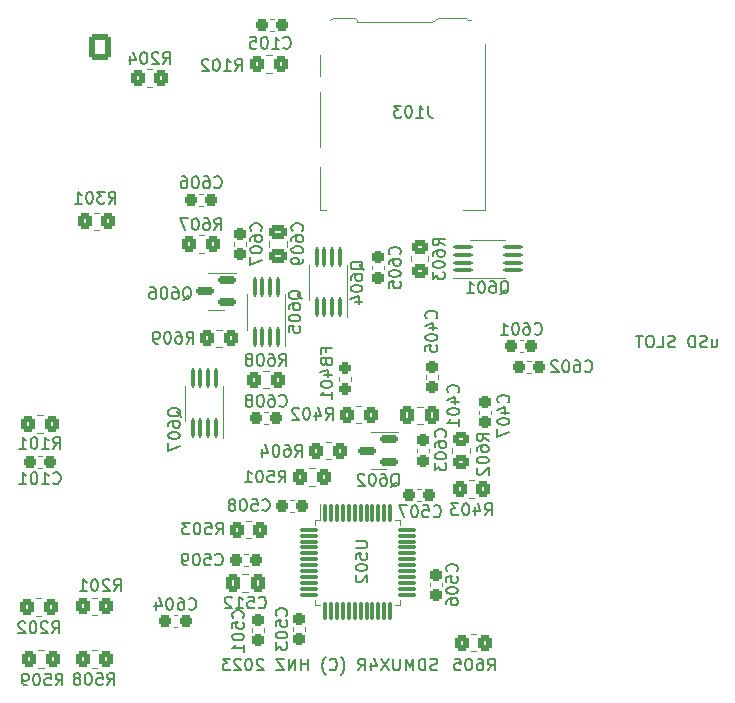
<source format=gbr>
%TF.GenerationSoftware,KiCad,Pcbnew,7.0.5*%
%TF.CreationDate,2023-07-15T17:05:49+09:00*%
%TF.ProjectId,sdmux4,73646d75-7834-42e6-9b69-6361645f7063,rev?*%
%TF.SameCoordinates,Original*%
%TF.FileFunction,Legend,Bot*%
%TF.FilePolarity,Positive*%
%FSLAX46Y46*%
G04 Gerber Fmt 4.6, Leading zero omitted, Abs format (unit mm)*
G04 Created by KiCad (PCBNEW 7.0.5) date 2023-07-15 17:05:49*
%MOMM*%
%LPD*%
G01*
G04 APERTURE LIST*
G04 Aperture macros list*
%AMRoundRect*
0 Rectangle with rounded corners*
0 $1 Rounding radius*
0 $2 $3 $4 $5 $6 $7 $8 $9 X,Y pos of 4 corners*
0 Add a 4 corners polygon primitive as box body*
4,1,4,$2,$3,$4,$5,$6,$7,$8,$9,$2,$3,0*
0 Add four circle primitives for the rounded corners*
1,1,$1+$1,$2,$3*
1,1,$1+$1,$4,$5*
1,1,$1+$1,$6,$7*
1,1,$1+$1,$8,$9*
0 Add four rect primitives between the rounded corners*
20,1,$1+$1,$2,$3,$4,$5,0*
20,1,$1+$1,$4,$5,$6,$7,0*
20,1,$1+$1,$6,$7,$8,$9,0*
20,1,$1+$1,$8,$9,$2,$3,0*%
G04 Aperture macros list end*
%ADD10C,0.150000*%
%ADD11C,0.120000*%
%ADD12C,3.000000*%
%ADD13C,1.200000*%
%ADD14O,2.600000X1.500000*%
%ADD15RoundRect,0.250200X-0.649800X0.849800X-0.649800X-0.849800X0.649800X-0.849800X0.649800X0.849800X0*%
%ADD16O,1.800000X2.200000*%
%ADD17R,1.800000X1.800000*%
%ADD18C,1.800000*%
%ADD19R,0.700000X1.200000*%
%ADD20R,1.000000X0.800000*%
%ADD21R,1.000000X2.800000*%
%ADD22R,1.000000X1.200000*%
%ADD23R,1.300000X1.900000*%
%ADD24RoundRect,0.100000X0.100000X-0.712500X0.100000X0.712500X-0.100000X0.712500X-0.100000X-0.712500X0*%
%ADD25RoundRect,0.250000X0.337500X0.475000X-0.337500X0.475000X-0.337500X-0.475000X0.337500X-0.475000X0*%
%ADD26RoundRect,0.250000X0.350000X0.450000X-0.350000X0.450000X-0.350000X-0.450000X0.350000X-0.450000X0*%
%ADD27RoundRect,0.150000X0.587500X0.150000X-0.587500X0.150000X-0.587500X-0.150000X0.587500X-0.150000X0*%
%ADD28RoundRect,0.250000X-0.350000X-0.450000X0.350000X-0.450000X0.350000X0.450000X-0.350000X0.450000X0*%
%ADD29RoundRect,0.250000X0.475000X-0.337500X0.475000X0.337500X-0.475000X0.337500X-0.475000X-0.337500X0*%
%ADD30RoundRect,0.250000X0.450000X-0.350000X0.450000X0.350000X-0.450000X0.350000X-0.450000X-0.350000X0*%
%ADD31RoundRect,0.237500X0.237500X-0.300000X0.237500X0.300000X-0.237500X0.300000X-0.237500X-0.300000X0*%
%ADD32RoundRect,0.237500X-0.237500X0.300000X-0.237500X-0.300000X0.237500X-0.300000X0.237500X0.300000X0*%
%ADD33RoundRect,0.237500X-0.300000X-0.237500X0.300000X-0.237500X0.300000X0.237500X-0.300000X0.237500X0*%
%ADD34RoundRect,0.250000X-0.450000X0.350000X-0.450000X-0.350000X0.450000X-0.350000X0.450000X0.350000X0*%
%ADD35RoundRect,0.237500X0.300000X0.237500X-0.300000X0.237500X-0.300000X-0.237500X0.300000X-0.237500X0*%
%ADD36RoundRect,0.075000X-0.075000X0.662500X-0.075000X-0.662500X0.075000X-0.662500X0.075000X0.662500X0*%
%ADD37RoundRect,0.075000X-0.662500X0.075000X-0.662500X-0.075000X0.662500X-0.075000X0.662500X0.075000X0*%
%ADD38RoundRect,0.100000X-0.712500X-0.100000X0.712500X-0.100000X0.712500X0.100000X-0.712500X0.100000X0*%
%ADD39RoundRect,0.237500X-0.237500X0.287500X-0.237500X-0.287500X0.237500X-0.287500X0.237500X0.287500X0*%
G04 APERTURE END LIST*
D10*
X220988571Y-96838152D02*
X220988571Y-97504819D01*
X221417142Y-96838152D02*
X221417142Y-97361961D01*
X221417142Y-97361961D02*
X221369523Y-97457200D01*
X221369523Y-97457200D02*
X221274285Y-97504819D01*
X221274285Y-97504819D02*
X221131428Y-97504819D01*
X221131428Y-97504819D02*
X221036190Y-97457200D01*
X221036190Y-97457200D02*
X220988571Y-97409580D01*
X220559999Y-97457200D02*
X220417142Y-97504819D01*
X220417142Y-97504819D02*
X220179047Y-97504819D01*
X220179047Y-97504819D02*
X220083809Y-97457200D01*
X220083809Y-97457200D02*
X220036190Y-97409580D01*
X220036190Y-97409580D02*
X219988571Y-97314342D01*
X219988571Y-97314342D02*
X219988571Y-97219104D01*
X219988571Y-97219104D02*
X220036190Y-97123866D01*
X220036190Y-97123866D02*
X220083809Y-97076247D01*
X220083809Y-97076247D02*
X220179047Y-97028628D01*
X220179047Y-97028628D02*
X220369523Y-96981009D01*
X220369523Y-96981009D02*
X220464761Y-96933390D01*
X220464761Y-96933390D02*
X220512380Y-96885771D01*
X220512380Y-96885771D02*
X220559999Y-96790533D01*
X220559999Y-96790533D02*
X220559999Y-96695295D01*
X220559999Y-96695295D02*
X220512380Y-96600057D01*
X220512380Y-96600057D02*
X220464761Y-96552438D01*
X220464761Y-96552438D02*
X220369523Y-96504819D01*
X220369523Y-96504819D02*
X220131428Y-96504819D01*
X220131428Y-96504819D02*
X219988571Y-96552438D01*
X219559999Y-97504819D02*
X219559999Y-96504819D01*
X219559999Y-96504819D02*
X219321904Y-96504819D01*
X219321904Y-96504819D02*
X219179047Y-96552438D01*
X219179047Y-96552438D02*
X219083809Y-96647676D01*
X219083809Y-96647676D02*
X219036190Y-96742914D01*
X219036190Y-96742914D02*
X218988571Y-96933390D01*
X218988571Y-96933390D02*
X218988571Y-97076247D01*
X218988571Y-97076247D02*
X219036190Y-97266723D01*
X219036190Y-97266723D02*
X219083809Y-97361961D01*
X219083809Y-97361961D02*
X219179047Y-97457200D01*
X219179047Y-97457200D02*
X219321904Y-97504819D01*
X219321904Y-97504819D02*
X219559999Y-97504819D01*
X217845713Y-97457200D02*
X217702856Y-97504819D01*
X217702856Y-97504819D02*
X217464761Y-97504819D01*
X217464761Y-97504819D02*
X217369523Y-97457200D01*
X217369523Y-97457200D02*
X217321904Y-97409580D01*
X217321904Y-97409580D02*
X217274285Y-97314342D01*
X217274285Y-97314342D02*
X217274285Y-97219104D01*
X217274285Y-97219104D02*
X217321904Y-97123866D01*
X217321904Y-97123866D02*
X217369523Y-97076247D01*
X217369523Y-97076247D02*
X217464761Y-97028628D01*
X217464761Y-97028628D02*
X217655237Y-96981009D01*
X217655237Y-96981009D02*
X217750475Y-96933390D01*
X217750475Y-96933390D02*
X217798094Y-96885771D01*
X217798094Y-96885771D02*
X217845713Y-96790533D01*
X217845713Y-96790533D02*
X217845713Y-96695295D01*
X217845713Y-96695295D02*
X217798094Y-96600057D01*
X217798094Y-96600057D02*
X217750475Y-96552438D01*
X217750475Y-96552438D02*
X217655237Y-96504819D01*
X217655237Y-96504819D02*
X217417142Y-96504819D01*
X217417142Y-96504819D02*
X217274285Y-96552438D01*
X216369523Y-97504819D02*
X216845713Y-97504819D01*
X216845713Y-97504819D02*
X216845713Y-96504819D01*
X215845713Y-96504819D02*
X215655237Y-96504819D01*
X215655237Y-96504819D02*
X215559999Y-96552438D01*
X215559999Y-96552438D02*
X215464761Y-96647676D01*
X215464761Y-96647676D02*
X215417142Y-96838152D01*
X215417142Y-96838152D02*
X215417142Y-97171485D01*
X215417142Y-97171485D02*
X215464761Y-97361961D01*
X215464761Y-97361961D02*
X215559999Y-97457200D01*
X215559999Y-97457200D02*
X215655237Y-97504819D01*
X215655237Y-97504819D02*
X215845713Y-97504819D01*
X215845713Y-97504819D02*
X215940951Y-97457200D01*
X215940951Y-97457200D02*
X216036189Y-97361961D01*
X216036189Y-97361961D02*
X216083808Y-97171485D01*
X216083808Y-97171485D02*
X216083808Y-96838152D01*
X216083808Y-96838152D02*
X216036189Y-96647676D01*
X216036189Y-96647676D02*
X215940951Y-96552438D01*
X215940951Y-96552438D02*
X215845713Y-96504819D01*
X215131427Y-96504819D02*
X214559999Y-96504819D01*
X214845713Y-97504819D02*
X214845713Y-96504819D01*
X197721428Y-124807200D02*
X197578571Y-124854819D01*
X197578571Y-124854819D02*
X197340476Y-124854819D01*
X197340476Y-124854819D02*
X197245238Y-124807200D01*
X197245238Y-124807200D02*
X197197619Y-124759580D01*
X197197619Y-124759580D02*
X197150000Y-124664342D01*
X197150000Y-124664342D02*
X197150000Y-124569104D01*
X197150000Y-124569104D02*
X197197619Y-124473866D01*
X197197619Y-124473866D02*
X197245238Y-124426247D01*
X197245238Y-124426247D02*
X197340476Y-124378628D01*
X197340476Y-124378628D02*
X197530952Y-124331009D01*
X197530952Y-124331009D02*
X197626190Y-124283390D01*
X197626190Y-124283390D02*
X197673809Y-124235771D01*
X197673809Y-124235771D02*
X197721428Y-124140533D01*
X197721428Y-124140533D02*
X197721428Y-124045295D01*
X197721428Y-124045295D02*
X197673809Y-123950057D01*
X197673809Y-123950057D02*
X197626190Y-123902438D01*
X197626190Y-123902438D02*
X197530952Y-123854819D01*
X197530952Y-123854819D02*
X197292857Y-123854819D01*
X197292857Y-123854819D02*
X197150000Y-123902438D01*
X196721428Y-124854819D02*
X196721428Y-123854819D01*
X196721428Y-123854819D02*
X196483333Y-123854819D01*
X196483333Y-123854819D02*
X196340476Y-123902438D01*
X196340476Y-123902438D02*
X196245238Y-123997676D01*
X196245238Y-123997676D02*
X196197619Y-124092914D01*
X196197619Y-124092914D02*
X196150000Y-124283390D01*
X196150000Y-124283390D02*
X196150000Y-124426247D01*
X196150000Y-124426247D02*
X196197619Y-124616723D01*
X196197619Y-124616723D02*
X196245238Y-124711961D01*
X196245238Y-124711961D02*
X196340476Y-124807200D01*
X196340476Y-124807200D02*
X196483333Y-124854819D01*
X196483333Y-124854819D02*
X196721428Y-124854819D01*
X195721428Y-124854819D02*
X195721428Y-123854819D01*
X195721428Y-123854819D02*
X195388095Y-124569104D01*
X195388095Y-124569104D02*
X195054762Y-123854819D01*
X195054762Y-123854819D02*
X195054762Y-124854819D01*
X194578571Y-123854819D02*
X194578571Y-124664342D01*
X194578571Y-124664342D02*
X194530952Y-124759580D01*
X194530952Y-124759580D02*
X194483333Y-124807200D01*
X194483333Y-124807200D02*
X194388095Y-124854819D01*
X194388095Y-124854819D02*
X194197619Y-124854819D01*
X194197619Y-124854819D02*
X194102381Y-124807200D01*
X194102381Y-124807200D02*
X194054762Y-124759580D01*
X194054762Y-124759580D02*
X194007143Y-124664342D01*
X194007143Y-124664342D02*
X194007143Y-123854819D01*
X193626190Y-123854819D02*
X192959524Y-124854819D01*
X192959524Y-123854819D02*
X193626190Y-124854819D01*
X192150000Y-124188152D02*
X192150000Y-124854819D01*
X192388095Y-123807200D02*
X192626190Y-124521485D01*
X192626190Y-124521485D02*
X192007143Y-124521485D01*
X191054762Y-124854819D02*
X191388095Y-124378628D01*
X191626190Y-124854819D02*
X191626190Y-123854819D01*
X191626190Y-123854819D02*
X191245238Y-123854819D01*
X191245238Y-123854819D02*
X191150000Y-123902438D01*
X191150000Y-123902438D02*
X191102381Y-123950057D01*
X191102381Y-123950057D02*
X191054762Y-124045295D01*
X191054762Y-124045295D02*
X191054762Y-124188152D01*
X191054762Y-124188152D02*
X191102381Y-124283390D01*
X191102381Y-124283390D02*
X191150000Y-124331009D01*
X191150000Y-124331009D02*
X191245238Y-124378628D01*
X191245238Y-124378628D02*
X191626190Y-124378628D01*
X189578571Y-125235771D02*
X189626190Y-125188152D01*
X189626190Y-125188152D02*
X189721428Y-125045295D01*
X189721428Y-125045295D02*
X189769047Y-124950057D01*
X189769047Y-124950057D02*
X189816666Y-124807200D01*
X189816666Y-124807200D02*
X189864285Y-124569104D01*
X189864285Y-124569104D02*
X189864285Y-124378628D01*
X189864285Y-124378628D02*
X189816666Y-124140533D01*
X189816666Y-124140533D02*
X189769047Y-123997676D01*
X189769047Y-123997676D02*
X189721428Y-123902438D01*
X189721428Y-123902438D02*
X189626190Y-123759580D01*
X189626190Y-123759580D02*
X189578571Y-123711961D01*
X188626190Y-124759580D02*
X188673809Y-124807200D01*
X188673809Y-124807200D02*
X188816666Y-124854819D01*
X188816666Y-124854819D02*
X188911904Y-124854819D01*
X188911904Y-124854819D02*
X189054761Y-124807200D01*
X189054761Y-124807200D02*
X189149999Y-124711961D01*
X189149999Y-124711961D02*
X189197618Y-124616723D01*
X189197618Y-124616723D02*
X189245237Y-124426247D01*
X189245237Y-124426247D02*
X189245237Y-124283390D01*
X189245237Y-124283390D02*
X189197618Y-124092914D01*
X189197618Y-124092914D02*
X189149999Y-123997676D01*
X189149999Y-123997676D02*
X189054761Y-123902438D01*
X189054761Y-123902438D02*
X188911904Y-123854819D01*
X188911904Y-123854819D02*
X188816666Y-123854819D01*
X188816666Y-123854819D02*
X188673809Y-123902438D01*
X188673809Y-123902438D02*
X188626190Y-123950057D01*
X188292856Y-125235771D02*
X188245237Y-125188152D01*
X188245237Y-125188152D02*
X188149999Y-125045295D01*
X188149999Y-125045295D02*
X188102380Y-124950057D01*
X188102380Y-124950057D02*
X188054761Y-124807200D01*
X188054761Y-124807200D02*
X188007142Y-124569104D01*
X188007142Y-124569104D02*
X188007142Y-124378628D01*
X188007142Y-124378628D02*
X188054761Y-124140533D01*
X188054761Y-124140533D02*
X188102380Y-123997676D01*
X188102380Y-123997676D02*
X188149999Y-123902438D01*
X188149999Y-123902438D02*
X188245237Y-123759580D01*
X188245237Y-123759580D02*
X188292856Y-123711961D01*
X186769046Y-124854819D02*
X186769046Y-123854819D01*
X186769046Y-124331009D02*
X186197618Y-124331009D01*
X186197618Y-124854819D02*
X186197618Y-123854819D01*
X185721427Y-124854819D02*
X185721427Y-123854819D01*
X185721427Y-123854819D02*
X185149999Y-124854819D01*
X185149999Y-124854819D02*
X185149999Y-123854819D01*
X184769046Y-123854819D02*
X184102380Y-123854819D01*
X184102380Y-123854819D02*
X184769046Y-124854819D01*
X184769046Y-124854819D02*
X184102380Y-124854819D01*
X183007141Y-123950057D02*
X182959522Y-123902438D01*
X182959522Y-123902438D02*
X182864284Y-123854819D01*
X182864284Y-123854819D02*
X182626189Y-123854819D01*
X182626189Y-123854819D02*
X182530951Y-123902438D01*
X182530951Y-123902438D02*
X182483332Y-123950057D01*
X182483332Y-123950057D02*
X182435713Y-124045295D01*
X182435713Y-124045295D02*
X182435713Y-124140533D01*
X182435713Y-124140533D02*
X182483332Y-124283390D01*
X182483332Y-124283390D02*
X183054760Y-124854819D01*
X183054760Y-124854819D02*
X182435713Y-124854819D01*
X181816665Y-123854819D02*
X181721427Y-123854819D01*
X181721427Y-123854819D02*
X181626189Y-123902438D01*
X181626189Y-123902438D02*
X181578570Y-123950057D01*
X181578570Y-123950057D02*
X181530951Y-124045295D01*
X181530951Y-124045295D02*
X181483332Y-124235771D01*
X181483332Y-124235771D02*
X181483332Y-124473866D01*
X181483332Y-124473866D02*
X181530951Y-124664342D01*
X181530951Y-124664342D02*
X181578570Y-124759580D01*
X181578570Y-124759580D02*
X181626189Y-124807200D01*
X181626189Y-124807200D02*
X181721427Y-124854819D01*
X181721427Y-124854819D02*
X181816665Y-124854819D01*
X181816665Y-124854819D02*
X181911903Y-124807200D01*
X181911903Y-124807200D02*
X181959522Y-124759580D01*
X181959522Y-124759580D02*
X182007141Y-124664342D01*
X182007141Y-124664342D02*
X182054760Y-124473866D01*
X182054760Y-124473866D02*
X182054760Y-124235771D01*
X182054760Y-124235771D02*
X182007141Y-124045295D01*
X182007141Y-124045295D02*
X181959522Y-123950057D01*
X181959522Y-123950057D02*
X181911903Y-123902438D01*
X181911903Y-123902438D02*
X181816665Y-123854819D01*
X181102379Y-123950057D02*
X181054760Y-123902438D01*
X181054760Y-123902438D02*
X180959522Y-123854819D01*
X180959522Y-123854819D02*
X180721427Y-123854819D01*
X180721427Y-123854819D02*
X180626189Y-123902438D01*
X180626189Y-123902438D02*
X180578570Y-123950057D01*
X180578570Y-123950057D02*
X180530951Y-124045295D01*
X180530951Y-124045295D02*
X180530951Y-124140533D01*
X180530951Y-124140533D02*
X180578570Y-124283390D01*
X180578570Y-124283390D02*
X181149998Y-124854819D01*
X181149998Y-124854819D02*
X180530951Y-124854819D01*
X180197617Y-123854819D02*
X179578570Y-123854819D01*
X179578570Y-123854819D02*
X179911903Y-124235771D01*
X179911903Y-124235771D02*
X179769046Y-124235771D01*
X179769046Y-124235771D02*
X179673808Y-124283390D01*
X179673808Y-124283390D02*
X179626189Y-124331009D01*
X179626189Y-124331009D02*
X179578570Y-124426247D01*
X179578570Y-124426247D02*
X179578570Y-124664342D01*
X179578570Y-124664342D02*
X179626189Y-124759580D01*
X179626189Y-124759580D02*
X179673808Y-124807200D01*
X179673808Y-124807200D02*
X179769046Y-124854819D01*
X179769046Y-124854819D02*
X180054760Y-124854819D01*
X180054760Y-124854819D02*
X180149998Y-124807200D01*
X180149998Y-124807200D02*
X180197617Y-124759580D01*
%TO.C,J103*%
X196975714Y-77044819D02*
X196975714Y-77759104D01*
X196975714Y-77759104D02*
X197023333Y-77901961D01*
X197023333Y-77901961D02*
X197118571Y-77997200D01*
X197118571Y-77997200D02*
X197261428Y-78044819D01*
X197261428Y-78044819D02*
X197356666Y-78044819D01*
X195975714Y-78044819D02*
X196547142Y-78044819D01*
X196261428Y-78044819D02*
X196261428Y-77044819D01*
X196261428Y-77044819D02*
X196356666Y-77187676D01*
X196356666Y-77187676D02*
X196451904Y-77282914D01*
X196451904Y-77282914D02*
X196547142Y-77330533D01*
X195356666Y-77044819D02*
X195261428Y-77044819D01*
X195261428Y-77044819D02*
X195166190Y-77092438D01*
X195166190Y-77092438D02*
X195118571Y-77140057D01*
X195118571Y-77140057D02*
X195070952Y-77235295D01*
X195070952Y-77235295D02*
X195023333Y-77425771D01*
X195023333Y-77425771D02*
X195023333Y-77663866D01*
X195023333Y-77663866D02*
X195070952Y-77854342D01*
X195070952Y-77854342D02*
X195118571Y-77949580D01*
X195118571Y-77949580D02*
X195166190Y-77997200D01*
X195166190Y-77997200D02*
X195261428Y-78044819D01*
X195261428Y-78044819D02*
X195356666Y-78044819D01*
X195356666Y-78044819D02*
X195451904Y-77997200D01*
X195451904Y-77997200D02*
X195499523Y-77949580D01*
X195499523Y-77949580D02*
X195547142Y-77854342D01*
X195547142Y-77854342D02*
X195594761Y-77663866D01*
X195594761Y-77663866D02*
X195594761Y-77425771D01*
X195594761Y-77425771D02*
X195547142Y-77235295D01*
X195547142Y-77235295D02*
X195499523Y-77140057D01*
X195499523Y-77140057D02*
X195451904Y-77092438D01*
X195451904Y-77092438D02*
X195356666Y-77044819D01*
X194689999Y-77044819D02*
X194070952Y-77044819D01*
X194070952Y-77044819D02*
X194404285Y-77425771D01*
X194404285Y-77425771D02*
X194261428Y-77425771D01*
X194261428Y-77425771D02*
X194166190Y-77473390D01*
X194166190Y-77473390D02*
X194118571Y-77521009D01*
X194118571Y-77521009D02*
X194070952Y-77616247D01*
X194070952Y-77616247D02*
X194070952Y-77854342D01*
X194070952Y-77854342D02*
X194118571Y-77949580D01*
X194118571Y-77949580D02*
X194166190Y-77997200D01*
X194166190Y-77997200D02*
X194261428Y-78044819D01*
X194261428Y-78044819D02*
X194547142Y-78044819D01*
X194547142Y-78044819D02*
X194642380Y-77997200D01*
X194642380Y-77997200D02*
X194689999Y-77949580D01*
%TO.C,Q607*%
X176050057Y-103392380D02*
X176002438Y-103297142D01*
X176002438Y-103297142D02*
X175907200Y-103201904D01*
X175907200Y-103201904D02*
X175764342Y-103059047D01*
X175764342Y-103059047D02*
X175716723Y-102963809D01*
X175716723Y-102963809D02*
X175716723Y-102868571D01*
X175954819Y-102916190D02*
X175907200Y-102820952D01*
X175907200Y-102820952D02*
X175811961Y-102725714D01*
X175811961Y-102725714D02*
X175621485Y-102678095D01*
X175621485Y-102678095D02*
X175288152Y-102678095D01*
X175288152Y-102678095D02*
X175097676Y-102725714D01*
X175097676Y-102725714D02*
X175002438Y-102820952D01*
X175002438Y-102820952D02*
X174954819Y-102916190D01*
X174954819Y-102916190D02*
X174954819Y-103106666D01*
X174954819Y-103106666D02*
X175002438Y-103201904D01*
X175002438Y-103201904D02*
X175097676Y-103297142D01*
X175097676Y-103297142D02*
X175288152Y-103344761D01*
X175288152Y-103344761D02*
X175621485Y-103344761D01*
X175621485Y-103344761D02*
X175811961Y-103297142D01*
X175811961Y-103297142D02*
X175907200Y-103201904D01*
X175907200Y-103201904D02*
X175954819Y-103106666D01*
X175954819Y-103106666D02*
X175954819Y-102916190D01*
X174954819Y-104201904D02*
X174954819Y-104011428D01*
X174954819Y-104011428D02*
X175002438Y-103916190D01*
X175002438Y-103916190D02*
X175050057Y-103868571D01*
X175050057Y-103868571D02*
X175192914Y-103773333D01*
X175192914Y-103773333D02*
X175383390Y-103725714D01*
X175383390Y-103725714D02*
X175764342Y-103725714D01*
X175764342Y-103725714D02*
X175859580Y-103773333D01*
X175859580Y-103773333D02*
X175907200Y-103820952D01*
X175907200Y-103820952D02*
X175954819Y-103916190D01*
X175954819Y-103916190D02*
X175954819Y-104106666D01*
X175954819Y-104106666D02*
X175907200Y-104201904D01*
X175907200Y-104201904D02*
X175859580Y-104249523D01*
X175859580Y-104249523D02*
X175764342Y-104297142D01*
X175764342Y-104297142D02*
X175526247Y-104297142D01*
X175526247Y-104297142D02*
X175431009Y-104249523D01*
X175431009Y-104249523D02*
X175383390Y-104201904D01*
X175383390Y-104201904D02*
X175335771Y-104106666D01*
X175335771Y-104106666D02*
X175335771Y-103916190D01*
X175335771Y-103916190D02*
X175383390Y-103820952D01*
X175383390Y-103820952D02*
X175431009Y-103773333D01*
X175431009Y-103773333D02*
X175526247Y-103725714D01*
X174954819Y-104916190D02*
X174954819Y-105011428D01*
X174954819Y-105011428D02*
X175002438Y-105106666D01*
X175002438Y-105106666D02*
X175050057Y-105154285D01*
X175050057Y-105154285D02*
X175145295Y-105201904D01*
X175145295Y-105201904D02*
X175335771Y-105249523D01*
X175335771Y-105249523D02*
X175573866Y-105249523D01*
X175573866Y-105249523D02*
X175764342Y-105201904D01*
X175764342Y-105201904D02*
X175859580Y-105154285D01*
X175859580Y-105154285D02*
X175907200Y-105106666D01*
X175907200Y-105106666D02*
X175954819Y-105011428D01*
X175954819Y-105011428D02*
X175954819Y-104916190D01*
X175954819Y-104916190D02*
X175907200Y-104820952D01*
X175907200Y-104820952D02*
X175859580Y-104773333D01*
X175859580Y-104773333D02*
X175764342Y-104725714D01*
X175764342Y-104725714D02*
X175573866Y-104678095D01*
X175573866Y-104678095D02*
X175335771Y-104678095D01*
X175335771Y-104678095D02*
X175145295Y-104725714D01*
X175145295Y-104725714D02*
X175050057Y-104773333D01*
X175050057Y-104773333D02*
X175002438Y-104820952D01*
X175002438Y-104820952D02*
X174954819Y-104916190D01*
X174954819Y-105582857D02*
X174954819Y-106249523D01*
X174954819Y-106249523D02*
X175954819Y-105820952D01*
%TO.C,C401*%
X199489580Y-101310952D02*
X199537200Y-101263333D01*
X199537200Y-101263333D02*
X199584819Y-101120476D01*
X199584819Y-101120476D02*
X199584819Y-101025238D01*
X199584819Y-101025238D02*
X199537200Y-100882381D01*
X199537200Y-100882381D02*
X199441961Y-100787143D01*
X199441961Y-100787143D02*
X199346723Y-100739524D01*
X199346723Y-100739524D02*
X199156247Y-100691905D01*
X199156247Y-100691905D02*
X199013390Y-100691905D01*
X199013390Y-100691905D02*
X198822914Y-100739524D01*
X198822914Y-100739524D02*
X198727676Y-100787143D01*
X198727676Y-100787143D02*
X198632438Y-100882381D01*
X198632438Y-100882381D02*
X198584819Y-101025238D01*
X198584819Y-101025238D02*
X198584819Y-101120476D01*
X198584819Y-101120476D02*
X198632438Y-101263333D01*
X198632438Y-101263333D02*
X198680057Y-101310952D01*
X198918152Y-102168095D02*
X199584819Y-102168095D01*
X198537200Y-101930000D02*
X199251485Y-101691905D01*
X199251485Y-101691905D02*
X199251485Y-102310952D01*
X198584819Y-102882381D02*
X198584819Y-102977619D01*
X198584819Y-102977619D02*
X198632438Y-103072857D01*
X198632438Y-103072857D02*
X198680057Y-103120476D01*
X198680057Y-103120476D02*
X198775295Y-103168095D01*
X198775295Y-103168095D02*
X198965771Y-103215714D01*
X198965771Y-103215714D02*
X199203866Y-103215714D01*
X199203866Y-103215714D02*
X199394342Y-103168095D01*
X199394342Y-103168095D02*
X199489580Y-103120476D01*
X199489580Y-103120476D02*
X199537200Y-103072857D01*
X199537200Y-103072857D02*
X199584819Y-102977619D01*
X199584819Y-102977619D02*
X199584819Y-102882381D01*
X199584819Y-102882381D02*
X199537200Y-102787143D01*
X199537200Y-102787143D02*
X199489580Y-102739524D01*
X199489580Y-102739524D02*
X199394342Y-102691905D01*
X199394342Y-102691905D02*
X199203866Y-102644286D01*
X199203866Y-102644286D02*
X198965771Y-102644286D01*
X198965771Y-102644286D02*
X198775295Y-102691905D01*
X198775295Y-102691905D02*
X198680057Y-102739524D01*
X198680057Y-102739524D02*
X198632438Y-102787143D01*
X198632438Y-102787143D02*
X198584819Y-102882381D01*
X199584819Y-104168095D02*
X199584819Y-103596667D01*
X199584819Y-103882381D02*
X198584819Y-103882381D01*
X198584819Y-103882381D02*
X198727676Y-103787143D01*
X198727676Y-103787143D02*
X198822914Y-103691905D01*
X198822914Y-103691905D02*
X198870533Y-103596667D01*
%TO.C,R301*%
X169919047Y-85334819D02*
X170252380Y-84858628D01*
X170490475Y-85334819D02*
X170490475Y-84334819D01*
X170490475Y-84334819D02*
X170109523Y-84334819D01*
X170109523Y-84334819D02*
X170014285Y-84382438D01*
X170014285Y-84382438D02*
X169966666Y-84430057D01*
X169966666Y-84430057D02*
X169919047Y-84525295D01*
X169919047Y-84525295D02*
X169919047Y-84668152D01*
X169919047Y-84668152D02*
X169966666Y-84763390D01*
X169966666Y-84763390D02*
X170014285Y-84811009D01*
X170014285Y-84811009D02*
X170109523Y-84858628D01*
X170109523Y-84858628D02*
X170490475Y-84858628D01*
X169585713Y-84334819D02*
X168966666Y-84334819D01*
X168966666Y-84334819D02*
X169299999Y-84715771D01*
X169299999Y-84715771D02*
X169157142Y-84715771D01*
X169157142Y-84715771D02*
X169061904Y-84763390D01*
X169061904Y-84763390D02*
X169014285Y-84811009D01*
X169014285Y-84811009D02*
X168966666Y-84906247D01*
X168966666Y-84906247D02*
X168966666Y-85144342D01*
X168966666Y-85144342D02*
X169014285Y-85239580D01*
X169014285Y-85239580D02*
X169061904Y-85287200D01*
X169061904Y-85287200D02*
X169157142Y-85334819D01*
X169157142Y-85334819D02*
X169442856Y-85334819D01*
X169442856Y-85334819D02*
X169538094Y-85287200D01*
X169538094Y-85287200D02*
X169585713Y-85239580D01*
X168347618Y-84334819D02*
X168252380Y-84334819D01*
X168252380Y-84334819D02*
X168157142Y-84382438D01*
X168157142Y-84382438D02*
X168109523Y-84430057D01*
X168109523Y-84430057D02*
X168061904Y-84525295D01*
X168061904Y-84525295D02*
X168014285Y-84715771D01*
X168014285Y-84715771D02*
X168014285Y-84953866D01*
X168014285Y-84953866D02*
X168061904Y-85144342D01*
X168061904Y-85144342D02*
X168109523Y-85239580D01*
X168109523Y-85239580D02*
X168157142Y-85287200D01*
X168157142Y-85287200D02*
X168252380Y-85334819D01*
X168252380Y-85334819D02*
X168347618Y-85334819D01*
X168347618Y-85334819D02*
X168442856Y-85287200D01*
X168442856Y-85287200D02*
X168490475Y-85239580D01*
X168490475Y-85239580D02*
X168538094Y-85144342D01*
X168538094Y-85144342D02*
X168585713Y-84953866D01*
X168585713Y-84953866D02*
X168585713Y-84715771D01*
X168585713Y-84715771D02*
X168538094Y-84525295D01*
X168538094Y-84525295D02*
X168490475Y-84430057D01*
X168490475Y-84430057D02*
X168442856Y-84382438D01*
X168442856Y-84382438D02*
X168347618Y-84334819D01*
X167061904Y-85334819D02*
X167633332Y-85334819D01*
X167347618Y-85334819D02*
X167347618Y-84334819D01*
X167347618Y-84334819D02*
X167442856Y-84477676D01*
X167442856Y-84477676D02*
X167538094Y-84572914D01*
X167538094Y-84572914D02*
X167633332Y-84620533D01*
%TO.C,Q606*%
X176167619Y-93510057D02*
X176262857Y-93462438D01*
X176262857Y-93462438D02*
X176358095Y-93367200D01*
X176358095Y-93367200D02*
X176500952Y-93224342D01*
X176500952Y-93224342D02*
X176596190Y-93176723D01*
X176596190Y-93176723D02*
X176691428Y-93176723D01*
X176643809Y-93414819D02*
X176739047Y-93367200D01*
X176739047Y-93367200D02*
X176834285Y-93271961D01*
X176834285Y-93271961D02*
X176881904Y-93081485D01*
X176881904Y-93081485D02*
X176881904Y-92748152D01*
X176881904Y-92748152D02*
X176834285Y-92557676D01*
X176834285Y-92557676D02*
X176739047Y-92462438D01*
X176739047Y-92462438D02*
X176643809Y-92414819D01*
X176643809Y-92414819D02*
X176453333Y-92414819D01*
X176453333Y-92414819D02*
X176358095Y-92462438D01*
X176358095Y-92462438D02*
X176262857Y-92557676D01*
X176262857Y-92557676D02*
X176215238Y-92748152D01*
X176215238Y-92748152D02*
X176215238Y-93081485D01*
X176215238Y-93081485D02*
X176262857Y-93271961D01*
X176262857Y-93271961D02*
X176358095Y-93367200D01*
X176358095Y-93367200D02*
X176453333Y-93414819D01*
X176453333Y-93414819D02*
X176643809Y-93414819D01*
X175358095Y-92414819D02*
X175548571Y-92414819D01*
X175548571Y-92414819D02*
X175643809Y-92462438D01*
X175643809Y-92462438D02*
X175691428Y-92510057D01*
X175691428Y-92510057D02*
X175786666Y-92652914D01*
X175786666Y-92652914D02*
X175834285Y-92843390D01*
X175834285Y-92843390D02*
X175834285Y-93224342D01*
X175834285Y-93224342D02*
X175786666Y-93319580D01*
X175786666Y-93319580D02*
X175739047Y-93367200D01*
X175739047Y-93367200D02*
X175643809Y-93414819D01*
X175643809Y-93414819D02*
X175453333Y-93414819D01*
X175453333Y-93414819D02*
X175358095Y-93367200D01*
X175358095Y-93367200D02*
X175310476Y-93319580D01*
X175310476Y-93319580D02*
X175262857Y-93224342D01*
X175262857Y-93224342D02*
X175262857Y-92986247D01*
X175262857Y-92986247D02*
X175310476Y-92891009D01*
X175310476Y-92891009D02*
X175358095Y-92843390D01*
X175358095Y-92843390D02*
X175453333Y-92795771D01*
X175453333Y-92795771D02*
X175643809Y-92795771D01*
X175643809Y-92795771D02*
X175739047Y-92843390D01*
X175739047Y-92843390D02*
X175786666Y-92891009D01*
X175786666Y-92891009D02*
X175834285Y-92986247D01*
X174643809Y-92414819D02*
X174548571Y-92414819D01*
X174548571Y-92414819D02*
X174453333Y-92462438D01*
X174453333Y-92462438D02*
X174405714Y-92510057D01*
X174405714Y-92510057D02*
X174358095Y-92605295D01*
X174358095Y-92605295D02*
X174310476Y-92795771D01*
X174310476Y-92795771D02*
X174310476Y-93033866D01*
X174310476Y-93033866D02*
X174358095Y-93224342D01*
X174358095Y-93224342D02*
X174405714Y-93319580D01*
X174405714Y-93319580D02*
X174453333Y-93367200D01*
X174453333Y-93367200D02*
X174548571Y-93414819D01*
X174548571Y-93414819D02*
X174643809Y-93414819D01*
X174643809Y-93414819D02*
X174739047Y-93367200D01*
X174739047Y-93367200D02*
X174786666Y-93319580D01*
X174786666Y-93319580D02*
X174834285Y-93224342D01*
X174834285Y-93224342D02*
X174881904Y-93033866D01*
X174881904Y-93033866D02*
X174881904Y-92795771D01*
X174881904Y-92795771D02*
X174834285Y-92605295D01*
X174834285Y-92605295D02*
X174786666Y-92510057D01*
X174786666Y-92510057D02*
X174739047Y-92462438D01*
X174739047Y-92462438D02*
X174643809Y-92414819D01*
X173453333Y-92414819D02*
X173643809Y-92414819D01*
X173643809Y-92414819D02*
X173739047Y-92462438D01*
X173739047Y-92462438D02*
X173786666Y-92510057D01*
X173786666Y-92510057D02*
X173881904Y-92652914D01*
X173881904Y-92652914D02*
X173929523Y-92843390D01*
X173929523Y-92843390D02*
X173929523Y-93224342D01*
X173929523Y-93224342D02*
X173881904Y-93319580D01*
X173881904Y-93319580D02*
X173834285Y-93367200D01*
X173834285Y-93367200D02*
X173739047Y-93414819D01*
X173739047Y-93414819D02*
X173548571Y-93414819D01*
X173548571Y-93414819D02*
X173453333Y-93367200D01*
X173453333Y-93367200D02*
X173405714Y-93319580D01*
X173405714Y-93319580D02*
X173358095Y-93224342D01*
X173358095Y-93224342D02*
X173358095Y-92986247D01*
X173358095Y-92986247D02*
X173405714Y-92891009D01*
X173405714Y-92891009D02*
X173453333Y-92843390D01*
X173453333Y-92843390D02*
X173548571Y-92795771D01*
X173548571Y-92795771D02*
X173739047Y-92795771D01*
X173739047Y-92795771D02*
X173834285Y-92843390D01*
X173834285Y-92843390D02*
X173881904Y-92891009D01*
X173881904Y-92891009D02*
X173929523Y-92986247D01*
%TO.C,R503*%
X179009047Y-113334819D02*
X179342380Y-112858628D01*
X179580475Y-113334819D02*
X179580475Y-112334819D01*
X179580475Y-112334819D02*
X179199523Y-112334819D01*
X179199523Y-112334819D02*
X179104285Y-112382438D01*
X179104285Y-112382438D02*
X179056666Y-112430057D01*
X179056666Y-112430057D02*
X179009047Y-112525295D01*
X179009047Y-112525295D02*
X179009047Y-112668152D01*
X179009047Y-112668152D02*
X179056666Y-112763390D01*
X179056666Y-112763390D02*
X179104285Y-112811009D01*
X179104285Y-112811009D02*
X179199523Y-112858628D01*
X179199523Y-112858628D02*
X179580475Y-112858628D01*
X178104285Y-112334819D02*
X178580475Y-112334819D01*
X178580475Y-112334819D02*
X178628094Y-112811009D01*
X178628094Y-112811009D02*
X178580475Y-112763390D01*
X178580475Y-112763390D02*
X178485237Y-112715771D01*
X178485237Y-112715771D02*
X178247142Y-112715771D01*
X178247142Y-112715771D02*
X178151904Y-112763390D01*
X178151904Y-112763390D02*
X178104285Y-112811009D01*
X178104285Y-112811009D02*
X178056666Y-112906247D01*
X178056666Y-112906247D02*
X178056666Y-113144342D01*
X178056666Y-113144342D02*
X178104285Y-113239580D01*
X178104285Y-113239580D02*
X178151904Y-113287200D01*
X178151904Y-113287200D02*
X178247142Y-113334819D01*
X178247142Y-113334819D02*
X178485237Y-113334819D01*
X178485237Y-113334819D02*
X178580475Y-113287200D01*
X178580475Y-113287200D02*
X178628094Y-113239580D01*
X177437618Y-112334819D02*
X177342380Y-112334819D01*
X177342380Y-112334819D02*
X177247142Y-112382438D01*
X177247142Y-112382438D02*
X177199523Y-112430057D01*
X177199523Y-112430057D02*
X177151904Y-112525295D01*
X177151904Y-112525295D02*
X177104285Y-112715771D01*
X177104285Y-112715771D02*
X177104285Y-112953866D01*
X177104285Y-112953866D02*
X177151904Y-113144342D01*
X177151904Y-113144342D02*
X177199523Y-113239580D01*
X177199523Y-113239580D02*
X177247142Y-113287200D01*
X177247142Y-113287200D02*
X177342380Y-113334819D01*
X177342380Y-113334819D02*
X177437618Y-113334819D01*
X177437618Y-113334819D02*
X177532856Y-113287200D01*
X177532856Y-113287200D02*
X177580475Y-113239580D01*
X177580475Y-113239580D02*
X177628094Y-113144342D01*
X177628094Y-113144342D02*
X177675713Y-112953866D01*
X177675713Y-112953866D02*
X177675713Y-112715771D01*
X177675713Y-112715771D02*
X177628094Y-112525295D01*
X177628094Y-112525295D02*
X177580475Y-112430057D01*
X177580475Y-112430057D02*
X177532856Y-112382438D01*
X177532856Y-112382438D02*
X177437618Y-112334819D01*
X176770951Y-112334819D02*
X176151904Y-112334819D01*
X176151904Y-112334819D02*
X176485237Y-112715771D01*
X176485237Y-112715771D02*
X176342380Y-112715771D01*
X176342380Y-112715771D02*
X176247142Y-112763390D01*
X176247142Y-112763390D02*
X176199523Y-112811009D01*
X176199523Y-112811009D02*
X176151904Y-112906247D01*
X176151904Y-112906247D02*
X176151904Y-113144342D01*
X176151904Y-113144342D02*
X176199523Y-113239580D01*
X176199523Y-113239580D02*
X176247142Y-113287200D01*
X176247142Y-113287200D02*
X176342380Y-113334819D01*
X176342380Y-113334819D02*
X176628094Y-113334819D01*
X176628094Y-113334819D02*
X176723332Y-113287200D01*
X176723332Y-113287200D02*
X176770951Y-113239580D01*
%TO.C,C609*%
X186289580Y-87630952D02*
X186337200Y-87583333D01*
X186337200Y-87583333D02*
X186384819Y-87440476D01*
X186384819Y-87440476D02*
X186384819Y-87345238D01*
X186384819Y-87345238D02*
X186337200Y-87202381D01*
X186337200Y-87202381D02*
X186241961Y-87107143D01*
X186241961Y-87107143D02*
X186146723Y-87059524D01*
X186146723Y-87059524D02*
X185956247Y-87011905D01*
X185956247Y-87011905D02*
X185813390Y-87011905D01*
X185813390Y-87011905D02*
X185622914Y-87059524D01*
X185622914Y-87059524D02*
X185527676Y-87107143D01*
X185527676Y-87107143D02*
X185432438Y-87202381D01*
X185432438Y-87202381D02*
X185384819Y-87345238D01*
X185384819Y-87345238D02*
X185384819Y-87440476D01*
X185384819Y-87440476D02*
X185432438Y-87583333D01*
X185432438Y-87583333D02*
X185480057Y-87630952D01*
X185384819Y-88488095D02*
X185384819Y-88297619D01*
X185384819Y-88297619D02*
X185432438Y-88202381D01*
X185432438Y-88202381D02*
X185480057Y-88154762D01*
X185480057Y-88154762D02*
X185622914Y-88059524D01*
X185622914Y-88059524D02*
X185813390Y-88011905D01*
X185813390Y-88011905D02*
X186194342Y-88011905D01*
X186194342Y-88011905D02*
X186289580Y-88059524D01*
X186289580Y-88059524D02*
X186337200Y-88107143D01*
X186337200Y-88107143D02*
X186384819Y-88202381D01*
X186384819Y-88202381D02*
X186384819Y-88392857D01*
X186384819Y-88392857D02*
X186337200Y-88488095D01*
X186337200Y-88488095D02*
X186289580Y-88535714D01*
X186289580Y-88535714D02*
X186194342Y-88583333D01*
X186194342Y-88583333D02*
X185956247Y-88583333D01*
X185956247Y-88583333D02*
X185861009Y-88535714D01*
X185861009Y-88535714D02*
X185813390Y-88488095D01*
X185813390Y-88488095D02*
X185765771Y-88392857D01*
X185765771Y-88392857D02*
X185765771Y-88202381D01*
X185765771Y-88202381D02*
X185813390Y-88107143D01*
X185813390Y-88107143D02*
X185861009Y-88059524D01*
X185861009Y-88059524D02*
X185956247Y-88011905D01*
X185384819Y-89202381D02*
X185384819Y-89297619D01*
X185384819Y-89297619D02*
X185432438Y-89392857D01*
X185432438Y-89392857D02*
X185480057Y-89440476D01*
X185480057Y-89440476D02*
X185575295Y-89488095D01*
X185575295Y-89488095D02*
X185765771Y-89535714D01*
X185765771Y-89535714D02*
X186003866Y-89535714D01*
X186003866Y-89535714D02*
X186194342Y-89488095D01*
X186194342Y-89488095D02*
X186289580Y-89440476D01*
X186289580Y-89440476D02*
X186337200Y-89392857D01*
X186337200Y-89392857D02*
X186384819Y-89297619D01*
X186384819Y-89297619D02*
X186384819Y-89202381D01*
X186384819Y-89202381D02*
X186337200Y-89107143D01*
X186337200Y-89107143D02*
X186289580Y-89059524D01*
X186289580Y-89059524D02*
X186194342Y-89011905D01*
X186194342Y-89011905D02*
X186003866Y-88964286D01*
X186003866Y-88964286D02*
X185765771Y-88964286D01*
X185765771Y-88964286D02*
X185575295Y-89011905D01*
X185575295Y-89011905D02*
X185480057Y-89059524D01*
X185480057Y-89059524D02*
X185432438Y-89107143D01*
X185432438Y-89107143D02*
X185384819Y-89202381D01*
X186384819Y-90011905D02*
X186384819Y-90202381D01*
X186384819Y-90202381D02*
X186337200Y-90297619D01*
X186337200Y-90297619D02*
X186289580Y-90345238D01*
X186289580Y-90345238D02*
X186146723Y-90440476D01*
X186146723Y-90440476D02*
X185956247Y-90488095D01*
X185956247Y-90488095D02*
X185575295Y-90488095D01*
X185575295Y-90488095D02*
X185480057Y-90440476D01*
X185480057Y-90440476D02*
X185432438Y-90392857D01*
X185432438Y-90392857D02*
X185384819Y-90297619D01*
X185384819Y-90297619D02*
X185384819Y-90107143D01*
X185384819Y-90107143D02*
X185432438Y-90011905D01*
X185432438Y-90011905D02*
X185480057Y-89964286D01*
X185480057Y-89964286D02*
X185575295Y-89916667D01*
X185575295Y-89916667D02*
X185813390Y-89916667D01*
X185813390Y-89916667D02*
X185908628Y-89964286D01*
X185908628Y-89964286D02*
X185956247Y-90011905D01*
X185956247Y-90011905D02*
X186003866Y-90107143D01*
X186003866Y-90107143D02*
X186003866Y-90297619D01*
X186003866Y-90297619D02*
X185956247Y-90392857D01*
X185956247Y-90392857D02*
X185908628Y-90440476D01*
X185908628Y-90440476D02*
X185813390Y-90488095D01*
%TO.C,R403*%
X201769047Y-111724819D02*
X202102380Y-111248628D01*
X202340475Y-111724819D02*
X202340475Y-110724819D01*
X202340475Y-110724819D02*
X201959523Y-110724819D01*
X201959523Y-110724819D02*
X201864285Y-110772438D01*
X201864285Y-110772438D02*
X201816666Y-110820057D01*
X201816666Y-110820057D02*
X201769047Y-110915295D01*
X201769047Y-110915295D02*
X201769047Y-111058152D01*
X201769047Y-111058152D02*
X201816666Y-111153390D01*
X201816666Y-111153390D02*
X201864285Y-111201009D01*
X201864285Y-111201009D02*
X201959523Y-111248628D01*
X201959523Y-111248628D02*
X202340475Y-111248628D01*
X200911904Y-111058152D02*
X200911904Y-111724819D01*
X201149999Y-110677200D02*
X201388094Y-111391485D01*
X201388094Y-111391485D02*
X200769047Y-111391485D01*
X200197618Y-110724819D02*
X200102380Y-110724819D01*
X200102380Y-110724819D02*
X200007142Y-110772438D01*
X200007142Y-110772438D02*
X199959523Y-110820057D01*
X199959523Y-110820057D02*
X199911904Y-110915295D01*
X199911904Y-110915295D02*
X199864285Y-111105771D01*
X199864285Y-111105771D02*
X199864285Y-111343866D01*
X199864285Y-111343866D02*
X199911904Y-111534342D01*
X199911904Y-111534342D02*
X199959523Y-111629580D01*
X199959523Y-111629580D02*
X200007142Y-111677200D01*
X200007142Y-111677200D02*
X200102380Y-111724819D01*
X200102380Y-111724819D02*
X200197618Y-111724819D01*
X200197618Y-111724819D02*
X200292856Y-111677200D01*
X200292856Y-111677200D02*
X200340475Y-111629580D01*
X200340475Y-111629580D02*
X200388094Y-111534342D01*
X200388094Y-111534342D02*
X200435713Y-111343866D01*
X200435713Y-111343866D02*
X200435713Y-111105771D01*
X200435713Y-111105771D02*
X200388094Y-110915295D01*
X200388094Y-110915295D02*
X200340475Y-110820057D01*
X200340475Y-110820057D02*
X200292856Y-110772438D01*
X200292856Y-110772438D02*
X200197618Y-110724819D01*
X199530951Y-110724819D02*
X198911904Y-110724819D01*
X198911904Y-110724819D02*
X199245237Y-111105771D01*
X199245237Y-111105771D02*
X199102380Y-111105771D01*
X199102380Y-111105771D02*
X199007142Y-111153390D01*
X199007142Y-111153390D02*
X198959523Y-111201009D01*
X198959523Y-111201009D02*
X198911904Y-111296247D01*
X198911904Y-111296247D02*
X198911904Y-111534342D01*
X198911904Y-111534342D02*
X198959523Y-111629580D01*
X198959523Y-111629580D02*
X199007142Y-111677200D01*
X199007142Y-111677200D02*
X199102380Y-111724819D01*
X199102380Y-111724819D02*
X199388094Y-111724819D01*
X199388094Y-111724819D02*
X199483332Y-111677200D01*
X199483332Y-111677200D02*
X199530951Y-111629580D01*
%TO.C,R603*%
X198354819Y-88880952D02*
X197878628Y-88547619D01*
X198354819Y-88309524D02*
X197354819Y-88309524D01*
X197354819Y-88309524D02*
X197354819Y-88690476D01*
X197354819Y-88690476D02*
X197402438Y-88785714D01*
X197402438Y-88785714D02*
X197450057Y-88833333D01*
X197450057Y-88833333D02*
X197545295Y-88880952D01*
X197545295Y-88880952D02*
X197688152Y-88880952D01*
X197688152Y-88880952D02*
X197783390Y-88833333D01*
X197783390Y-88833333D02*
X197831009Y-88785714D01*
X197831009Y-88785714D02*
X197878628Y-88690476D01*
X197878628Y-88690476D02*
X197878628Y-88309524D01*
X197354819Y-89738095D02*
X197354819Y-89547619D01*
X197354819Y-89547619D02*
X197402438Y-89452381D01*
X197402438Y-89452381D02*
X197450057Y-89404762D01*
X197450057Y-89404762D02*
X197592914Y-89309524D01*
X197592914Y-89309524D02*
X197783390Y-89261905D01*
X197783390Y-89261905D02*
X198164342Y-89261905D01*
X198164342Y-89261905D02*
X198259580Y-89309524D01*
X198259580Y-89309524D02*
X198307200Y-89357143D01*
X198307200Y-89357143D02*
X198354819Y-89452381D01*
X198354819Y-89452381D02*
X198354819Y-89642857D01*
X198354819Y-89642857D02*
X198307200Y-89738095D01*
X198307200Y-89738095D02*
X198259580Y-89785714D01*
X198259580Y-89785714D02*
X198164342Y-89833333D01*
X198164342Y-89833333D02*
X197926247Y-89833333D01*
X197926247Y-89833333D02*
X197831009Y-89785714D01*
X197831009Y-89785714D02*
X197783390Y-89738095D01*
X197783390Y-89738095D02*
X197735771Y-89642857D01*
X197735771Y-89642857D02*
X197735771Y-89452381D01*
X197735771Y-89452381D02*
X197783390Y-89357143D01*
X197783390Y-89357143D02*
X197831009Y-89309524D01*
X197831009Y-89309524D02*
X197926247Y-89261905D01*
X197354819Y-90452381D02*
X197354819Y-90547619D01*
X197354819Y-90547619D02*
X197402438Y-90642857D01*
X197402438Y-90642857D02*
X197450057Y-90690476D01*
X197450057Y-90690476D02*
X197545295Y-90738095D01*
X197545295Y-90738095D02*
X197735771Y-90785714D01*
X197735771Y-90785714D02*
X197973866Y-90785714D01*
X197973866Y-90785714D02*
X198164342Y-90738095D01*
X198164342Y-90738095D02*
X198259580Y-90690476D01*
X198259580Y-90690476D02*
X198307200Y-90642857D01*
X198307200Y-90642857D02*
X198354819Y-90547619D01*
X198354819Y-90547619D02*
X198354819Y-90452381D01*
X198354819Y-90452381D02*
X198307200Y-90357143D01*
X198307200Y-90357143D02*
X198259580Y-90309524D01*
X198259580Y-90309524D02*
X198164342Y-90261905D01*
X198164342Y-90261905D02*
X197973866Y-90214286D01*
X197973866Y-90214286D02*
X197735771Y-90214286D01*
X197735771Y-90214286D02*
X197545295Y-90261905D01*
X197545295Y-90261905D02*
X197450057Y-90309524D01*
X197450057Y-90309524D02*
X197402438Y-90357143D01*
X197402438Y-90357143D02*
X197354819Y-90452381D01*
X197354819Y-91119048D02*
X197354819Y-91738095D01*
X197354819Y-91738095D02*
X197735771Y-91404762D01*
X197735771Y-91404762D02*
X197735771Y-91547619D01*
X197735771Y-91547619D02*
X197783390Y-91642857D01*
X197783390Y-91642857D02*
X197831009Y-91690476D01*
X197831009Y-91690476D02*
X197926247Y-91738095D01*
X197926247Y-91738095D02*
X198164342Y-91738095D01*
X198164342Y-91738095D02*
X198259580Y-91690476D01*
X198259580Y-91690476D02*
X198307200Y-91642857D01*
X198307200Y-91642857D02*
X198354819Y-91547619D01*
X198354819Y-91547619D02*
X198354819Y-91261905D01*
X198354819Y-91261905D02*
X198307200Y-91166667D01*
X198307200Y-91166667D02*
X198259580Y-91119048D01*
%TO.C,C506*%
X199399580Y-116480952D02*
X199447200Y-116433333D01*
X199447200Y-116433333D02*
X199494819Y-116290476D01*
X199494819Y-116290476D02*
X199494819Y-116195238D01*
X199494819Y-116195238D02*
X199447200Y-116052381D01*
X199447200Y-116052381D02*
X199351961Y-115957143D01*
X199351961Y-115957143D02*
X199256723Y-115909524D01*
X199256723Y-115909524D02*
X199066247Y-115861905D01*
X199066247Y-115861905D02*
X198923390Y-115861905D01*
X198923390Y-115861905D02*
X198732914Y-115909524D01*
X198732914Y-115909524D02*
X198637676Y-115957143D01*
X198637676Y-115957143D02*
X198542438Y-116052381D01*
X198542438Y-116052381D02*
X198494819Y-116195238D01*
X198494819Y-116195238D02*
X198494819Y-116290476D01*
X198494819Y-116290476D02*
X198542438Y-116433333D01*
X198542438Y-116433333D02*
X198590057Y-116480952D01*
X198494819Y-117385714D02*
X198494819Y-116909524D01*
X198494819Y-116909524D02*
X198971009Y-116861905D01*
X198971009Y-116861905D02*
X198923390Y-116909524D01*
X198923390Y-116909524D02*
X198875771Y-117004762D01*
X198875771Y-117004762D02*
X198875771Y-117242857D01*
X198875771Y-117242857D02*
X198923390Y-117338095D01*
X198923390Y-117338095D02*
X198971009Y-117385714D01*
X198971009Y-117385714D02*
X199066247Y-117433333D01*
X199066247Y-117433333D02*
X199304342Y-117433333D01*
X199304342Y-117433333D02*
X199399580Y-117385714D01*
X199399580Y-117385714D02*
X199447200Y-117338095D01*
X199447200Y-117338095D02*
X199494819Y-117242857D01*
X199494819Y-117242857D02*
X199494819Y-117004762D01*
X199494819Y-117004762D02*
X199447200Y-116909524D01*
X199447200Y-116909524D02*
X199399580Y-116861905D01*
X198494819Y-118052381D02*
X198494819Y-118147619D01*
X198494819Y-118147619D02*
X198542438Y-118242857D01*
X198542438Y-118242857D02*
X198590057Y-118290476D01*
X198590057Y-118290476D02*
X198685295Y-118338095D01*
X198685295Y-118338095D02*
X198875771Y-118385714D01*
X198875771Y-118385714D02*
X199113866Y-118385714D01*
X199113866Y-118385714D02*
X199304342Y-118338095D01*
X199304342Y-118338095D02*
X199399580Y-118290476D01*
X199399580Y-118290476D02*
X199447200Y-118242857D01*
X199447200Y-118242857D02*
X199494819Y-118147619D01*
X199494819Y-118147619D02*
X199494819Y-118052381D01*
X199494819Y-118052381D02*
X199447200Y-117957143D01*
X199447200Y-117957143D02*
X199399580Y-117909524D01*
X199399580Y-117909524D02*
X199304342Y-117861905D01*
X199304342Y-117861905D02*
X199113866Y-117814286D01*
X199113866Y-117814286D02*
X198875771Y-117814286D01*
X198875771Y-117814286D02*
X198685295Y-117861905D01*
X198685295Y-117861905D02*
X198590057Y-117909524D01*
X198590057Y-117909524D02*
X198542438Y-117957143D01*
X198542438Y-117957143D02*
X198494819Y-118052381D01*
X198494819Y-119242857D02*
X198494819Y-119052381D01*
X198494819Y-119052381D02*
X198542438Y-118957143D01*
X198542438Y-118957143D02*
X198590057Y-118909524D01*
X198590057Y-118909524D02*
X198732914Y-118814286D01*
X198732914Y-118814286D02*
X198923390Y-118766667D01*
X198923390Y-118766667D02*
X199304342Y-118766667D01*
X199304342Y-118766667D02*
X199399580Y-118814286D01*
X199399580Y-118814286D02*
X199447200Y-118861905D01*
X199447200Y-118861905D02*
X199494819Y-118957143D01*
X199494819Y-118957143D02*
X199494819Y-119147619D01*
X199494819Y-119147619D02*
X199447200Y-119242857D01*
X199447200Y-119242857D02*
X199399580Y-119290476D01*
X199399580Y-119290476D02*
X199304342Y-119338095D01*
X199304342Y-119338095D02*
X199066247Y-119338095D01*
X199066247Y-119338095D02*
X198971009Y-119290476D01*
X198971009Y-119290476D02*
X198923390Y-119242857D01*
X198923390Y-119242857D02*
X198875771Y-119147619D01*
X198875771Y-119147619D02*
X198875771Y-118957143D01*
X198875771Y-118957143D02*
X198923390Y-118861905D01*
X198923390Y-118861905D02*
X198971009Y-118814286D01*
X198971009Y-118814286D02*
X199066247Y-118766667D01*
%TO.C,C603*%
X198419580Y-105070952D02*
X198467200Y-105023333D01*
X198467200Y-105023333D02*
X198514819Y-104880476D01*
X198514819Y-104880476D02*
X198514819Y-104785238D01*
X198514819Y-104785238D02*
X198467200Y-104642381D01*
X198467200Y-104642381D02*
X198371961Y-104547143D01*
X198371961Y-104547143D02*
X198276723Y-104499524D01*
X198276723Y-104499524D02*
X198086247Y-104451905D01*
X198086247Y-104451905D02*
X197943390Y-104451905D01*
X197943390Y-104451905D02*
X197752914Y-104499524D01*
X197752914Y-104499524D02*
X197657676Y-104547143D01*
X197657676Y-104547143D02*
X197562438Y-104642381D01*
X197562438Y-104642381D02*
X197514819Y-104785238D01*
X197514819Y-104785238D02*
X197514819Y-104880476D01*
X197514819Y-104880476D02*
X197562438Y-105023333D01*
X197562438Y-105023333D02*
X197610057Y-105070952D01*
X197514819Y-105928095D02*
X197514819Y-105737619D01*
X197514819Y-105737619D02*
X197562438Y-105642381D01*
X197562438Y-105642381D02*
X197610057Y-105594762D01*
X197610057Y-105594762D02*
X197752914Y-105499524D01*
X197752914Y-105499524D02*
X197943390Y-105451905D01*
X197943390Y-105451905D02*
X198324342Y-105451905D01*
X198324342Y-105451905D02*
X198419580Y-105499524D01*
X198419580Y-105499524D02*
X198467200Y-105547143D01*
X198467200Y-105547143D02*
X198514819Y-105642381D01*
X198514819Y-105642381D02*
X198514819Y-105832857D01*
X198514819Y-105832857D02*
X198467200Y-105928095D01*
X198467200Y-105928095D02*
X198419580Y-105975714D01*
X198419580Y-105975714D02*
X198324342Y-106023333D01*
X198324342Y-106023333D02*
X198086247Y-106023333D01*
X198086247Y-106023333D02*
X197991009Y-105975714D01*
X197991009Y-105975714D02*
X197943390Y-105928095D01*
X197943390Y-105928095D02*
X197895771Y-105832857D01*
X197895771Y-105832857D02*
X197895771Y-105642381D01*
X197895771Y-105642381D02*
X197943390Y-105547143D01*
X197943390Y-105547143D02*
X197991009Y-105499524D01*
X197991009Y-105499524D02*
X198086247Y-105451905D01*
X197514819Y-106642381D02*
X197514819Y-106737619D01*
X197514819Y-106737619D02*
X197562438Y-106832857D01*
X197562438Y-106832857D02*
X197610057Y-106880476D01*
X197610057Y-106880476D02*
X197705295Y-106928095D01*
X197705295Y-106928095D02*
X197895771Y-106975714D01*
X197895771Y-106975714D02*
X198133866Y-106975714D01*
X198133866Y-106975714D02*
X198324342Y-106928095D01*
X198324342Y-106928095D02*
X198419580Y-106880476D01*
X198419580Y-106880476D02*
X198467200Y-106832857D01*
X198467200Y-106832857D02*
X198514819Y-106737619D01*
X198514819Y-106737619D02*
X198514819Y-106642381D01*
X198514819Y-106642381D02*
X198467200Y-106547143D01*
X198467200Y-106547143D02*
X198419580Y-106499524D01*
X198419580Y-106499524D02*
X198324342Y-106451905D01*
X198324342Y-106451905D02*
X198133866Y-106404286D01*
X198133866Y-106404286D02*
X197895771Y-106404286D01*
X197895771Y-106404286D02*
X197705295Y-106451905D01*
X197705295Y-106451905D02*
X197610057Y-106499524D01*
X197610057Y-106499524D02*
X197562438Y-106547143D01*
X197562438Y-106547143D02*
X197514819Y-106642381D01*
X197514819Y-107309048D02*
X197514819Y-107928095D01*
X197514819Y-107928095D02*
X197895771Y-107594762D01*
X197895771Y-107594762D02*
X197895771Y-107737619D01*
X197895771Y-107737619D02*
X197943390Y-107832857D01*
X197943390Y-107832857D02*
X197991009Y-107880476D01*
X197991009Y-107880476D02*
X198086247Y-107928095D01*
X198086247Y-107928095D02*
X198324342Y-107928095D01*
X198324342Y-107928095D02*
X198419580Y-107880476D01*
X198419580Y-107880476D02*
X198467200Y-107832857D01*
X198467200Y-107832857D02*
X198514819Y-107737619D01*
X198514819Y-107737619D02*
X198514819Y-107451905D01*
X198514819Y-107451905D02*
X198467200Y-107356667D01*
X198467200Y-107356667D02*
X198419580Y-107309048D01*
%TO.C,R402*%
X188299047Y-103614819D02*
X188632380Y-103138628D01*
X188870475Y-103614819D02*
X188870475Y-102614819D01*
X188870475Y-102614819D02*
X188489523Y-102614819D01*
X188489523Y-102614819D02*
X188394285Y-102662438D01*
X188394285Y-102662438D02*
X188346666Y-102710057D01*
X188346666Y-102710057D02*
X188299047Y-102805295D01*
X188299047Y-102805295D02*
X188299047Y-102948152D01*
X188299047Y-102948152D02*
X188346666Y-103043390D01*
X188346666Y-103043390D02*
X188394285Y-103091009D01*
X188394285Y-103091009D02*
X188489523Y-103138628D01*
X188489523Y-103138628D02*
X188870475Y-103138628D01*
X187441904Y-102948152D02*
X187441904Y-103614819D01*
X187679999Y-102567200D02*
X187918094Y-103281485D01*
X187918094Y-103281485D02*
X187299047Y-103281485D01*
X186727618Y-102614819D02*
X186632380Y-102614819D01*
X186632380Y-102614819D02*
X186537142Y-102662438D01*
X186537142Y-102662438D02*
X186489523Y-102710057D01*
X186489523Y-102710057D02*
X186441904Y-102805295D01*
X186441904Y-102805295D02*
X186394285Y-102995771D01*
X186394285Y-102995771D02*
X186394285Y-103233866D01*
X186394285Y-103233866D02*
X186441904Y-103424342D01*
X186441904Y-103424342D02*
X186489523Y-103519580D01*
X186489523Y-103519580D02*
X186537142Y-103567200D01*
X186537142Y-103567200D02*
X186632380Y-103614819D01*
X186632380Y-103614819D02*
X186727618Y-103614819D01*
X186727618Y-103614819D02*
X186822856Y-103567200D01*
X186822856Y-103567200D02*
X186870475Y-103519580D01*
X186870475Y-103519580D02*
X186918094Y-103424342D01*
X186918094Y-103424342D02*
X186965713Y-103233866D01*
X186965713Y-103233866D02*
X186965713Y-102995771D01*
X186965713Y-102995771D02*
X186918094Y-102805295D01*
X186918094Y-102805295D02*
X186870475Y-102710057D01*
X186870475Y-102710057D02*
X186822856Y-102662438D01*
X186822856Y-102662438D02*
X186727618Y-102614819D01*
X186013332Y-102710057D02*
X185965713Y-102662438D01*
X185965713Y-102662438D02*
X185870475Y-102614819D01*
X185870475Y-102614819D02*
X185632380Y-102614819D01*
X185632380Y-102614819D02*
X185537142Y-102662438D01*
X185537142Y-102662438D02*
X185489523Y-102710057D01*
X185489523Y-102710057D02*
X185441904Y-102805295D01*
X185441904Y-102805295D02*
X185441904Y-102900533D01*
X185441904Y-102900533D02*
X185489523Y-103043390D01*
X185489523Y-103043390D02*
X186060951Y-103614819D01*
X186060951Y-103614819D02*
X185441904Y-103614819D01*
%TO.C,C508*%
X182919047Y-111269580D02*
X182966666Y-111317200D01*
X182966666Y-111317200D02*
X183109523Y-111364819D01*
X183109523Y-111364819D02*
X183204761Y-111364819D01*
X183204761Y-111364819D02*
X183347618Y-111317200D01*
X183347618Y-111317200D02*
X183442856Y-111221961D01*
X183442856Y-111221961D02*
X183490475Y-111126723D01*
X183490475Y-111126723D02*
X183538094Y-110936247D01*
X183538094Y-110936247D02*
X183538094Y-110793390D01*
X183538094Y-110793390D02*
X183490475Y-110602914D01*
X183490475Y-110602914D02*
X183442856Y-110507676D01*
X183442856Y-110507676D02*
X183347618Y-110412438D01*
X183347618Y-110412438D02*
X183204761Y-110364819D01*
X183204761Y-110364819D02*
X183109523Y-110364819D01*
X183109523Y-110364819D02*
X182966666Y-110412438D01*
X182966666Y-110412438D02*
X182919047Y-110460057D01*
X182014285Y-110364819D02*
X182490475Y-110364819D01*
X182490475Y-110364819D02*
X182538094Y-110841009D01*
X182538094Y-110841009D02*
X182490475Y-110793390D01*
X182490475Y-110793390D02*
X182395237Y-110745771D01*
X182395237Y-110745771D02*
X182157142Y-110745771D01*
X182157142Y-110745771D02*
X182061904Y-110793390D01*
X182061904Y-110793390D02*
X182014285Y-110841009D01*
X182014285Y-110841009D02*
X181966666Y-110936247D01*
X181966666Y-110936247D02*
X181966666Y-111174342D01*
X181966666Y-111174342D02*
X182014285Y-111269580D01*
X182014285Y-111269580D02*
X182061904Y-111317200D01*
X182061904Y-111317200D02*
X182157142Y-111364819D01*
X182157142Y-111364819D02*
X182395237Y-111364819D01*
X182395237Y-111364819D02*
X182490475Y-111317200D01*
X182490475Y-111317200D02*
X182538094Y-111269580D01*
X181347618Y-110364819D02*
X181252380Y-110364819D01*
X181252380Y-110364819D02*
X181157142Y-110412438D01*
X181157142Y-110412438D02*
X181109523Y-110460057D01*
X181109523Y-110460057D02*
X181061904Y-110555295D01*
X181061904Y-110555295D02*
X181014285Y-110745771D01*
X181014285Y-110745771D02*
X181014285Y-110983866D01*
X181014285Y-110983866D02*
X181061904Y-111174342D01*
X181061904Y-111174342D02*
X181109523Y-111269580D01*
X181109523Y-111269580D02*
X181157142Y-111317200D01*
X181157142Y-111317200D02*
X181252380Y-111364819D01*
X181252380Y-111364819D02*
X181347618Y-111364819D01*
X181347618Y-111364819D02*
X181442856Y-111317200D01*
X181442856Y-111317200D02*
X181490475Y-111269580D01*
X181490475Y-111269580D02*
X181538094Y-111174342D01*
X181538094Y-111174342D02*
X181585713Y-110983866D01*
X181585713Y-110983866D02*
X181585713Y-110745771D01*
X181585713Y-110745771D02*
X181538094Y-110555295D01*
X181538094Y-110555295D02*
X181490475Y-110460057D01*
X181490475Y-110460057D02*
X181442856Y-110412438D01*
X181442856Y-110412438D02*
X181347618Y-110364819D01*
X180442856Y-110793390D02*
X180538094Y-110745771D01*
X180538094Y-110745771D02*
X180585713Y-110698152D01*
X180585713Y-110698152D02*
X180633332Y-110602914D01*
X180633332Y-110602914D02*
X180633332Y-110555295D01*
X180633332Y-110555295D02*
X180585713Y-110460057D01*
X180585713Y-110460057D02*
X180538094Y-110412438D01*
X180538094Y-110412438D02*
X180442856Y-110364819D01*
X180442856Y-110364819D02*
X180252380Y-110364819D01*
X180252380Y-110364819D02*
X180157142Y-110412438D01*
X180157142Y-110412438D02*
X180109523Y-110460057D01*
X180109523Y-110460057D02*
X180061904Y-110555295D01*
X180061904Y-110555295D02*
X180061904Y-110602914D01*
X180061904Y-110602914D02*
X180109523Y-110698152D01*
X180109523Y-110698152D02*
X180157142Y-110745771D01*
X180157142Y-110745771D02*
X180252380Y-110793390D01*
X180252380Y-110793390D02*
X180442856Y-110793390D01*
X180442856Y-110793390D02*
X180538094Y-110841009D01*
X180538094Y-110841009D02*
X180585713Y-110888628D01*
X180585713Y-110888628D02*
X180633332Y-110983866D01*
X180633332Y-110983866D02*
X180633332Y-111174342D01*
X180633332Y-111174342D02*
X180585713Y-111269580D01*
X180585713Y-111269580D02*
X180538094Y-111317200D01*
X180538094Y-111317200D02*
X180442856Y-111364819D01*
X180442856Y-111364819D02*
X180252380Y-111364819D01*
X180252380Y-111364819D02*
X180157142Y-111317200D01*
X180157142Y-111317200D02*
X180109523Y-111269580D01*
X180109523Y-111269580D02*
X180061904Y-111174342D01*
X180061904Y-111174342D02*
X180061904Y-110983866D01*
X180061904Y-110983866D02*
X180109523Y-110888628D01*
X180109523Y-110888628D02*
X180157142Y-110841009D01*
X180157142Y-110841009D02*
X180252380Y-110793390D01*
%TO.C,Q602*%
X193797619Y-109300057D02*
X193892857Y-109252438D01*
X193892857Y-109252438D02*
X193988095Y-109157200D01*
X193988095Y-109157200D02*
X194130952Y-109014342D01*
X194130952Y-109014342D02*
X194226190Y-108966723D01*
X194226190Y-108966723D02*
X194321428Y-108966723D01*
X194273809Y-109204819D02*
X194369047Y-109157200D01*
X194369047Y-109157200D02*
X194464285Y-109061961D01*
X194464285Y-109061961D02*
X194511904Y-108871485D01*
X194511904Y-108871485D02*
X194511904Y-108538152D01*
X194511904Y-108538152D02*
X194464285Y-108347676D01*
X194464285Y-108347676D02*
X194369047Y-108252438D01*
X194369047Y-108252438D02*
X194273809Y-108204819D01*
X194273809Y-108204819D02*
X194083333Y-108204819D01*
X194083333Y-108204819D02*
X193988095Y-108252438D01*
X193988095Y-108252438D02*
X193892857Y-108347676D01*
X193892857Y-108347676D02*
X193845238Y-108538152D01*
X193845238Y-108538152D02*
X193845238Y-108871485D01*
X193845238Y-108871485D02*
X193892857Y-109061961D01*
X193892857Y-109061961D02*
X193988095Y-109157200D01*
X193988095Y-109157200D02*
X194083333Y-109204819D01*
X194083333Y-109204819D02*
X194273809Y-109204819D01*
X192988095Y-108204819D02*
X193178571Y-108204819D01*
X193178571Y-108204819D02*
X193273809Y-108252438D01*
X193273809Y-108252438D02*
X193321428Y-108300057D01*
X193321428Y-108300057D02*
X193416666Y-108442914D01*
X193416666Y-108442914D02*
X193464285Y-108633390D01*
X193464285Y-108633390D02*
X193464285Y-109014342D01*
X193464285Y-109014342D02*
X193416666Y-109109580D01*
X193416666Y-109109580D02*
X193369047Y-109157200D01*
X193369047Y-109157200D02*
X193273809Y-109204819D01*
X193273809Y-109204819D02*
X193083333Y-109204819D01*
X193083333Y-109204819D02*
X192988095Y-109157200D01*
X192988095Y-109157200D02*
X192940476Y-109109580D01*
X192940476Y-109109580D02*
X192892857Y-109014342D01*
X192892857Y-109014342D02*
X192892857Y-108776247D01*
X192892857Y-108776247D02*
X192940476Y-108681009D01*
X192940476Y-108681009D02*
X192988095Y-108633390D01*
X192988095Y-108633390D02*
X193083333Y-108585771D01*
X193083333Y-108585771D02*
X193273809Y-108585771D01*
X193273809Y-108585771D02*
X193369047Y-108633390D01*
X193369047Y-108633390D02*
X193416666Y-108681009D01*
X193416666Y-108681009D02*
X193464285Y-108776247D01*
X192273809Y-108204819D02*
X192178571Y-108204819D01*
X192178571Y-108204819D02*
X192083333Y-108252438D01*
X192083333Y-108252438D02*
X192035714Y-108300057D01*
X192035714Y-108300057D02*
X191988095Y-108395295D01*
X191988095Y-108395295D02*
X191940476Y-108585771D01*
X191940476Y-108585771D02*
X191940476Y-108823866D01*
X191940476Y-108823866D02*
X191988095Y-109014342D01*
X191988095Y-109014342D02*
X192035714Y-109109580D01*
X192035714Y-109109580D02*
X192083333Y-109157200D01*
X192083333Y-109157200D02*
X192178571Y-109204819D01*
X192178571Y-109204819D02*
X192273809Y-109204819D01*
X192273809Y-109204819D02*
X192369047Y-109157200D01*
X192369047Y-109157200D02*
X192416666Y-109109580D01*
X192416666Y-109109580D02*
X192464285Y-109014342D01*
X192464285Y-109014342D02*
X192511904Y-108823866D01*
X192511904Y-108823866D02*
X192511904Y-108585771D01*
X192511904Y-108585771D02*
X192464285Y-108395295D01*
X192464285Y-108395295D02*
X192416666Y-108300057D01*
X192416666Y-108300057D02*
X192369047Y-108252438D01*
X192369047Y-108252438D02*
X192273809Y-108204819D01*
X191559523Y-108300057D02*
X191511904Y-108252438D01*
X191511904Y-108252438D02*
X191416666Y-108204819D01*
X191416666Y-108204819D02*
X191178571Y-108204819D01*
X191178571Y-108204819D02*
X191083333Y-108252438D01*
X191083333Y-108252438D02*
X191035714Y-108300057D01*
X191035714Y-108300057D02*
X190988095Y-108395295D01*
X190988095Y-108395295D02*
X190988095Y-108490533D01*
X190988095Y-108490533D02*
X191035714Y-108633390D01*
X191035714Y-108633390D02*
X191607142Y-109204819D01*
X191607142Y-109204819D02*
X190988095Y-109204819D01*
%TO.C,R602*%
X202074819Y-105430952D02*
X201598628Y-105097619D01*
X202074819Y-104859524D02*
X201074819Y-104859524D01*
X201074819Y-104859524D02*
X201074819Y-105240476D01*
X201074819Y-105240476D02*
X201122438Y-105335714D01*
X201122438Y-105335714D02*
X201170057Y-105383333D01*
X201170057Y-105383333D02*
X201265295Y-105430952D01*
X201265295Y-105430952D02*
X201408152Y-105430952D01*
X201408152Y-105430952D02*
X201503390Y-105383333D01*
X201503390Y-105383333D02*
X201551009Y-105335714D01*
X201551009Y-105335714D02*
X201598628Y-105240476D01*
X201598628Y-105240476D02*
X201598628Y-104859524D01*
X201074819Y-106288095D02*
X201074819Y-106097619D01*
X201074819Y-106097619D02*
X201122438Y-106002381D01*
X201122438Y-106002381D02*
X201170057Y-105954762D01*
X201170057Y-105954762D02*
X201312914Y-105859524D01*
X201312914Y-105859524D02*
X201503390Y-105811905D01*
X201503390Y-105811905D02*
X201884342Y-105811905D01*
X201884342Y-105811905D02*
X201979580Y-105859524D01*
X201979580Y-105859524D02*
X202027200Y-105907143D01*
X202027200Y-105907143D02*
X202074819Y-106002381D01*
X202074819Y-106002381D02*
X202074819Y-106192857D01*
X202074819Y-106192857D02*
X202027200Y-106288095D01*
X202027200Y-106288095D02*
X201979580Y-106335714D01*
X201979580Y-106335714D02*
X201884342Y-106383333D01*
X201884342Y-106383333D02*
X201646247Y-106383333D01*
X201646247Y-106383333D02*
X201551009Y-106335714D01*
X201551009Y-106335714D02*
X201503390Y-106288095D01*
X201503390Y-106288095D02*
X201455771Y-106192857D01*
X201455771Y-106192857D02*
X201455771Y-106002381D01*
X201455771Y-106002381D02*
X201503390Y-105907143D01*
X201503390Y-105907143D02*
X201551009Y-105859524D01*
X201551009Y-105859524D02*
X201646247Y-105811905D01*
X201074819Y-107002381D02*
X201074819Y-107097619D01*
X201074819Y-107097619D02*
X201122438Y-107192857D01*
X201122438Y-107192857D02*
X201170057Y-107240476D01*
X201170057Y-107240476D02*
X201265295Y-107288095D01*
X201265295Y-107288095D02*
X201455771Y-107335714D01*
X201455771Y-107335714D02*
X201693866Y-107335714D01*
X201693866Y-107335714D02*
X201884342Y-107288095D01*
X201884342Y-107288095D02*
X201979580Y-107240476D01*
X201979580Y-107240476D02*
X202027200Y-107192857D01*
X202027200Y-107192857D02*
X202074819Y-107097619D01*
X202074819Y-107097619D02*
X202074819Y-107002381D01*
X202074819Y-107002381D02*
X202027200Y-106907143D01*
X202027200Y-106907143D02*
X201979580Y-106859524D01*
X201979580Y-106859524D02*
X201884342Y-106811905D01*
X201884342Y-106811905D02*
X201693866Y-106764286D01*
X201693866Y-106764286D02*
X201455771Y-106764286D01*
X201455771Y-106764286D02*
X201265295Y-106811905D01*
X201265295Y-106811905D02*
X201170057Y-106859524D01*
X201170057Y-106859524D02*
X201122438Y-106907143D01*
X201122438Y-106907143D02*
X201074819Y-107002381D01*
X201170057Y-107716667D02*
X201122438Y-107764286D01*
X201122438Y-107764286D02*
X201074819Y-107859524D01*
X201074819Y-107859524D02*
X201074819Y-108097619D01*
X201074819Y-108097619D02*
X201122438Y-108192857D01*
X201122438Y-108192857D02*
X201170057Y-108240476D01*
X201170057Y-108240476D02*
X201265295Y-108288095D01*
X201265295Y-108288095D02*
X201360533Y-108288095D01*
X201360533Y-108288095D02*
X201503390Y-108240476D01*
X201503390Y-108240476D02*
X202074819Y-107669048D01*
X202074819Y-107669048D02*
X202074819Y-108288095D01*
%TO.C,C507*%
X197419047Y-111789580D02*
X197466666Y-111837200D01*
X197466666Y-111837200D02*
X197609523Y-111884819D01*
X197609523Y-111884819D02*
X197704761Y-111884819D01*
X197704761Y-111884819D02*
X197847618Y-111837200D01*
X197847618Y-111837200D02*
X197942856Y-111741961D01*
X197942856Y-111741961D02*
X197990475Y-111646723D01*
X197990475Y-111646723D02*
X198038094Y-111456247D01*
X198038094Y-111456247D02*
X198038094Y-111313390D01*
X198038094Y-111313390D02*
X197990475Y-111122914D01*
X197990475Y-111122914D02*
X197942856Y-111027676D01*
X197942856Y-111027676D02*
X197847618Y-110932438D01*
X197847618Y-110932438D02*
X197704761Y-110884819D01*
X197704761Y-110884819D02*
X197609523Y-110884819D01*
X197609523Y-110884819D02*
X197466666Y-110932438D01*
X197466666Y-110932438D02*
X197419047Y-110980057D01*
X196514285Y-110884819D02*
X196990475Y-110884819D01*
X196990475Y-110884819D02*
X197038094Y-111361009D01*
X197038094Y-111361009D02*
X196990475Y-111313390D01*
X196990475Y-111313390D02*
X196895237Y-111265771D01*
X196895237Y-111265771D02*
X196657142Y-111265771D01*
X196657142Y-111265771D02*
X196561904Y-111313390D01*
X196561904Y-111313390D02*
X196514285Y-111361009D01*
X196514285Y-111361009D02*
X196466666Y-111456247D01*
X196466666Y-111456247D02*
X196466666Y-111694342D01*
X196466666Y-111694342D02*
X196514285Y-111789580D01*
X196514285Y-111789580D02*
X196561904Y-111837200D01*
X196561904Y-111837200D02*
X196657142Y-111884819D01*
X196657142Y-111884819D02*
X196895237Y-111884819D01*
X196895237Y-111884819D02*
X196990475Y-111837200D01*
X196990475Y-111837200D02*
X197038094Y-111789580D01*
X195847618Y-110884819D02*
X195752380Y-110884819D01*
X195752380Y-110884819D02*
X195657142Y-110932438D01*
X195657142Y-110932438D02*
X195609523Y-110980057D01*
X195609523Y-110980057D02*
X195561904Y-111075295D01*
X195561904Y-111075295D02*
X195514285Y-111265771D01*
X195514285Y-111265771D02*
X195514285Y-111503866D01*
X195514285Y-111503866D02*
X195561904Y-111694342D01*
X195561904Y-111694342D02*
X195609523Y-111789580D01*
X195609523Y-111789580D02*
X195657142Y-111837200D01*
X195657142Y-111837200D02*
X195752380Y-111884819D01*
X195752380Y-111884819D02*
X195847618Y-111884819D01*
X195847618Y-111884819D02*
X195942856Y-111837200D01*
X195942856Y-111837200D02*
X195990475Y-111789580D01*
X195990475Y-111789580D02*
X196038094Y-111694342D01*
X196038094Y-111694342D02*
X196085713Y-111503866D01*
X196085713Y-111503866D02*
X196085713Y-111265771D01*
X196085713Y-111265771D02*
X196038094Y-111075295D01*
X196038094Y-111075295D02*
X195990475Y-110980057D01*
X195990475Y-110980057D02*
X195942856Y-110932438D01*
X195942856Y-110932438D02*
X195847618Y-110884819D01*
X195180951Y-110884819D02*
X194514285Y-110884819D01*
X194514285Y-110884819D02*
X194942856Y-111884819D01*
%TO.C,C405*%
X197639580Y-95040952D02*
X197687200Y-94993333D01*
X197687200Y-94993333D02*
X197734819Y-94850476D01*
X197734819Y-94850476D02*
X197734819Y-94755238D01*
X197734819Y-94755238D02*
X197687200Y-94612381D01*
X197687200Y-94612381D02*
X197591961Y-94517143D01*
X197591961Y-94517143D02*
X197496723Y-94469524D01*
X197496723Y-94469524D02*
X197306247Y-94421905D01*
X197306247Y-94421905D02*
X197163390Y-94421905D01*
X197163390Y-94421905D02*
X196972914Y-94469524D01*
X196972914Y-94469524D02*
X196877676Y-94517143D01*
X196877676Y-94517143D02*
X196782438Y-94612381D01*
X196782438Y-94612381D02*
X196734819Y-94755238D01*
X196734819Y-94755238D02*
X196734819Y-94850476D01*
X196734819Y-94850476D02*
X196782438Y-94993333D01*
X196782438Y-94993333D02*
X196830057Y-95040952D01*
X197068152Y-95898095D02*
X197734819Y-95898095D01*
X196687200Y-95660000D02*
X197401485Y-95421905D01*
X197401485Y-95421905D02*
X197401485Y-96040952D01*
X196734819Y-96612381D02*
X196734819Y-96707619D01*
X196734819Y-96707619D02*
X196782438Y-96802857D01*
X196782438Y-96802857D02*
X196830057Y-96850476D01*
X196830057Y-96850476D02*
X196925295Y-96898095D01*
X196925295Y-96898095D02*
X197115771Y-96945714D01*
X197115771Y-96945714D02*
X197353866Y-96945714D01*
X197353866Y-96945714D02*
X197544342Y-96898095D01*
X197544342Y-96898095D02*
X197639580Y-96850476D01*
X197639580Y-96850476D02*
X197687200Y-96802857D01*
X197687200Y-96802857D02*
X197734819Y-96707619D01*
X197734819Y-96707619D02*
X197734819Y-96612381D01*
X197734819Y-96612381D02*
X197687200Y-96517143D01*
X197687200Y-96517143D02*
X197639580Y-96469524D01*
X197639580Y-96469524D02*
X197544342Y-96421905D01*
X197544342Y-96421905D02*
X197353866Y-96374286D01*
X197353866Y-96374286D02*
X197115771Y-96374286D01*
X197115771Y-96374286D02*
X196925295Y-96421905D01*
X196925295Y-96421905D02*
X196830057Y-96469524D01*
X196830057Y-96469524D02*
X196782438Y-96517143D01*
X196782438Y-96517143D02*
X196734819Y-96612381D01*
X196734819Y-97850476D02*
X196734819Y-97374286D01*
X196734819Y-97374286D02*
X197211009Y-97326667D01*
X197211009Y-97326667D02*
X197163390Y-97374286D01*
X197163390Y-97374286D02*
X197115771Y-97469524D01*
X197115771Y-97469524D02*
X197115771Y-97707619D01*
X197115771Y-97707619D02*
X197163390Y-97802857D01*
X197163390Y-97802857D02*
X197211009Y-97850476D01*
X197211009Y-97850476D02*
X197306247Y-97898095D01*
X197306247Y-97898095D02*
X197544342Y-97898095D01*
X197544342Y-97898095D02*
X197639580Y-97850476D01*
X197639580Y-97850476D02*
X197687200Y-97802857D01*
X197687200Y-97802857D02*
X197734819Y-97707619D01*
X197734819Y-97707619D02*
X197734819Y-97469524D01*
X197734819Y-97469524D02*
X197687200Y-97374286D01*
X197687200Y-97374286D02*
X197639580Y-97326667D01*
%TO.C,C606*%
X178869047Y-83929580D02*
X178916666Y-83977200D01*
X178916666Y-83977200D02*
X179059523Y-84024819D01*
X179059523Y-84024819D02*
X179154761Y-84024819D01*
X179154761Y-84024819D02*
X179297618Y-83977200D01*
X179297618Y-83977200D02*
X179392856Y-83881961D01*
X179392856Y-83881961D02*
X179440475Y-83786723D01*
X179440475Y-83786723D02*
X179488094Y-83596247D01*
X179488094Y-83596247D02*
X179488094Y-83453390D01*
X179488094Y-83453390D02*
X179440475Y-83262914D01*
X179440475Y-83262914D02*
X179392856Y-83167676D01*
X179392856Y-83167676D02*
X179297618Y-83072438D01*
X179297618Y-83072438D02*
X179154761Y-83024819D01*
X179154761Y-83024819D02*
X179059523Y-83024819D01*
X179059523Y-83024819D02*
X178916666Y-83072438D01*
X178916666Y-83072438D02*
X178869047Y-83120057D01*
X178011904Y-83024819D02*
X178202380Y-83024819D01*
X178202380Y-83024819D02*
X178297618Y-83072438D01*
X178297618Y-83072438D02*
X178345237Y-83120057D01*
X178345237Y-83120057D02*
X178440475Y-83262914D01*
X178440475Y-83262914D02*
X178488094Y-83453390D01*
X178488094Y-83453390D02*
X178488094Y-83834342D01*
X178488094Y-83834342D02*
X178440475Y-83929580D01*
X178440475Y-83929580D02*
X178392856Y-83977200D01*
X178392856Y-83977200D02*
X178297618Y-84024819D01*
X178297618Y-84024819D02*
X178107142Y-84024819D01*
X178107142Y-84024819D02*
X178011904Y-83977200D01*
X178011904Y-83977200D02*
X177964285Y-83929580D01*
X177964285Y-83929580D02*
X177916666Y-83834342D01*
X177916666Y-83834342D02*
X177916666Y-83596247D01*
X177916666Y-83596247D02*
X177964285Y-83501009D01*
X177964285Y-83501009D02*
X178011904Y-83453390D01*
X178011904Y-83453390D02*
X178107142Y-83405771D01*
X178107142Y-83405771D02*
X178297618Y-83405771D01*
X178297618Y-83405771D02*
X178392856Y-83453390D01*
X178392856Y-83453390D02*
X178440475Y-83501009D01*
X178440475Y-83501009D02*
X178488094Y-83596247D01*
X177297618Y-83024819D02*
X177202380Y-83024819D01*
X177202380Y-83024819D02*
X177107142Y-83072438D01*
X177107142Y-83072438D02*
X177059523Y-83120057D01*
X177059523Y-83120057D02*
X177011904Y-83215295D01*
X177011904Y-83215295D02*
X176964285Y-83405771D01*
X176964285Y-83405771D02*
X176964285Y-83643866D01*
X176964285Y-83643866D02*
X177011904Y-83834342D01*
X177011904Y-83834342D02*
X177059523Y-83929580D01*
X177059523Y-83929580D02*
X177107142Y-83977200D01*
X177107142Y-83977200D02*
X177202380Y-84024819D01*
X177202380Y-84024819D02*
X177297618Y-84024819D01*
X177297618Y-84024819D02*
X177392856Y-83977200D01*
X177392856Y-83977200D02*
X177440475Y-83929580D01*
X177440475Y-83929580D02*
X177488094Y-83834342D01*
X177488094Y-83834342D02*
X177535713Y-83643866D01*
X177535713Y-83643866D02*
X177535713Y-83405771D01*
X177535713Y-83405771D02*
X177488094Y-83215295D01*
X177488094Y-83215295D02*
X177440475Y-83120057D01*
X177440475Y-83120057D02*
X177392856Y-83072438D01*
X177392856Y-83072438D02*
X177297618Y-83024819D01*
X176107142Y-83024819D02*
X176297618Y-83024819D01*
X176297618Y-83024819D02*
X176392856Y-83072438D01*
X176392856Y-83072438D02*
X176440475Y-83120057D01*
X176440475Y-83120057D02*
X176535713Y-83262914D01*
X176535713Y-83262914D02*
X176583332Y-83453390D01*
X176583332Y-83453390D02*
X176583332Y-83834342D01*
X176583332Y-83834342D02*
X176535713Y-83929580D01*
X176535713Y-83929580D02*
X176488094Y-83977200D01*
X176488094Y-83977200D02*
X176392856Y-84024819D01*
X176392856Y-84024819D02*
X176202380Y-84024819D01*
X176202380Y-84024819D02*
X176107142Y-83977200D01*
X176107142Y-83977200D02*
X176059523Y-83929580D01*
X176059523Y-83929580D02*
X176011904Y-83834342D01*
X176011904Y-83834342D02*
X176011904Y-83596247D01*
X176011904Y-83596247D02*
X176059523Y-83501009D01*
X176059523Y-83501009D02*
X176107142Y-83453390D01*
X176107142Y-83453390D02*
X176202380Y-83405771D01*
X176202380Y-83405771D02*
X176392856Y-83405771D01*
X176392856Y-83405771D02*
X176488094Y-83453390D01*
X176488094Y-83453390D02*
X176535713Y-83501009D01*
X176535713Y-83501009D02*
X176583332Y-83596247D01*
%TO.C,C605*%
X194539580Y-89630952D02*
X194587200Y-89583333D01*
X194587200Y-89583333D02*
X194634819Y-89440476D01*
X194634819Y-89440476D02*
X194634819Y-89345238D01*
X194634819Y-89345238D02*
X194587200Y-89202381D01*
X194587200Y-89202381D02*
X194491961Y-89107143D01*
X194491961Y-89107143D02*
X194396723Y-89059524D01*
X194396723Y-89059524D02*
X194206247Y-89011905D01*
X194206247Y-89011905D02*
X194063390Y-89011905D01*
X194063390Y-89011905D02*
X193872914Y-89059524D01*
X193872914Y-89059524D02*
X193777676Y-89107143D01*
X193777676Y-89107143D02*
X193682438Y-89202381D01*
X193682438Y-89202381D02*
X193634819Y-89345238D01*
X193634819Y-89345238D02*
X193634819Y-89440476D01*
X193634819Y-89440476D02*
X193682438Y-89583333D01*
X193682438Y-89583333D02*
X193730057Y-89630952D01*
X193634819Y-90488095D02*
X193634819Y-90297619D01*
X193634819Y-90297619D02*
X193682438Y-90202381D01*
X193682438Y-90202381D02*
X193730057Y-90154762D01*
X193730057Y-90154762D02*
X193872914Y-90059524D01*
X193872914Y-90059524D02*
X194063390Y-90011905D01*
X194063390Y-90011905D02*
X194444342Y-90011905D01*
X194444342Y-90011905D02*
X194539580Y-90059524D01*
X194539580Y-90059524D02*
X194587200Y-90107143D01*
X194587200Y-90107143D02*
X194634819Y-90202381D01*
X194634819Y-90202381D02*
X194634819Y-90392857D01*
X194634819Y-90392857D02*
X194587200Y-90488095D01*
X194587200Y-90488095D02*
X194539580Y-90535714D01*
X194539580Y-90535714D02*
X194444342Y-90583333D01*
X194444342Y-90583333D02*
X194206247Y-90583333D01*
X194206247Y-90583333D02*
X194111009Y-90535714D01*
X194111009Y-90535714D02*
X194063390Y-90488095D01*
X194063390Y-90488095D02*
X194015771Y-90392857D01*
X194015771Y-90392857D02*
X194015771Y-90202381D01*
X194015771Y-90202381D02*
X194063390Y-90107143D01*
X194063390Y-90107143D02*
X194111009Y-90059524D01*
X194111009Y-90059524D02*
X194206247Y-90011905D01*
X193634819Y-91202381D02*
X193634819Y-91297619D01*
X193634819Y-91297619D02*
X193682438Y-91392857D01*
X193682438Y-91392857D02*
X193730057Y-91440476D01*
X193730057Y-91440476D02*
X193825295Y-91488095D01*
X193825295Y-91488095D02*
X194015771Y-91535714D01*
X194015771Y-91535714D02*
X194253866Y-91535714D01*
X194253866Y-91535714D02*
X194444342Y-91488095D01*
X194444342Y-91488095D02*
X194539580Y-91440476D01*
X194539580Y-91440476D02*
X194587200Y-91392857D01*
X194587200Y-91392857D02*
X194634819Y-91297619D01*
X194634819Y-91297619D02*
X194634819Y-91202381D01*
X194634819Y-91202381D02*
X194587200Y-91107143D01*
X194587200Y-91107143D02*
X194539580Y-91059524D01*
X194539580Y-91059524D02*
X194444342Y-91011905D01*
X194444342Y-91011905D02*
X194253866Y-90964286D01*
X194253866Y-90964286D02*
X194015771Y-90964286D01*
X194015771Y-90964286D02*
X193825295Y-91011905D01*
X193825295Y-91011905D02*
X193730057Y-91059524D01*
X193730057Y-91059524D02*
X193682438Y-91107143D01*
X193682438Y-91107143D02*
X193634819Y-91202381D01*
X193634819Y-92440476D02*
X193634819Y-91964286D01*
X193634819Y-91964286D02*
X194111009Y-91916667D01*
X194111009Y-91916667D02*
X194063390Y-91964286D01*
X194063390Y-91964286D02*
X194015771Y-92059524D01*
X194015771Y-92059524D02*
X194015771Y-92297619D01*
X194015771Y-92297619D02*
X194063390Y-92392857D01*
X194063390Y-92392857D02*
X194111009Y-92440476D01*
X194111009Y-92440476D02*
X194206247Y-92488095D01*
X194206247Y-92488095D02*
X194444342Y-92488095D01*
X194444342Y-92488095D02*
X194539580Y-92440476D01*
X194539580Y-92440476D02*
X194587200Y-92392857D01*
X194587200Y-92392857D02*
X194634819Y-92297619D01*
X194634819Y-92297619D02*
X194634819Y-92059524D01*
X194634819Y-92059524D02*
X194587200Y-91964286D01*
X194587200Y-91964286D02*
X194539580Y-91916667D01*
%TO.C,R604*%
X185699047Y-106754819D02*
X186032380Y-106278628D01*
X186270475Y-106754819D02*
X186270475Y-105754819D01*
X186270475Y-105754819D02*
X185889523Y-105754819D01*
X185889523Y-105754819D02*
X185794285Y-105802438D01*
X185794285Y-105802438D02*
X185746666Y-105850057D01*
X185746666Y-105850057D02*
X185699047Y-105945295D01*
X185699047Y-105945295D02*
X185699047Y-106088152D01*
X185699047Y-106088152D02*
X185746666Y-106183390D01*
X185746666Y-106183390D02*
X185794285Y-106231009D01*
X185794285Y-106231009D02*
X185889523Y-106278628D01*
X185889523Y-106278628D02*
X186270475Y-106278628D01*
X184841904Y-105754819D02*
X185032380Y-105754819D01*
X185032380Y-105754819D02*
X185127618Y-105802438D01*
X185127618Y-105802438D02*
X185175237Y-105850057D01*
X185175237Y-105850057D02*
X185270475Y-105992914D01*
X185270475Y-105992914D02*
X185318094Y-106183390D01*
X185318094Y-106183390D02*
X185318094Y-106564342D01*
X185318094Y-106564342D02*
X185270475Y-106659580D01*
X185270475Y-106659580D02*
X185222856Y-106707200D01*
X185222856Y-106707200D02*
X185127618Y-106754819D01*
X185127618Y-106754819D02*
X184937142Y-106754819D01*
X184937142Y-106754819D02*
X184841904Y-106707200D01*
X184841904Y-106707200D02*
X184794285Y-106659580D01*
X184794285Y-106659580D02*
X184746666Y-106564342D01*
X184746666Y-106564342D02*
X184746666Y-106326247D01*
X184746666Y-106326247D02*
X184794285Y-106231009D01*
X184794285Y-106231009D02*
X184841904Y-106183390D01*
X184841904Y-106183390D02*
X184937142Y-106135771D01*
X184937142Y-106135771D02*
X185127618Y-106135771D01*
X185127618Y-106135771D02*
X185222856Y-106183390D01*
X185222856Y-106183390D02*
X185270475Y-106231009D01*
X185270475Y-106231009D02*
X185318094Y-106326247D01*
X184127618Y-105754819D02*
X184032380Y-105754819D01*
X184032380Y-105754819D02*
X183937142Y-105802438D01*
X183937142Y-105802438D02*
X183889523Y-105850057D01*
X183889523Y-105850057D02*
X183841904Y-105945295D01*
X183841904Y-105945295D02*
X183794285Y-106135771D01*
X183794285Y-106135771D02*
X183794285Y-106373866D01*
X183794285Y-106373866D02*
X183841904Y-106564342D01*
X183841904Y-106564342D02*
X183889523Y-106659580D01*
X183889523Y-106659580D02*
X183937142Y-106707200D01*
X183937142Y-106707200D02*
X184032380Y-106754819D01*
X184032380Y-106754819D02*
X184127618Y-106754819D01*
X184127618Y-106754819D02*
X184222856Y-106707200D01*
X184222856Y-106707200D02*
X184270475Y-106659580D01*
X184270475Y-106659580D02*
X184318094Y-106564342D01*
X184318094Y-106564342D02*
X184365713Y-106373866D01*
X184365713Y-106373866D02*
X184365713Y-106135771D01*
X184365713Y-106135771D02*
X184318094Y-105945295D01*
X184318094Y-105945295D02*
X184270475Y-105850057D01*
X184270475Y-105850057D02*
X184222856Y-105802438D01*
X184222856Y-105802438D02*
X184127618Y-105754819D01*
X182937142Y-106088152D02*
X182937142Y-106754819D01*
X183175237Y-105707200D02*
X183413332Y-106421485D01*
X183413332Y-106421485D02*
X182794285Y-106421485D01*
%TO.C,C608*%
X184369047Y-102429580D02*
X184416666Y-102477200D01*
X184416666Y-102477200D02*
X184559523Y-102524819D01*
X184559523Y-102524819D02*
X184654761Y-102524819D01*
X184654761Y-102524819D02*
X184797618Y-102477200D01*
X184797618Y-102477200D02*
X184892856Y-102381961D01*
X184892856Y-102381961D02*
X184940475Y-102286723D01*
X184940475Y-102286723D02*
X184988094Y-102096247D01*
X184988094Y-102096247D02*
X184988094Y-101953390D01*
X184988094Y-101953390D02*
X184940475Y-101762914D01*
X184940475Y-101762914D02*
X184892856Y-101667676D01*
X184892856Y-101667676D02*
X184797618Y-101572438D01*
X184797618Y-101572438D02*
X184654761Y-101524819D01*
X184654761Y-101524819D02*
X184559523Y-101524819D01*
X184559523Y-101524819D02*
X184416666Y-101572438D01*
X184416666Y-101572438D02*
X184369047Y-101620057D01*
X183511904Y-101524819D02*
X183702380Y-101524819D01*
X183702380Y-101524819D02*
X183797618Y-101572438D01*
X183797618Y-101572438D02*
X183845237Y-101620057D01*
X183845237Y-101620057D02*
X183940475Y-101762914D01*
X183940475Y-101762914D02*
X183988094Y-101953390D01*
X183988094Y-101953390D02*
X183988094Y-102334342D01*
X183988094Y-102334342D02*
X183940475Y-102429580D01*
X183940475Y-102429580D02*
X183892856Y-102477200D01*
X183892856Y-102477200D02*
X183797618Y-102524819D01*
X183797618Y-102524819D02*
X183607142Y-102524819D01*
X183607142Y-102524819D02*
X183511904Y-102477200D01*
X183511904Y-102477200D02*
X183464285Y-102429580D01*
X183464285Y-102429580D02*
X183416666Y-102334342D01*
X183416666Y-102334342D02*
X183416666Y-102096247D01*
X183416666Y-102096247D02*
X183464285Y-102001009D01*
X183464285Y-102001009D02*
X183511904Y-101953390D01*
X183511904Y-101953390D02*
X183607142Y-101905771D01*
X183607142Y-101905771D02*
X183797618Y-101905771D01*
X183797618Y-101905771D02*
X183892856Y-101953390D01*
X183892856Y-101953390D02*
X183940475Y-102001009D01*
X183940475Y-102001009D02*
X183988094Y-102096247D01*
X182797618Y-101524819D02*
X182702380Y-101524819D01*
X182702380Y-101524819D02*
X182607142Y-101572438D01*
X182607142Y-101572438D02*
X182559523Y-101620057D01*
X182559523Y-101620057D02*
X182511904Y-101715295D01*
X182511904Y-101715295D02*
X182464285Y-101905771D01*
X182464285Y-101905771D02*
X182464285Y-102143866D01*
X182464285Y-102143866D02*
X182511904Y-102334342D01*
X182511904Y-102334342D02*
X182559523Y-102429580D01*
X182559523Y-102429580D02*
X182607142Y-102477200D01*
X182607142Y-102477200D02*
X182702380Y-102524819D01*
X182702380Y-102524819D02*
X182797618Y-102524819D01*
X182797618Y-102524819D02*
X182892856Y-102477200D01*
X182892856Y-102477200D02*
X182940475Y-102429580D01*
X182940475Y-102429580D02*
X182988094Y-102334342D01*
X182988094Y-102334342D02*
X183035713Y-102143866D01*
X183035713Y-102143866D02*
X183035713Y-101905771D01*
X183035713Y-101905771D02*
X182988094Y-101715295D01*
X182988094Y-101715295D02*
X182940475Y-101620057D01*
X182940475Y-101620057D02*
X182892856Y-101572438D01*
X182892856Y-101572438D02*
X182797618Y-101524819D01*
X181892856Y-101953390D02*
X181988094Y-101905771D01*
X181988094Y-101905771D02*
X182035713Y-101858152D01*
X182035713Y-101858152D02*
X182083332Y-101762914D01*
X182083332Y-101762914D02*
X182083332Y-101715295D01*
X182083332Y-101715295D02*
X182035713Y-101620057D01*
X182035713Y-101620057D02*
X181988094Y-101572438D01*
X181988094Y-101572438D02*
X181892856Y-101524819D01*
X181892856Y-101524819D02*
X181702380Y-101524819D01*
X181702380Y-101524819D02*
X181607142Y-101572438D01*
X181607142Y-101572438D02*
X181559523Y-101620057D01*
X181559523Y-101620057D02*
X181511904Y-101715295D01*
X181511904Y-101715295D02*
X181511904Y-101762914D01*
X181511904Y-101762914D02*
X181559523Y-101858152D01*
X181559523Y-101858152D02*
X181607142Y-101905771D01*
X181607142Y-101905771D02*
X181702380Y-101953390D01*
X181702380Y-101953390D02*
X181892856Y-101953390D01*
X181892856Y-101953390D02*
X181988094Y-102001009D01*
X181988094Y-102001009D02*
X182035713Y-102048628D01*
X182035713Y-102048628D02*
X182083332Y-102143866D01*
X182083332Y-102143866D02*
X182083332Y-102334342D01*
X182083332Y-102334342D02*
X182035713Y-102429580D01*
X182035713Y-102429580D02*
X181988094Y-102477200D01*
X181988094Y-102477200D02*
X181892856Y-102524819D01*
X181892856Y-102524819D02*
X181702380Y-102524819D01*
X181702380Y-102524819D02*
X181607142Y-102477200D01*
X181607142Y-102477200D02*
X181559523Y-102429580D01*
X181559523Y-102429580D02*
X181511904Y-102334342D01*
X181511904Y-102334342D02*
X181511904Y-102143866D01*
X181511904Y-102143866D02*
X181559523Y-102048628D01*
X181559523Y-102048628D02*
X181607142Y-102001009D01*
X181607142Y-102001009D02*
X181702380Y-101953390D01*
%TO.C,R605*%
X202019047Y-124854819D02*
X202352380Y-124378628D01*
X202590475Y-124854819D02*
X202590475Y-123854819D01*
X202590475Y-123854819D02*
X202209523Y-123854819D01*
X202209523Y-123854819D02*
X202114285Y-123902438D01*
X202114285Y-123902438D02*
X202066666Y-123950057D01*
X202066666Y-123950057D02*
X202019047Y-124045295D01*
X202019047Y-124045295D02*
X202019047Y-124188152D01*
X202019047Y-124188152D02*
X202066666Y-124283390D01*
X202066666Y-124283390D02*
X202114285Y-124331009D01*
X202114285Y-124331009D02*
X202209523Y-124378628D01*
X202209523Y-124378628D02*
X202590475Y-124378628D01*
X201161904Y-123854819D02*
X201352380Y-123854819D01*
X201352380Y-123854819D02*
X201447618Y-123902438D01*
X201447618Y-123902438D02*
X201495237Y-123950057D01*
X201495237Y-123950057D02*
X201590475Y-124092914D01*
X201590475Y-124092914D02*
X201638094Y-124283390D01*
X201638094Y-124283390D02*
X201638094Y-124664342D01*
X201638094Y-124664342D02*
X201590475Y-124759580D01*
X201590475Y-124759580D02*
X201542856Y-124807200D01*
X201542856Y-124807200D02*
X201447618Y-124854819D01*
X201447618Y-124854819D02*
X201257142Y-124854819D01*
X201257142Y-124854819D02*
X201161904Y-124807200D01*
X201161904Y-124807200D02*
X201114285Y-124759580D01*
X201114285Y-124759580D02*
X201066666Y-124664342D01*
X201066666Y-124664342D02*
X201066666Y-124426247D01*
X201066666Y-124426247D02*
X201114285Y-124331009D01*
X201114285Y-124331009D02*
X201161904Y-124283390D01*
X201161904Y-124283390D02*
X201257142Y-124235771D01*
X201257142Y-124235771D02*
X201447618Y-124235771D01*
X201447618Y-124235771D02*
X201542856Y-124283390D01*
X201542856Y-124283390D02*
X201590475Y-124331009D01*
X201590475Y-124331009D02*
X201638094Y-124426247D01*
X200447618Y-123854819D02*
X200352380Y-123854819D01*
X200352380Y-123854819D02*
X200257142Y-123902438D01*
X200257142Y-123902438D02*
X200209523Y-123950057D01*
X200209523Y-123950057D02*
X200161904Y-124045295D01*
X200161904Y-124045295D02*
X200114285Y-124235771D01*
X200114285Y-124235771D02*
X200114285Y-124473866D01*
X200114285Y-124473866D02*
X200161904Y-124664342D01*
X200161904Y-124664342D02*
X200209523Y-124759580D01*
X200209523Y-124759580D02*
X200257142Y-124807200D01*
X200257142Y-124807200D02*
X200352380Y-124854819D01*
X200352380Y-124854819D02*
X200447618Y-124854819D01*
X200447618Y-124854819D02*
X200542856Y-124807200D01*
X200542856Y-124807200D02*
X200590475Y-124759580D01*
X200590475Y-124759580D02*
X200638094Y-124664342D01*
X200638094Y-124664342D02*
X200685713Y-124473866D01*
X200685713Y-124473866D02*
X200685713Y-124235771D01*
X200685713Y-124235771D02*
X200638094Y-124045295D01*
X200638094Y-124045295D02*
X200590475Y-123950057D01*
X200590475Y-123950057D02*
X200542856Y-123902438D01*
X200542856Y-123902438D02*
X200447618Y-123854819D01*
X199209523Y-123854819D02*
X199685713Y-123854819D01*
X199685713Y-123854819D02*
X199733332Y-124331009D01*
X199733332Y-124331009D02*
X199685713Y-124283390D01*
X199685713Y-124283390D02*
X199590475Y-124235771D01*
X199590475Y-124235771D02*
X199352380Y-124235771D01*
X199352380Y-124235771D02*
X199257142Y-124283390D01*
X199257142Y-124283390D02*
X199209523Y-124331009D01*
X199209523Y-124331009D02*
X199161904Y-124426247D01*
X199161904Y-124426247D02*
X199161904Y-124664342D01*
X199161904Y-124664342D02*
X199209523Y-124759580D01*
X199209523Y-124759580D02*
X199257142Y-124807200D01*
X199257142Y-124807200D02*
X199352380Y-124854819D01*
X199352380Y-124854819D02*
X199590475Y-124854819D01*
X199590475Y-124854819D02*
X199685713Y-124807200D01*
X199685713Y-124807200D02*
X199733332Y-124759580D01*
%TO.C,C509*%
X178949047Y-115869580D02*
X178996666Y-115917200D01*
X178996666Y-115917200D02*
X179139523Y-115964819D01*
X179139523Y-115964819D02*
X179234761Y-115964819D01*
X179234761Y-115964819D02*
X179377618Y-115917200D01*
X179377618Y-115917200D02*
X179472856Y-115821961D01*
X179472856Y-115821961D02*
X179520475Y-115726723D01*
X179520475Y-115726723D02*
X179568094Y-115536247D01*
X179568094Y-115536247D02*
X179568094Y-115393390D01*
X179568094Y-115393390D02*
X179520475Y-115202914D01*
X179520475Y-115202914D02*
X179472856Y-115107676D01*
X179472856Y-115107676D02*
X179377618Y-115012438D01*
X179377618Y-115012438D02*
X179234761Y-114964819D01*
X179234761Y-114964819D02*
X179139523Y-114964819D01*
X179139523Y-114964819D02*
X178996666Y-115012438D01*
X178996666Y-115012438D02*
X178949047Y-115060057D01*
X178044285Y-114964819D02*
X178520475Y-114964819D01*
X178520475Y-114964819D02*
X178568094Y-115441009D01*
X178568094Y-115441009D02*
X178520475Y-115393390D01*
X178520475Y-115393390D02*
X178425237Y-115345771D01*
X178425237Y-115345771D02*
X178187142Y-115345771D01*
X178187142Y-115345771D02*
X178091904Y-115393390D01*
X178091904Y-115393390D02*
X178044285Y-115441009D01*
X178044285Y-115441009D02*
X177996666Y-115536247D01*
X177996666Y-115536247D02*
X177996666Y-115774342D01*
X177996666Y-115774342D02*
X178044285Y-115869580D01*
X178044285Y-115869580D02*
X178091904Y-115917200D01*
X178091904Y-115917200D02*
X178187142Y-115964819D01*
X178187142Y-115964819D02*
X178425237Y-115964819D01*
X178425237Y-115964819D02*
X178520475Y-115917200D01*
X178520475Y-115917200D02*
X178568094Y-115869580D01*
X177377618Y-114964819D02*
X177282380Y-114964819D01*
X177282380Y-114964819D02*
X177187142Y-115012438D01*
X177187142Y-115012438D02*
X177139523Y-115060057D01*
X177139523Y-115060057D02*
X177091904Y-115155295D01*
X177091904Y-115155295D02*
X177044285Y-115345771D01*
X177044285Y-115345771D02*
X177044285Y-115583866D01*
X177044285Y-115583866D02*
X177091904Y-115774342D01*
X177091904Y-115774342D02*
X177139523Y-115869580D01*
X177139523Y-115869580D02*
X177187142Y-115917200D01*
X177187142Y-115917200D02*
X177282380Y-115964819D01*
X177282380Y-115964819D02*
X177377618Y-115964819D01*
X177377618Y-115964819D02*
X177472856Y-115917200D01*
X177472856Y-115917200D02*
X177520475Y-115869580D01*
X177520475Y-115869580D02*
X177568094Y-115774342D01*
X177568094Y-115774342D02*
X177615713Y-115583866D01*
X177615713Y-115583866D02*
X177615713Y-115345771D01*
X177615713Y-115345771D02*
X177568094Y-115155295D01*
X177568094Y-115155295D02*
X177520475Y-115060057D01*
X177520475Y-115060057D02*
X177472856Y-115012438D01*
X177472856Y-115012438D02*
X177377618Y-114964819D01*
X176568094Y-115964819D02*
X176377618Y-115964819D01*
X176377618Y-115964819D02*
X176282380Y-115917200D01*
X176282380Y-115917200D02*
X176234761Y-115869580D01*
X176234761Y-115869580D02*
X176139523Y-115726723D01*
X176139523Y-115726723D02*
X176091904Y-115536247D01*
X176091904Y-115536247D02*
X176091904Y-115155295D01*
X176091904Y-115155295D02*
X176139523Y-115060057D01*
X176139523Y-115060057D02*
X176187142Y-115012438D01*
X176187142Y-115012438D02*
X176282380Y-114964819D01*
X176282380Y-114964819D02*
X176472856Y-114964819D01*
X176472856Y-114964819D02*
X176568094Y-115012438D01*
X176568094Y-115012438D02*
X176615713Y-115060057D01*
X176615713Y-115060057D02*
X176663332Y-115155295D01*
X176663332Y-115155295D02*
X176663332Y-115393390D01*
X176663332Y-115393390D02*
X176615713Y-115488628D01*
X176615713Y-115488628D02*
X176568094Y-115536247D01*
X176568094Y-115536247D02*
X176472856Y-115583866D01*
X176472856Y-115583866D02*
X176282380Y-115583866D01*
X176282380Y-115583866D02*
X176187142Y-115536247D01*
X176187142Y-115536247D02*
X176139523Y-115488628D01*
X176139523Y-115488628D02*
X176091904Y-115393390D01*
%TO.C,R508*%
X169799047Y-126094819D02*
X170132380Y-125618628D01*
X170370475Y-126094819D02*
X170370475Y-125094819D01*
X170370475Y-125094819D02*
X169989523Y-125094819D01*
X169989523Y-125094819D02*
X169894285Y-125142438D01*
X169894285Y-125142438D02*
X169846666Y-125190057D01*
X169846666Y-125190057D02*
X169799047Y-125285295D01*
X169799047Y-125285295D02*
X169799047Y-125428152D01*
X169799047Y-125428152D02*
X169846666Y-125523390D01*
X169846666Y-125523390D02*
X169894285Y-125571009D01*
X169894285Y-125571009D02*
X169989523Y-125618628D01*
X169989523Y-125618628D02*
X170370475Y-125618628D01*
X168894285Y-125094819D02*
X169370475Y-125094819D01*
X169370475Y-125094819D02*
X169418094Y-125571009D01*
X169418094Y-125571009D02*
X169370475Y-125523390D01*
X169370475Y-125523390D02*
X169275237Y-125475771D01*
X169275237Y-125475771D02*
X169037142Y-125475771D01*
X169037142Y-125475771D02*
X168941904Y-125523390D01*
X168941904Y-125523390D02*
X168894285Y-125571009D01*
X168894285Y-125571009D02*
X168846666Y-125666247D01*
X168846666Y-125666247D02*
X168846666Y-125904342D01*
X168846666Y-125904342D02*
X168894285Y-125999580D01*
X168894285Y-125999580D02*
X168941904Y-126047200D01*
X168941904Y-126047200D02*
X169037142Y-126094819D01*
X169037142Y-126094819D02*
X169275237Y-126094819D01*
X169275237Y-126094819D02*
X169370475Y-126047200D01*
X169370475Y-126047200D02*
X169418094Y-125999580D01*
X168227618Y-125094819D02*
X168132380Y-125094819D01*
X168132380Y-125094819D02*
X168037142Y-125142438D01*
X168037142Y-125142438D02*
X167989523Y-125190057D01*
X167989523Y-125190057D02*
X167941904Y-125285295D01*
X167941904Y-125285295D02*
X167894285Y-125475771D01*
X167894285Y-125475771D02*
X167894285Y-125713866D01*
X167894285Y-125713866D02*
X167941904Y-125904342D01*
X167941904Y-125904342D02*
X167989523Y-125999580D01*
X167989523Y-125999580D02*
X168037142Y-126047200D01*
X168037142Y-126047200D02*
X168132380Y-126094819D01*
X168132380Y-126094819D02*
X168227618Y-126094819D01*
X168227618Y-126094819D02*
X168322856Y-126047200D01*
X168322856Y-126047200D02*
X168370475Y-125999580D01*
X168370475Y-125999580D02*
X168418094Y-125904342D01*
X168418094Y-125904342D02*
X168465713Y-125713866D01*
X168465713Y-125713866D02*
X168465713Y-125475771D01*
X168465713Y-125475771D02*
X168418094Y-125285295D01*
X168418094Y-125285295D02*
X168370475Y-125190057D01*
X168370475Y-125190057D02*
X168322856Y-125142438D01*
X168322856Y-125142438D02*
X168227618Y-125094819D01*
X167322856Y-125523390D02*
X167418094Y-125475771D01*
X167418094Y-125475771D02*
X167465713Y-125428152D01*
X167465713Y-125428152D02*
X167513332Y-125332914D01*
X167513332Y-125332914D02*
X167513332Y-125285295D01*
X167513332Y-125285295D02*
X167465713Y-125190057D01*
X167465713Y-125190057D02*
X167418094Y-125142438D01*
X167418094Y-125142438D02*
X167322856Y-125094819D01*
X167322856Y-125094819D02*
X167132380Y-125094819D01*
X167132380Y-125094819D02*
X167037142Y-125142438D01*
X167037142Y-125142438D02*
X166989523Y-125190057D01*
X166989523Y-125190057D02*
X166941904Y-125285295D01*
X166941904Y-125285295D02*
X166941904Y-125332914D01*
X166941904Y-125332914D02*
X166989523Y-125428152D01*
X166989523Y-125428152D02*
X167037142Y-125475771D01*
X167037142Y-125475771D02*
X167132380Y-125523390D01*
X167132380Y-125523390D02*
X167322856Y-125523390D01*
X167322856Y-125523390D02*
X167418094Y-125571009D01*
X167418094Y-125571009D02*
X167465713Y-125618628D01*
X167465713Y-125618628D02*
X167513332Y-125713866D01*
X167513332Y-125713866D02*
X167513332Y-125904342D01*
X167513332Y-125904342D02*
X167465713Y-125999580D01*
X167465713Y-125999580D02*
X167418094Y-126047200D01*
X167418094Y-126047200D02*
X167322856Y-126094819D01*
X167322856Y-126094819D02*
X167132380Y-126094819D01*
X167132380Y-126094819D02*
X167037142Y-126047200D01*
X167037142Y-126047200D02*
X166989523Y-125999580D01*
X166989523Y-125999580D02*
X166941904Y-125904342D01*
X166941904Y-125904342D02*
X166941904Y-125713866D01*
X166941904Y-125713866D02*
X166989523Y-125618628D01*
X166989523Y-125618628D02*
X167037142Y-125571009D01*
X167037142Y-125571009D02*
X167132380Y-125523390D01*
%TO.C,C501*%
X181259580Y-120400952D02*
X181307200Y-120353333D01*
X181307200Y-120353333D02*
X181354819Y-120210476D01*
X181354819Y-120210476D02*
X181354819Y-120115238D01*
X181354819Y-120115238D02*
X181307200Y-119972381D01*
X181307200Y-119972381D02*
X181211961Y-119877143D01*
X181211961Y-119877143D02*
X181116723Y-119829524D01*
X181116723Y-119829524D02*
X180926247Y-119781905D01*
X180926247Y-119781905D02*
X180783390Y-119781905D01*
X180783390Y-119781905D02*
X180592914Y-119829524D01*
X180592914Y-119829524D02*
X180497676Y-119877143D01*
X180497676Y-119877143D02*
X180402438Y-119972381D01*
X180402438Y-119972381D02*
X180354819Y-120115238D01*
X180354819Y-120115238D02*
X180354819Y-120210476D01*
X180354819Y-120210476D02*
X180402438Y-120353333D01*
X180402438Y-120353333D02*
X180450057Y-120400952D01*
X180354819Y-121305714D02*
X180354819Y-120829524D01*
X180354819Y-120829524D02*
X180831009Y-120781905D01*
X180831009Y-120781905D02*
X180783390Y-120829524D01*
X180783390Y-120829524D02*
X180735771Y-120924762D01*
X180735771Y-120924762D02*
X180735771Y-121162857D01*
X180735771Y-121162857D02*
X180783390Y-121258095D01*
X180783390Y-121258095D02*
X180831009Y-121305714D01*
X180831009Y-121305714D02*
X180926247Y-121353333D01*
X180926247Y-121353333D02*
X181164342Y-121353333D01*
X181164342Y-121353333D02*
X181259580Y-121305714D01*
X181259580Y-121305714D02*
X181307200Y-121258095D01*
X181307200Y-121258095D02*
X181354819Y-121162857D01*
X181354819Y-121162857D02*
X181354819Y-120924762D01*
X181354819Y-120924762D02*
X181307200Y-120829524D01*
X181307200Y-120829524D02*
X181259580Y-120781905D01*
X180354819Y-121972381D02*
X180354819Y-122067619D01*
X180354819Y-122067619D02*
X180402438Y-122162857D01*
X180402438Y-122162857D02*
X180450057Y-122210476D01*
X180450057Y-122210476D02*
X180545295Y-122258095D01*
X180545295Y-122258095D02*
X180735771Y-122305714D01*
X180735771Y-122305714D02*
X180973866Y-122305714D01*
X180973866Y-122305714D02*
X181164342Y-122258095D01*
X181164342Y-122258095D02*
X181259580Y-122210476D01*
X181259580Y-122210476D02*
X181307200Y-122162857D01*
X181307200Y-122162857D02*
X181354819Y-122067619D01*
X181354819Y-122067619D02*
X181354819Y-121972381D01*
X181354819Y-121972381D02*
X181307200Y-121877143D01*
X181307200Y-121877143D02*
X181259580Y-121829524D01*
X181259580Y-121829524D02*
X181164342Y-121781905D01*
X181164342Y-121781905D02*
X180973866Y-121734286D01*
X180973866Y-121734286D02*
X180735771Y-121734286D01*
X180735771Y-121734286D02*
X180545295Y-121781905D01*
X180545295Y-121781905D02*
X180450057Y-121829524D01*
X180450057Y-121829524D02*
X180402438Y-121877143D01*
X180402438Y-121877143D02*
X180354819Y-121972381D01*
X181354819Y-123258095D02*
X181354819Y-122686667D01*
X181354819Y-122972381D02*
X180354819Y-122972381D01*
X180354819Y-122972381D02*
X180497676Y-122877143D01*
X180497676Y-122877143D02*
X180592914Y-122781905D01*
X180592914Y-122781905D02*
X180640533Y-122686667D01*
%TO.C,C602*%
X210239047Y-99509580D02*
X210286666Y-99557200D01*
X210286666Y-99557200D02*
X210429523Y-99604819D01*
X210429523Y-99604819D02*
X210524761Y-99604819D01*
X210524761Y-99604819D02*
X210667618Y-99557200D01*
X210667618Y-99557200D02*
X210762856Y-99461961D01*
X210762856Y-99461961D02*
X210810475Y-99366723D01*
X210810475Y-99366723D02*
X210858094Y-99176247D01*
X210858094Y-99176247D02*
X210858094Y-99033390D01*
X210858094Y-99033390D02*
X210810475Y-98842914D01*
X210810475Y-98842914D02*
X210762856Y-98747676D01*
X210762856Y-98747676D02*
X210667618Y-98652438D01*
X210667618Y-98652438D02*
X210524761Y-98604819D01*
X210524761Y-98604819D02*
X210429523Y-98604819D01*
X210429523Y-98604819D02*
X210286666Y-98652438D01*
X210286666Y-98652438D02*
X210239047Y-98700057D01*
X209381904Y-98604819D02*
X209572380Y-98604819D01*
X209572380Y-98604819D02*
X209667618Y-98652438D01*
X209667618Y-98652438D02*
X209715237Y-98700057D01*
X209715237Y-98700057D02*
X209810475Y-98842914D01*
X209810475Y-98842914D02*
X209858094Y-99033390D01*
X209858094Y-99033390D02*
X209858094Y-99414342D01*
X209858094Y-99414342D02*
X209810475Y-99509580D01*
X209810475Y-99509580D02*
X209762856Y-99557200D01*
X209762856Y-99557200D02*
X209667618Y-99604819D01*
X209667618Y-99604819D02*
X209477142Y-99604819D01*
X209477142Y-99604819D02*
X209381904Y-99557200D01*
X209381904Y-99557200D02*
X209334285Y-99509580D01*
X209334285Y-99509580D02*
X209286666Y-99414342D01*
X209286666Y-99414342D02*
X209286666Y-99176247D01*
X209286666Y-99176247D02*
X209334285Y-99081009D01*
X209334285Y-99081009D02*
X209381904Y-99033390D01*
X209381904Y-99033390D02*
X209477142Y-98985771D01*
X209477142Y-98985771D02*
X209667618Y-98985771D01*
X209667618Y-98985771D02*
X209762856Y-99033390D01*
X209762856Y-99033390D02*
X209810475Y-99081009D01*
X209810475Y-99081009D02*
X209858094Y-99176247D01*
X208667618Y-98604819D02*
X208572380Y-98604819D01*
X208572380Y-98604819D02*
X208477142Y-98652438D01*
X208477142Y-98652438D02*
X208429523Y-98700057D01*
X208429523Y-98700057D02*
X208381904Y-98795295D01*
X208381904Y-98795295D02*
X208334285Y-98985771D01*
X208334285Y-98985771D02*
X208334285Y-99223866D01*
X208334285Y-99223866D02*
X208381904Y-99414342D01*
X208381904Y-99414342D02*
X208429523Y-99509580D01*
X208429523Y-99509580D02*
X208477142Y-99557200D01*
X208477142Y-99557200D02*
X208572380Y-99604819D01*
X208572380Y-99604819D02*
X208667618Y-99604819D01*
X208667618Y-99604819D02*
X208762856Y-99557200D01*
X208762856Y-99557200D02*
X208810475Y-99509580D01*
X208810475Y-99509580D02*
X208858094Y-99414342D01*
X208858094Y-99414342D02*
X208905713Y-99223866D01*
X208905713Y-99223866D02*
X208905713Y-98985771D01*
X208905713Y-98985771D02*
X208858094Y-98795295D01*
X208858094Y-98795295D02*
X208810475Y-98700057D01*
X208810475Y-98700057D02*
X208762856Y-98652438D01*
X208762856Y-98652438D02*
X208667618Y-98604819D01*
X207953332Y-98700057D02*
X207905713Y-98652438D01*
X207905713Y-98652438D02*
X207810475Y-98604819D01*
X207810475Y-98604819D02*
X207572380Y-98604819D01*
X207572380Y-98604819D02*
X207477142Y-98652438D01*
X207477142Y-98652438D02*
X207429523Y-98700057D01*
X207429523Y-98700057D02*
X207381904Y-98795295D01*
X207381904Y-98795295D02*
X207381904Y-98890533D01*
X207381904Y-98890533D02*
X207429523Y-99033390D01*
X207429523Y-99033390D02*
X208000951Y-99604819D01*
X208000951Y-99604819D02*
X207381904Y-99604819D01*
%TO.C,U502*%
X190814819Y-113915714D02*
X191624342Y-113915714D01*
X191624342Y-113915714D02*
X191719580Y-113963333D01*
X191719580Y-113963333D02*
X191767200Y-114010952D01*
X191767200Y-114010952D02*
X191814819Y-114106190D01*
X191814819Y-114106190D02*
X191814819Y-114296666D01*
X191814819Y-114296666D02*
X191767200Y-114391904D01*
X191767200Y-114391904D02*
X191719580Y-114439523D01*
X191719580Y-114439523D02*
X191624342Y-114487142D01*
X191624342Y-114487142D02*
X190814819Y-114487142D01*
X190814819Y-115439523D02*
X190814819Y-114963333D01*
X190814819Y-114963333D02*
X191291009Y-114915714D01*
X191291009Y-114915714D02*
X191243390Y-114963333D01*
X191243390Y-114963333D02*
X191195771Y-115058571D01*
X191195771Y-115058571D02*
X191195771Y-115296666D01*
X191195771Y-115296666D02*
X191243390Y-115391904D01*
X191243390Y-115391904D02*
X191291009Y-115439523D01*
X191291009Y-115439523D02*
X191386247Y-115487142D01*
X191386247Y-115487142D02*
X191624342Y-115487142D01*
X191624342Y-115487142D02*
X191719580Y-115439523D01*
X191719580Y-115439523D02*
X191767200Y-115391904D01*
X191767200Y-115391904D02*
X191814819Y-115296666D01*
X191814819Y-115296666D02*
X191814819Y-115058571D01*
X191814819Y-115058571D02*
X191767200Y-114963333D01*
X191767200Y-114963333D02*
X191719580Y-114915714D01*
X190814819Y-116106190D02*
X190814819Y-116201428D01*
X190814819Y-116201428D02*
X190862438Y-116296666D01*
X190862438Y-116296666D02*
X190910057Y-116344285D01*
X190910057Y-116344285D02*
X191005295Y-116391904D01*
X191005295Y-116391904D02*
X191195771Y-116439523D01*
X191195771Y-116439523D02*
X191433866Y-116439523D01*
X191433866Y-116439523D02*
X191624342Y-116391904D01*
X191624342Y-116391904D02*
X191719580Y-116344285D01*
X191719580Y-116344285D02*
X191767200Y-116296666D01*
X191767200Y-116296666D02*
X191814819Y-116201428D01*
X191814819Y-116201428D02*
X191814819Y-116106190D01*
X191814819Y-116106190D02*
X191767200Y-116010952D01*
X191767200Y-116010952D02*
X191719580Y-115963333D01*
X191719580Y-115963333D02*
X191624342Y-115915714D01*
X191624342Y-115915714D02*
X191433866Y-115868095D01*
X191433866Y-115868095D02*
X191195771Y-115868095D01*
X191195771Y-115868095D02*
X191005295Y-115915714D01*
X191005295Y-115915714D02*
X190910057Y-115963333D01*
X190910057Y-115963333D02*
X190862438Y-116010952D01*
X190862438Y-116010952D02*
X190814819Y-116106190D01*
X190910057Y-116820476D02*
X190862438Y-116868095D01*
X190862438Y-116868095D02*
X190814819Y-116963333D01*
X190814819Y-116963333D02*
X190814819Y-117201428D01*
X190814819Y-117201428D02*
X190862438Y-117296666D01*
X190862438Y-117296666D02*
X190910057Y-117344285D01*
X190910057Y-117344285D02*
X191005295Y-117391904D01*
X191005295Y-117391904D02*
X191100533Y-117391904D01*
X191100533Y-117391904D02*
X191243390Y-117344285D01*
X191243390Y-117344285D02*
X191814819Y-116772857D01*
X191814819Y-116772857D02*
X191814819Y-117391904D01*
%TO.C,R102*%
X180639047Y-74094819D02*
X180972380Y-73618628D01*
X181210475Y-74094819D02*
X181210475Y-73094819D01*
X181210475Y-73094819D02*
X180829523Y-73094819D01*
X180829523Y-73094819D02*
X180734285Y-73142438D01*
X180734285Y-73142438D02*
X180686666Y-73190057D01*
X180686666Y-73190057D02*
X180639047Y-73285295D01*
X180639047Y-73285295D02*
X180639047Y-73428152D01*
X180639047Y-73428152D02*
X180686666Y-73523390D01*
X180686666Y-73523390D02*
X180734285Y-73571009D01*
X180734285Y-73571009D02*
X180829523Y-73618628D01*
X180829523Y-73618628D02*
X181210475Y-73618628D01*
X179686666Y-74094819D02*
X180258094Y-74094819D01*
X179972380Y-74094819D02*
X179972380Y-73094819D01*
X179972380Y-73094819D02*
X180067618Y-73237676D01*
X180067618Y-73237676D02*
X180162856Y-73332914D01*
X180162856Y-73332914D02*
X180258094Y-73380533D01*
X179067618Y-73094819D02*
X178972380Y-73094819D01*
X178972380Y-73094819D02*
X178877142Y-73142438D01*
X178877142Y-73142438D02*
X178829523Y-73190057D01*
X178829523Y-73190057D02*
X178781904Y-73285295D01*
X178781904Y-73285295D02*
X178734285Y-73475771D01*
X178734285Y-73475771D02*
X178734285Y-73713866D01*
X178734285Y-73713866D02*
X178781904Y-73904342D01*
X178781904Y-73904342D02*
X178829523Y-73999580D01*
X178829523Y-73999580D02*
X178877142Y-74047200D01*
X178877142Y-74047200D02*
X178972380Y-74094819D01*
X178972380Y-74094819D02*
X179067618Y-74094819D01*
X179067618Y-74094819D02*
X179162856Y-74047200D01*
X179162856Y-74047200D02*
X179210475Y-73999580D01*
X179210475Y-73999580D02*
X179258094Y-73904342D01*
X179258094Y-73904342D02*
X179305713Y-73713866D01*
X179305713Y-73713866D02*
X179305713Y-73475771D01*
X179305713Y-73475771D02*
X179258094Y-73285295D01*
X179258094Y-73285295D02*
X179210475Y-73190057D01*
X179210475Y-73190057D02*
X179162856Y-73142438D01*
X179162856Y-73142438D02*
X179067618Y-73094819D01*
X178353332Y-73190057D02*
X178305713Y-73142438D01*
X178305713Y-73142438D02*
X178210475Y-73094819D01*
X178210475Y-73094819D02*
X177972380Y-73094819D01*
X177972380Y-73094819D02*
X177877142Y-73142438D01*
X177877142Y-73142438D02*
X177829523Y-73190057D01*
X177829523Y-73190057D02*
X177781904Y-73285295D01*
X177781904Y-73285295D02*
X177781904Y-73380533D01*
X177781904Y-73380533D02*
X177829523Y-73523390D01*
X177829523Y-73523390D02*
X178400951Y-74094819D01*
X178400951Y-74094819D02*
X177781904Y-74094819D01*
%TO.C,Q605*%
X186250057Y-93452380D02*
X186202438Y-93357142D01*
X186202438Y-93357142D02*
X186107200Y-93261904D01*
X186107200Y-93261904D02*
X185964342Y-93119047D01*
X185964342Y-93119047D02*
X185916723Y-93023809D01*
X185916723Y-93023809D02*
X185916723Y-92928571D01*
X186154819Y-92976190D02*
X186107200Y-92880952D01*
X186107200Y-92880952D02*
X186011961Y-92785714D01*
X186011961Y-92785714D02*
X185821485Y-92738095D01*
X185821485Y-92738095D02*
X185488152Y-92738095D01*
X185488152Y-92738095D02*
X185297676Y-92785714D01*
X185297676Y-92785714D02*
X185202438Y-92880952D01*
X185202438Y-92880952D02*
X185154819Y-92976190D01*
X185154819Y-92976190D02*
X185154819Y-93166666D01*
X185154819Y-93166666D02*
X185202438Y-93261904D01*
X185202438Y-93261904D02*
X185297676Y-93357142D01*
X185297676Y-93357142D02*
X185488152Y-93404761D01*
X185488152Y-93404761D02*
X185821485Y-93404761D01*
X185821485Y-93404761D02*
X186011961Y-93357142D01*
X186011961Y-93357142D02*
X186107200Y-93261904D01*
X186107200Y-93261904D02*
X186154819Y-93166666D01*
X186154819Y-93166666D02*
X186154819Y-92976190D01*
X185154819Y-94261904D02*
X185154819Y-94071428D01*
X185154819Y-94071428D02*
X185202438Y-93976190D01*
X185202438Y-93976190D02*
X185250057Y-93928571D01*
X185250057Y-93928571D02*
X185392914Y-93833333D01*
X185392914Y-93833333D02*
X185583390Y-93785714D01*
X185583390Y-93785714D02*
X185964342Y-93785714D01*
X185964342Y-93785714D02*
X186059580Y-93833333D01*
X186059580Y-93833333D02*
X186107200Y-93880952D01*
X186107200Y-93880952D02*
X186154819Y-93976190D01*
X186154819Y-93976190D02*
X186154819Y-94166666D01*
X186154819Y-94166666D02*
X186107200Y-94261904D01*
X186107200Y-94261904D02*
X186059580Y-94309523D01*
X186059580Y-94309523D02*
X185964342Y-94357142D01*
X185964342Y-94357142D02*
X185726247Y-94357142D01*
X185726247Y-94357142D02*
X185631009Y-94309523D01*
X185631009Y-94309523D02*
X185583390Y-94261904D01*
X185583390Y-94261904D02*
X185535771Y-94166666D01*
X185535771Y-94166666D02*
X185535771Y-93976190D01*
X185535771Y-93976190D02*
X185583390Y-93880952D01*
X185583390Y-93880952D02*
X185631009Y-93833333D01*
X185631009Y-93833333D02*
X185726247Y-93785714D01*
X185154819Y-94976190D02*
X185154819Y-95071428D01*
X185154819Y-95071428D02*
X185202438Y-95166666D01*
X185202438Y-95166666D02*
X185250057Y-95214285D01*
X185250057Y-95214285D02*
X185345295Y-95261904D01*
X185345295Y-95261904D02*
X185535771Y-95309523D01*
X185535771Y-95309523D02*
X185773866Y-95309523D01*
X185773866Y-95309523D02*
X185964342Y-95261904D01*
X185964342Y-95261904D02*
X186059580Y-95214285D01*
X186059580Y-95214285D02*
X186107200Y-95166666D01*
X186107200Y-95166666D02*
X186154819Y-95071428D01*
X186154819Y-95071428D02*
X186154819Y-94976190D01*
X186154819Y-94976190D02*
X186107200Y-94880952D01*
X186107200Y-94880952D02*
X186059580Y-94833333D01*
X186059580Y-94833333D02*
X185964342Y-94785714D01*
X185964342Y-94785714D02*
X185773866Y-94738095D01*
X185773866Y-94738095D02*
X185535771Y-94738095D01*
X185535771Y-94738095D02*
X185345295Y-94785714D01*
X185345295Y-94785714D02*
X185250057Y-94833333D01*
X185250057Y-94833333D02*
X185202438Y-94880952D01*
X185202438Y-94880952D02*
X185154819Y-94976190D01*
X185154819Y-96214285D02*
X185154819Y-95738095D01*
X185154819Y-95738095D02*
X185631009Y-95690476D01*
X185631009Y-95690476D02*
X185583390Y-95738095D01*
X185583390Y-95738095D02*
X185535771Y-95833333D01*
X185535771Y-95833333D02*
X185535771Y-96071428D01*
X185535771Y-96071428D02*
X185583390Y-96166666D01*
X185583390Y-96166666D02*
X185631009Y-96214285D01*
X185631009Y-96214285D02*
X185726247Y-96261904D01*
X185726247Y-96261904D02*
X185964342Y-96261904D01*
X185964342Y-96261904D02*
X186059580Y-96214285D01*
X186059580Y-96214285D02*
X186107200Y-96166666D01*
X186107200Y-96166666D02*
X186154819Y-96071428D01*
X186154819Y-96071428D02*
X186154819Y-95833333D01*
X186154819Y-95833333D02*
X186107200Y-95738095D01*
X186107200Y-95738095D02*
X186059580Y-95690476D01*
%TO.C,R501*%
X184309047Y-108934819D02*
X184642380Y-108458628D01*
X184880475Y-108934819D02*
X184880475Y-107934819D01*
X184880475Y-107934819D02*
X184499523Y-107934819D01*
X184499523Y-107934819D02*
X184404285Y-107982438D01*
X184404285Y-107982438D02*
X184356666Y-108030057D01*
X184356666Y-108030057D02*
X184309047Y-108125295D01*
X184309047Y-108125295D02*
X184309047Y-108268152D01*
X184309047Y-108268152D02*
X184356666Y-108363390D01*
X184356666Y-108363390D02*
X184404285Y-108411009D01*
X184404285Y-108411009D02*
X184499523Y-108458628D01*
X184499523Y-108458628D02*
X184880475Y-108458628D01*
X183404285Y-107934819D02*
X183880475Y-107934819D01*
X183880475Y-107934819D02*
X183928094Y-108411009D01*
X183928094Y-108411009D02*
X183880475Y-108363390D01*
X183880475Y-108363390D02*
X183785237Y-108315771D01*
X183785237Y-108315771D02*
X183547142Y-108315771D01*
X183547142Y-108315771D02*
X183451904Y-108363390D01*
X183451904Y-108363390D02*
X183404285Y-108411009D01*
X183404285Y-108411009D02*
X183356666Y-108506247D01*
X183356666Y-108506247D02*
X183356666Y-108744342D01*
X183356666Y-108744342D02*
X183404285Y-108839580D01*
X183404285Y-108839580D02*
X183451904Y-108887200D01*
X183451904Y-108887200D02*
X183547142Y-108934819D01*
X183547142Y-108934819D02*
X183785237Y-108934819D01*
X183785237Y-108934819D02*
X183880475Y-108887200D01*
X183880475Y-108887200D02*
X183928094Y-108839580D01*
X182737618Y-107934819D02*
X182642380Y-107934819D01*
X182642380Y-107934819D02*
X182547142Y-107982438D01*
X182547142Y-107982438D02*
X182499523Y-108030057D01*
X182499523Y-108030057D02*
X182451904Y-108125295D01*
X182451904Y-108125295D02*
X182404285Y-108315771D01*
X182404285Y-108315771D02*
X182404285Y-108553866D01*
X182404285Y-108553866D02*
X182451904Y-108744342D01*
X182451904Y-108744342D02*
X182499523Y-108839580D01*
X182499523Y-108839580D02*
X182547142Y-108887200D01*
X182547142Y-108887200D02*
X182642380Y-108934819D01*
X182642380Y-108934819D02*
X182737618Y-108934819D01*
X182737618Y-108934819D02*
X182832856Y-108887200D01*
X182832856Y-108887200D02*
X182880475Y-108839580D01*
X182880475Y-108839580D02*
X182928094Y-108744342D01*
X182928094Y-108744342D02*
X182975713Y-108553866D01*
X182975713Y-108553866D02*
X182975713Y-108315771D01*
X182975713Y-108315771D02*
X182928094Y-108125295D01*
X182928094Y-108125295D02*
X182880475Y-108030057D01*
X182880475Y-108030057D02*
X182832856Y-107982438D01*
X182832856Y-107982438D02*
X182737618Y-107934819D01*
X181451904Y-108934819D02*
X182023332Y-108934819D01*
X181737618Y-108934819D02*
X181737618Y-107934819D01*
X181737618Y-107934819D02*
X181832856Y-108077676D01*
X181832856Y-108077676D02*
X181928094Y-108172914D01*
X181928094Y-108172914D02*
X182023332Y-108220533D01*
%TO.C,R202*%
X165129047Y-121714819D02*
X165462380Y-121238628D01*
X165700475Y-121714819D02*
X165700475Y-120714819D01*
X165700475Y-120714819D02*
X165319523Y-120714819D01*
X165319523Y-120714819D02*
X165224285Y-120762438D01*
X165224285Y-120762438D02*
X165176666Y-120810057D01*
X165176666Y-120810057D02*
X165129047Y-120905295D01*
X165129047Y-120905295D02*
X165129047Y-121048152D01*
X165129047Y-121048152D02*
X165176666Y-121143390D01*
X165176666Y-121143390D02*
X165224285Y-121191009D01*
X165224285Y-121191009D02*
X165319523Y-121238628D01*
X165319523Y-121238628D02*
X165700475Y-121238628D01*
X164748094Y-120810057D02*
X164700475Y-120762438D01*
X164700475Y-120762438D02*
X164605237Y-120714819D01*
X164605237Y-120714819D02*
X164367142Y-120714819D01*
X164367142Y-120714819D02*
X164271904Y-120762438D01*
X164271904Y-120762438D02*
X164224285Y-120810057D01*
X164224285Y-120810057D02*
X164176666Y-120905295D01*
X164176666Y-120905295D02*
X164176666Y-121000533D01*
X164176666Y-121000533D02*
X164224285Y-121143390D01*
X164224285Y-121143390D02*
X164795713Y-121714819D01*
X164795713Y-121714819D02*
X164176666Y-121714819D01*
X163557618Y-120714819D02*
X163462380Y-120714819D01*
X163462380Y-120714819D02*
X163367142Y-120762438D01*
X163367142Y-120762438D02*
X163319523Y-120810057D01*
X163319523Y-120810057D02*
X163271904Y-120905295D01*
X163271904Y-120905295D02*
X163224285Y-121095771D01*
X163224285Y-121095771D02*
X163224285Y-121333866D01*
X163224285Y-121333866D02*
X163271904Y-121524342D01*
X163271904Y-121524342D02*
X163319523Y-121619580D01*
X163319523Y-121619580D02*
X163367142Y-121667200D01*
X163367142Y-121667200D02*
X163462380Y-121714819D01*
X163462380Y-121714819D02*
X163557618Y-121714819D01*
X163557618Y-121714819D02*
X163652856Y-121667200D01*
X163652856Y-121667200D02*
X163700475Y-121619580D01*
X163700475Y-121619580D02*
X163748094Y-121524342D01*
X163748094Y-121524342D02*
X163795713Y-121333866D01*
X163795713Y-121333866D02*
X163795713Y-121095771D01*
X163795713Y-121095771D02*
X163748094Y-120905295D01*
X163748094Y-120905295D02*
X163700475Y-120810057D01*
X163700475Y-120810057D02*
X163652856Y-120762438D01*
X163652856Y-120762438D02*
X163557618Y-120714819D01*
X162843332Y-120810057D02*
X162795713Y-120762438D01*
X162795713Y-120762438D02*
X162700475Y-120714819D01*
X162700475Y-120714819D02*
X162462380Y-120714819D01*
X162462380Y-120714819D02*
X162367142Y-120762438D01*
X162367142Y-120762438D02*
X162319523Y-120810057D01*
X162319523Y-120810057D02*
X162271904Y-120905295D01*
X162271904Y-120905295D02*
X162271904Y-121000533D01*
X162271904Y-121000533D02*
X162319523Y-121143390D01*
X162319523Y-121143390D02*
X162890951Y-121714819D01*
X162890951Y-121714819D02*
X162271904Y-121714819D01*
%TO.C,C101*%
X165219047Y-108989580D02*
X165266666Y-109037200D01*
X165266666Y-109037200D02*
X165409523Y-109084819D01*
X165409523Y-109084819D02*
X165504761Y-109084819D01*
X165504761Y-109084819D02*
X165647618Y-109037200D01*
X165647618Y-109037200D02*
X165742856Y-108941961D01*
X165742856Y-108941961D02*
X165790475Y-108846723D01*
X165790475Y-108846723D02*
X165838094Y-108656247D01*
X165838094Y-108656247D02*
X165838094Y-108513390D01*
X165838094Y-108513390D02*
X165790475Y-108322914D01*
X165790475Y-108322914D02*
X165742856Y-108227676D01*
X165742856Y-108227676D02*
X165647618Y-108132438D01*
X165647618Y-108132438D02*
X165504761Y-108084819D01*
X165504761Y-108084819D02*
X165409523Y-108084819D01*
X165409523Y-108084819D02*
X165266666Y-108132438D01*
X165266666Y-108132438D02*
X165219047Y-108180057D01*
X164266666Y-109084819D02*
X164838094Y-109084819D01*
X164552380Y-109084819D02*
X164552380Y-108084819D01*
X164552380Y-108084819D02*
X164647618Y-108227676D01*
X164647618Y-108227676D02*
X164742856Y-108322914D01*
X164742856Y-108322914D02*
X164838094Y-108370533D01*
X163647618Y-108084819D02*
X163552380Y-108084819D01*
X163552380Y-108084819D02*
X163457142Y-108132438D01*
X163457142Y-108132438D02*
X163409523Y-108180057D01*
X163409523Y-108180057D02*
X163361904Y-108275295D01*
X163361904Y-108275295D02*
X163314285Y-108465771D01*
X163314285Y-108465771D02*
X163314285Y-108703866D01*
X163314285Y-108703866D02*
X163361904Y-108894342D01*
X163361904Y-108894342D02*
X163409523Y-108989580D01*
X163409523Y-108989580D02*
X163457142Y-109037200D01*
X163457142Y-109037200D02*
X163552380Y-109084819D01*
X163552380Y-109084819D02*
X163647618Y-109084819D01*
X163647618Y-109084819D02*
X163742856Y-109037200D01*
X163742856Y-109037200D02*
X163790475Y-108989580D01*
X163790475Y-108989580D02*
X163838094Y-108894342D01*
X163838094Y-108894342D02*
X163885713Y-108703866D01*
X163885713Y-108703866D02*
X163885713Y-108465771D01*
X163885713Y-108465771D02*
X163838094Y-108275295D01*
X163838094Y-108275295D02*
X163790475Y-108180057D01*
X163790475Y-108180057D02*
X163742856Y-108132438D01*
X163742856Y-108132438D02*
X163647618Y-108084819D01*
X162361904Y-109084819D02*
X162933332Y-109084819D01*
X162647618Y-109084819D02*
X162647618Y-108084819D01*
X162647618Y-108084819D02*
X162742856Y-108227676D01*
X162742856Y-108227676D02*
X162838094Y-108322914D01*
X162838094Y-108322914D02*
X162933332Y-108370533D01*
%TO.C,C604*%
X176699047Y-119629580D02*
X176746666Y-119677200D01*
X176746666Y-119677200D02*
X176889523Y-119724819D01*
X176889523Y-119724819D02*
X176984761Y-119724819D01*
X176984761Y-119724819D02*
X177127618Y-119677200D01*
X177127618Y-119677200D02*
X177222856Y-119581961D01*
X177222856Y-119581961D02*
X177270475Y-119486723D01*
X177270475Y-119486723D02*
X177318094Y-119296247D01*
X177318094Y-119296247D02*
X177318094Y-119153390D01*
X177318094Y-119153390D02*
X177270475Y-118962914D01*
X177270475Y-118962914D02*
X177222856Y-118867676D01*
X177222856Y-118867676D02*
X177127618Y-118772438D01*
X177127618Y-118772438D02*
X176984761Y-118724819D01*
X176984761Y-118724819D02*
X176889523Y-118724819D01*
X176889523Y-118724819D02*
X176746666Y-118772438D01*
X176746666Y-118772438D02*
X176699047Y-118820057D01*
X175841904Y-118724819D02*
X176032380Y-118724819D01*
X176032380Y-118724819D02*
X176127618Y-118772438D01*
X176127618Y-118772438D02*
X176175237Y-118820057D01*
X176175237Y-118820057D02*
X176270475Y-118962914D01*
X176270475Y-118962914D02*
X176318094Y-119153390D01*
X176318094Y-119153390D02*
X176318094Y-119534342D01*
X176318094Y-119534342D02*
X176270475Y-119629580D01*
X176270475Y-119629580D02*
X176222856Y-119677200D01*
X176222856Y-119677200D02*
X176127618Y-119724819D01*
X176127618Y-119724819D02*
X175937142Y-119724819D01*
X175937142Y-119724819D02*
X175841904Y-119677200D01*
X175841904Y-119677200D02*
X175794285Y-119629580D01*
X175794285Y-119629580D02*
X175746666Y-119534342D01*
X175746666Y-119534342D02*
X175746666Y-119296247D01*
X175746666Y-119296247D02*
X175794285Y-119201009D01*
X175794285Y-119201009D02*
X175841904Y-119153390D01*
X175841904Y-119153390D02*
X175937142Y-119105771D01*
X175937142Y-119105771D02*
X176127618Y-119105771D01*
X176127618Y-119105771D02*
X176222856Y-119153390D01*
X176222856Y-119153390D02*
X176270475Y-119201009D01*
X176270475Y-119201009D02*
X176318094Y-119296247D01*
X175127618Y-118724819D02*
X175032380Y-118724819D01*
X175032380Y-118724819D02*
X174937142Y-118772438D01*
X174937142Y-118772438D02*
X174889523Y-118820057D01*
X174889523Y-118820057D02*
X174841904Y-118915295D01*
X174841904Y-118915295D02*
X174794285Y-119105771D01*
X174794285Y-119105771D02*
X174794285Y-119343866D01*
X174794285Y-119343866D02*
X174841904Y-119534342D01*
X174841904Y-119534342D02*
X174889523Y-119629580D01*
X174889523Y-119629580D02*
X174937142Y-119677200D01*
X174937142Y-119677200D02*
X175032380Y-119724819D01*
X175032380Y-119724819D02*
X175127618Y-119724819D01*
X175127618Y-119724819D02*
X175222856Y-119677200D01*
X175222856Y-119677200D02*
X175270475Y-119629580D01*
X175270475Y-119629580D02*
X175318094Y-119534342D01*
X175318094Y-119534342D02*
X175365713Y-119343866D01*
X175365713Y-119343866D02*
X175365713Y-119105771D01*
X175365713Y-119105771D02*
X175318094Y-118915295D01*
X175318094Y-118915295D02*
X175270475Y-118820057D01*
X175270475Y-118820057D02*
X175222856Y-118772438D01*
X175222856Y-118772438D02*
X175127618Y-118724819D01*
X173937142Y-119058152D02*
X173937142Y-119724819D01*
X174175237Y-118677200D02*
X174413332Y-119391485D01*
X174413332Y-119391485D02*
X173794285Y-119391485D01*
%TO.C,C407*%
X203739580Y-102170952D02*
X203787200Y-102123333D01*
X203787200Y-102123333D02*
X203834819Y-101980476D01*
X203834819Y-101980476D02*
X203834819Y-101885238D01*
X203834819Y-101885238D02*
X203787200Y-101742381D01*
X203787200Y-101742381D02*
X203691961Y-101647143D01*
X203691961Y-101647143D02*
X203596723Y-101599524D01*
X203596723Y-101599524D02*
X203406247Y-101551905D01*
X203406247Y-101551905D02*
X203263390Y-101551905D01*
X203263390Y-101551905D02*
X203072914Y-101599524D01*
X203072914Y-101599524D02*
X202977676Y-101647143D01*
X202977676Y-101647143D02*
X202882438Y-101742381D01*
X202882438Y-101742381D02*
X202834819Y-101885238D01*
X202834819Y-101885238D02*
X202834819Y-101980476D01*
X202834819Y-101980476D02*
X202882438Y-102123333D01*
X202882438Y-102123333D02*
X202930057Y-102170952D01*
X203168152Y-103028095D02*
X203834819Y-103028095D01*
X202787200Y-102790000D02*
X203501485Y-102551905D01*
X203501485Y-102551905D02*
X203501485Y-103170952D01*
X202834819Y-103742381D02*
X202834819Y-103837619D01*
X202834819Y-103837619D02*
X202882438Y-103932857D01*
X202882438Y-103932857D02*
X202930057Y-103980476D01*
X202930057Y-103980476D02*
X203025295Y-104028095D01*
X203025295Y-104028095D02*
X203215771Y-104075714D01*
X203215771Y-104075714D02*
X203453866Y-104075714D01*
X203453866Y-104075714D02*
X203644342Y-104028095D01*
X203644342Y-104028095D02*
X203739580Y-103980476D01*
X203739580Y-103980476D02*
X203787200Y-103932857D01*
X203787200Y-103932857D02*
X203834819Y-103837619D01*
X203834819Y-103837619D02*
X203834819Y-103742381D01*
X203834819Y-103742381D02*
X203787200Y-103647143D01*
X203787200Y-103647143D02*
X203739580Y-103599524D01*
X203739580Y-103599524D02*
X203644342Y-103551905D01*
X203644342Y-103551905D02*
X203453866Y-103504286D01*
X203453866Y-103504286D02*
X203215771Y-103504286D01*
X203215771Y-103504286D02*
X203025295Y-103551905D01*
X203025295Y-103551905D02*
X202930057Y-103599524D01*
X202930057Y-103599524D02*
X202882438Y-103647143D01*
X202882438Y-103647143D02*
X202834819Y-103742381D01*
X202834819Y-104409048D02*
X202834819Y-105075714D01*
X202834819Y-105075714D02*
X203834819Y-104647143D01*
%TO.C,R204*%
X174499047Y-73504819D02*
X174832380Y-73028628D01*
X175070475Y-73504819D02*
X175070475Y-72504819D01*
X175070475Y-72504819D02*
X174689523Y-72504819D01*
X174689523Y-72504819D02*
X174594285Y-72552438D01*
X174594285Y-72552438D02*
X174546666Y-72600057D01*
X174546666Y-72600057D02*
X174499047Y-72695295D01*
X174499047Y-72695295D02*
X174499047Y-72838152D01*
X174499047Y-72838152D02*
X174546666Y-72933390D01*
X174546666Y-72933390D02*
X174594285Y-72981009D01*
X174594285Y-72981009D02*
X174689523Y-73028628D01*
X174689523Y-73028628D02*
X175070475Y-73028628D01*
X174118094Y-72600057D02*
X174070475Y-72552438D01*
X174070475Y-72552438D02*
X173975237Y-72504819D01*
X173975237Y-72504819D02*
X173737142Y-72504819D01*
X173737142Y-72504819D02*
X173641904Y-72552438D01*
X173641904Y-72552438D02*
X173594285Y-72600057D01*
X173594285Y-72600057D02*
X173546666Y-72695295D01*
X173546666Y-72695295D02*
X173546666Y-72790533D01*
X173546666Y-72790533D02*
X173594285Y-72933390D01*
X173594285Y-72933390D02*
X174165713Y-73504819D01*
X174165713Y-73504819D02*
X173546666Y-73504819D01*
X172927618Y-72504819D02*
X172832380Y-72504819D01*
X172832380Y-72504819D02*
X172737142Y-72552438D01*
X172737142Y-72552438D02*
X172689523Y-72600057D01*
X172689523Y-72600057D02*
X172641904Y-72695295D01*
X172641904Y-72695295D02*
X172594285Y-72885771D01*
X172594285Y-72885771D02*
X172594285Y-73123866D01*
X172594285Y-73123866D02*
X172641904Y-73314342D01*
X172641904Y-73314342D02*
X172689523Y-73409580D01*
X172689523Y-73409580D02*
X172737142Y-73457200D01*
X172737142Y-73457200D02*
X172832380Y-73504819D01*
X172832380Y-73504819D02*
X172927618Y-73504819D01*
X172927618Y-73504819D02*
X173022856Y-73457200D01*
X173022856Y-73457200D02*
X173070475Y-73409580D01*
X173070475Y-73409580D02*
X173118094Y-73314342D01*
X173118094Y-73314342D02*
X173165713Y-73123866D01*
X173165713Y-73123866D02*
X173165713Y-72885771D01*
X173165713Y-72885771D02*
X173118094Y-72695295D01*
X173118094Y-72695295D02*
X173070475Y-72600057D01*
X173070475Y-72600057D02*
X173022856Y-72552438D01*
X173022856Y-72552438D02*
X172927618Y-72504819D01*
X171737142Y-72838152D02*
X171737142Y-73504819D01*
X171975237Y-72457200D02*
X172213332Y-73171485D01*
X172213332Y-73171485D02*
X171594285Y-73171485D01*
%TO.C,R201*%
X170349047Y-118134819D02*
X170682380Y-117658628D01*
X170920475Y-118134819D02*
X170920475Y-117134819D01*
X170920475Y-117134819D02*
X170539523Y-117134819D01*
X170539523Y-117134819D02*
X170444285Y-117182438D01*
X170444285Y-117182438D02*
X170396666Y-117230057D01*
X170396666Y-117230057D02*
X170349047Y-117325295D01*
X170349047Y-117325295D02*
X170349047Y-117468152D01*
X170349047Y-117468152D02*
X170396666Y-117563390D01*
X170396666Y-117563390D02*
X170444285Y-117611009D01*
X170444285Y-117611009D02*
X170539523Y-117658628D01*
X170539523Y-117658628D02*
X170920475Y-117658628D01*
X169968094Y-117230057D02*
X169920475Y-117182438D01*
X169920475Y-117182438D02*
X169825237Y-117134819D01*
X169825237Y-117134819D02*
X169587142Y-117134819D01*
X169587142Y-117134819D02*
X169491904Y-117182438D01*
X169491904Y-117182438D02*
X169444285Y-117230057D01*
X169444285Y-117230057D02*
X169396666Y-117325295D01*
X169396666Y-117325295D02*
X169396666Y-117420533D01*
X169396666Y-117420533D02*
X169444285Y-117563390D01*
X169444285Y-117563390D02*
X170015713Y-118134819D01*
X170015713Y-118134819D02*
X169396666Y-118134819D01*
X168777618Y-117134819D02*
X168682380Y-117134819D01*
X168682380Y-117134819D02*
X168587142Y-117182438D01*
X168587142Y-117182438D02*
X168539523Y-117230057D01*
X168539523Y-117230057D02*
X168491904Y-117325295D01*
X168491904Y-117325295D02*
X168444285Y-117515771D01*
X168444285Y-117515771D02*
X168444285Y-117753866D01*
X168444285Y-117753866D02*
X168491904Y-117944342D01*
X168491904Y-117944342D02*
X168539523Y-118039580D01*
X168539523Y-118039580D02*
X168587142Y-118087200D01*
X168587142Y-118087200D02*
X168682380Y-118134819D01*
X168682380Y-118134819D02*
X168777618Y-118134819D01*
X168777618Y-118134819D02*
X168872856Y-118087200D01*
X168872856Y-118087200D02*
X168920475Y-118039580D01*
X168920475Y-118039580D02*
X168968094Y-117944342D01*
X168968094Y-117944342D02*
X169015713Y-117753866D01*
X169015713Y-117753866D02*
X169015713Y-117515771D01*
X169015713Y-117515771D02*
X168968094Y-117325295D01*
X168968094Y-117325295D02*
X168920475Y-117230057D01*
X168920475Y-117230057D02*
X168872856Y-117182438D01*
X168872856Y-117182438D02*
X168777618Y-117134819D01*
X167491904Y-118134819D02*
X168063332Y-118134819D01*
X167777618Y-118134819D02*
X167777618Y-117134819D01*
X167777618Y-117134819D02*
X167872856Y-117277676D01*
X167872856Y-117277676D02*
X167968094Y-117372914D01*
X167968094Y-117372914D02*
X168063332Y-117420533D01*
%TO.C,R101*%
X165219047Y-106104819D02*
X165552380Y-105628628D01*
X165790475Y-106104819D02*
X165790475Y-105104819D01*
X165790475Y-105104819D02*
X165409523Y-105104819D01*
X165409523Y-105104819D02*
X165314285Y-105152438D01*
X165314285Y-105152438D02*
X165266666Y-105200057D01*
X165266666Y-105200057D02*
X165219047Y-105295295D01*
X165219047Y-105295295D02*
X165219047Y-105438152D01*
X165219047Y-105438152D02*
X165266666Y-105533390D01*
X165266666Y-105533390D02*
X165314285Y-105581009D01*
X165314285Y-105581009D02*
X165409523Y-105628628D01*
X165409523Y-105628628D02*
X165790475Y-105628628D01*
X164266666Y-106104819D02*
X164838094Y-106104819D01*
X164552380Y-106104819D02*
X164552380Y-105104819D01*
X164552380Y-105104819D02*
X164647618Y-105247676D01*
X164647618Y-105247676D02*
X164742856Y-105342914D01*
X164742856Y-105342914D02*
X164838094Y-105390533D01*
X163647618Y-105104819D02*
X163552380Y-105104819D01*
X163552380Y-105104819D02*
X163457142Y-105152438D01*
X163457142Y-105152438D02*
X163409523Y-105200057D01*
X163409523Y-105200057D02*
X163361904Y-105295295D01*
X163361904Y-105295295D02*
X163314285Y-105485771D01*
X163314285Y-105485771D02*
X163314285Y-105723866D01*
X163314285Y-105723866D02*
X163361904Y-105914342D01*
X163361904Y-105914342D02*
X163409523Y-106009580D01*
X163409523Y-106009580D02*
X163457142Y-106057200D01*
X163457142Y-106057200D02*
X163552380Y-106104819D01*
X163552380Y-106104819D02*
X163647618Y-106104819D01*
X163647618Y-106104819D02*
X163742856Y-106057200D01*
X163742856Y-106057200D02*
X163790475Y-106009580D01*
X163790475Y-106009580D02*
X163838094Y-105914342D01*
X163838094Y-105914342D02*
X163885713Y-105723866D01*
X163885713Y-105723866D02*
X163885713Y-105485771D01*
X163885713Y-105485771D02*
X163838094Y-105295295D01*
X163838094Y-105295295D02*
X163790475Y-105200057D01*
X163790475Y-105200057D02*
X163742856Y-105152438D01*
X163742856Y-105152438D02*
X163647618Y-105104819D01*
X162361904Y-106104819D02*
X162933332Y-106104819D01*
X162647618Y-106104819D02*
X162647618Y-105104819D01*
X162647618Y-105104819D02*
X162742856Y-105247676D01*
X162742856Y-105247676D02*
X162838094Y-105342914D01*
X162838094Y-105342914D02*
X162933332Y-105390533D01*
%TO.C,R608*%
X184369047Y-99054819D02*
X184702380Y-98578628D01*
X184940475Y-99054819D02*
X184940475Y-98054819D01*
X184940475Y-98054819D02*
X184559523Y-98054819D01*
X184559523Y-98054819D02*
X184464285Y-98102438D01*
X184464285Y-98102438D02*
X184416666Y-98150057D01*
X184416666Y-98150057D02*
X184369047Y-98245295D01*
X184369047Y-98245295D02*
X184369047Y-98388152D01*
X184369047Y-98388152D02*
X184416666Y-98483390D01*
X184416666Y-98483390D02*
X184464285Y-98531009D01*
X184464285Y-98531009D02*
X184559523Y-98578628D01*
X184559523Y-98578628D02*
X184940475Y-98578628D01*
X183511904Y-98054819D02*
X183702380Y-98054819D01*
X183702380Y-98054819D02*
X183797618Y-98102438D01*
X183797618Y-98102438D02*
X183845237Y-98150057D01*
X183845237Y-98150057D02*
X183940475Y-98292914D01*
X183940475Y-98292914D02*
X183988094Y-98483390D01*
X183988094Y-98483390D02*
X183988094Y-98864342D01*
X183988094Y-98864342D02*
X183940475Y-98959580D01*
X183940475Y-98959580D02*
X183892856Y-99007200D01*
X183892856Y-99007200D02*
X183797618Y-99054819D01*
X183797618Y-99054819D02*
X183607142Y-99054819D01*
X183607142Y-99054819D02*
X183511904Y-99007200D01*
X183511904Y-99007200D02*
X183464285Y-98959580D01*
X183464285Y-98959580D02*
X183416666Y-98864342D01*
X183416666Y-98864342D02*
X183416666Y-98626247D01*
X183416666Y-98626247D02*
X183464285Y-98531009D01*
X183464285Y-98531009D02*
X183511904Y-98483390D01*
X183511904Y-98483390D02*
X183607142Y-98435771D01*
X183607142Y-98435771D02*
X183797618Y-98435771D01*
X183797618Y-98435771D02*
X183892856Y-98483390D01*
X183892856Y-98483390D02*
X183940475Y-98531009D01*
X183940475Y-98531009D02*
X183988094Y-98626247D01*
X182797618Y-98054819D02*
X182702380Y-98054819D01*
X182702380Y-98054819D02*
X182607142Y-98102438D01*
X182607142Y-98102438D02*
X182559523Y-98150057D01*
X182559523Y-98150057D02*
X182511904Y-98245295D01*
X182511904Y-98245295D02*
X182464285Y-98435771D01*
X182464285Y-98435771D02*
X182464285Y-98673866D01*
X182464285Y-98673866D02*
X182511904Y-98864342D01*
X182511904Y-98864342D02*
X182559523Y-98959580D01*
X182559523Y-98959580D02*
X182607142Y-99007200D01*
X182607142Y-99007200D02*
X182702380Y-99054819D01*
X182702380Y-99054819D02*
X182797618Y-99054819D01*
X182797618Y-99054819D02*
X182892856Y-99007200D01*
X182892856Y-99007200D02*
X182940475Y-98959580D01*
X182940475Y-98959580D02*
X182988094Y-98864342D01*
X182988094Y-98864342D02*
X183035713Y-98673866D01*
X183035713Y-98673866D02*
X183035713Y-98435771D01*
X183035713Y-98435771D02*
X182988094Y-98245295D01*
X182988094Y-98245295D02*
X182940475Y-98150057D01*
X182940475Y-98150057D02*
X182892856Y-98102438D01*
X182892856Y-98102438D02*
X182797618Y-98054819D01*
X181892856Y-98483390D02*
X181988094Y-98435771D01*
X181988094Y-98435771D02*
X182035713Y-98388152D01*
X182035713Y-98388152D02*
X182083332Y-98292914D01*
X182083332Y-98292914D02*
X182083332Y-98245295D01*
X182083332Y-98245295D02*
X182035713Y-98150057D01*
X182035713Y-98150057D02*
X181988094Y-98102438D01*
X181988094Y-98102438D02*
X181892856Y-98054819D01*
X181892856Y-98054819D02*
X181702380Y-98054819D01*
X181702380Y-98054819D02*
X181607142Y-98102438D01*
X181607142Y-98102438D02*
X181559523Y-98150057D01*
X181559523Y-98150057D02*
X181511904Y-98245295D01*
X181511904Y-98245295D02*
X181511904Y-98292914D01*
X181511904Y-98292914D02*
X181559523Y-98388152D01*
X181559523Y-98388152D02*
X181607142Y-98435771D01*
X181607142Y-98435771D02*
X181702380Y-98483390D01*
X181702380Y-98483390D02*
X181892856Y-98483390D01*
X181892856Y-98483390D02*
X181988094Y-98531009D01*
X181988094Y-98531009D02*
X182035713Y-98578628D01*
X182035713Y-98578628D02*
X182083332Y-98673866D01*
X182083332Y-98673866D02*
X182083332Y-98864342D01*
X182083332Y-98864342D02*
X182035713Y-98959580D01*
X182035713Y-98959580D02*
X181988094Y-99007200D01*
X181988094Y-99007200D02*
X181892856Y-99054819D01*
X181892856Y-99054819D02*
X181702380Y-99054819D01*
X181702380Y-99054819D02*
X181607142Y-99007200D01*
X181607142Y-99007200D02*
X181559523Y-98959580D01*
X181559523Y-98959580D02*
X181511904Y-98864342D01*
X181511904Y-98864342D02*
X181511904Y-98673866D01*
X181511904Y-98673866D02*
X181559523Y-98578628D01*
X181559523Y-98578628D02*
X181607142Y-98531009D01*
X181607142Y-98531009D02*
X181702380Y-98483390D01*
%TO.C,Q601*%
X203047619Y-93000057D02*
X203142857Y-92952438D01*
X203142857Y-92952438D02*
X203238095Y-92857200D01*
X203238095Y-92857200D02*
X203380952Y-92714342D01*
X203380952Y-92714342D02*
X203476190Y-92666723D01*
X203476190Y-92666723D02*
X203571428Y-92666723D01*
X203523809Y-92904819D02*
X203619047Y-92857200D01*
X203619047Y-92857200D02*
X203714285Y-92761961D01*
X203714285Y-92761961D02*
X203761904Y-92571485D01*
X203761904Y-92571485D02*
X203761904Y-92238152D01*
X203761904Y-92238152D02*
X203714285Y-92047676D01*
X203714285Y-92047676D02*
X203619047Y-91952438D01*
X203619047Y-91952438D02*
X203523809Y-91904819D01*
X203523809Y-91904819D02*
X203333333Y-91904819D01*
X203333333Y-91904819D02*
X203238095Y-91952438D01*
X203238095Y-91952438D02*
X203142857Y-92047676D01*
X203142857Y-92047676D02*
X203095238Y-92238152D01*
X203095238Y-92238152D02*
X203095238Y-92571485D01*
X203095238Y-92571485D02*
X203142857Y-92761961D01*
X203142857Y-92761961D02*
X203238095Y-92857200D01*
X203238095Y-92857200D02*
X203333333Y-92904819D01*
X203333333Y-92904819D02*
X203523809Y-92904819D01*
X202238095Y-91904819D02*
X202428571Y-91904819D01*
X202428571Y-91904819D02*
X202523809Y-91952438D01*
X202523809Y-91952438D02*
X202571428Y-92000057D01*
X202571428Y-92000057D02*
X202666666Y-92142914D01*
X202666666Y-92142914D02*
X202714285Y-92333390D01*
X202714285Y-92333390D02*
X202714285Y-92714342D01*
X202714285Y-92714342D02*
X202666666Y-92809580D01*
X202666666Y-92809580D02*
X202619047Y-92857200D01*
X202619047Y-92857200D02*
X202523809Y-92904819D01*
X202523809Y-92904819D02*
X202333333Y-92904819D01*
X202333333Y-92904819D02*
X202238095Y-92857200D01*
X202238095Y-92857200D02*
X202190476Y-92809580D01*
X202190476Y-92809580D02*
X202142857Y-92714342D01*
X202142857Y-92714342D02*
X202142857Y-92476247D01*
X202142857Y-92476247D02*
X202190476Y-92381009D01*
X202190476Y-92381009D02*
X202238095Y-92333390D01*
X202238095Y-92333390D02*
X202333333Y-92285771D01*
X202333333Y-92285771D02*
X202523809Y-92285771D01*
X202523809Y-92285771D02*
X202619047Y-92333390D01*
X202619047Y-92333390D02*
X202666666Y-92381009D01*
X202666666Y-92381009D02*
X202714285Y-92476247D01*
X201523809Y-91904819D02*
X201428571Y-91904819D01*
X201428571Y-91904819D02*
X201333333Y-91952438D01*
X201333333Y-91952438D02*
X201285714Y-92000057D01*
X201285714Y-92000057D02*
X201238095Y-92095295D01*
X201238095Y-92095295D02*
X201190476Y-92285771D01*
X201190476Y-92285771D02*
X201190476Y-92523866D01*
X201190476Y-92523866D02*
X201238095Y-92714342D01*
X201238095Y-92714342D02*
X201285714Y-92809580D01*
X201285714Y-92809580D02*
X201333333Y-92857200D01*
X201333333Y-92857200D02*
X201428571Y-92904819D01*
X201428571Y-92904819D02*
X201523809Y-92904819D01*
X201523809Y-92904819D02*
X201619047Y-92857200D01*
X201619047Y-92857200D02*
X201666666Y-92809580D01*
X201666666Y-92809580D02*
X201714285Y-92714342D01*
X201714285Y-92714342D02*
X201761904Y-92523866D01*
X201761904Y-92523866D02*
X201761904Y-92285771D01*
X201761904Y-92285771D02*
X201714285Y-92095295D01*
X201714285Y-92095295D02*
X201666666Y-92000057D01*
X201666666Y-92000057D02*
X201619047Y-91952438D01*
X201619047Y-91952438D02*
X201523809Y-91904819D01*
X200238095Y-92904819D02*
X200809523Y-92904819D01*
X200523809Y-92904819D02*
X200523809Y-91904819D01*
X200523809Y-91904819D02*
X200619047Y-92047676D01*
X200619047Y-92047676D02*
X200714285Y-92142914D01*
X200714285Y-92142914D02*
X200809523Y-92190533D01*
%TO.C,C105*%
X184709047Y-72119580D02*
X184756666Y-72167200D01*
X184756666Y-72167200D02*
X184899523Y-72214819D01*
X184899523Y-72214819D02*
X184994761Y-72214819D01*
X184994761Y-72214819D02*
X185137618Y-72167200D01*
X185137618Y-72167200D02*
X185232856Y-72071961D01*
X185232856Y-72071961D02*
X185280475Y-71976723D01*
X185280475Y-71976723D02*
X185328094Y-71786247D01*
X185328094Y-71786247D02*
X185328094Y-71643390D01*
X185328094Y-71643390D02*
X185280475Y-71452914D01*
X185280475Y-71452914D02*
X185232856Y-71357676D01*
X185232856Y-71357676D02*
X185137618Y-71262438D01*
X185137618Y-71262438D02*
X184994761Y-71214819D01*
X184994761Y-71214819D02*
X184899523Y-71214819D01*
X184899523Y-71214819D02*
X184756666Y-71262438D01*
X184756666Y-71262438D02*
X184709047Y-71310057D01*
X183756666Y-72214819D02*
X184328094Y-72214819D01*
X184042380Y-72214819D02*
X184042380Y-71214819D01*
X184042380Y-71214819D02*
X184137618Y-71357676D01*
X184137618Y-71357676D02*
X184232856Y-71452914D01*
X184232856Y-71452914D02*
X184328094Y-71500533D01*
X183137618Y-71214819D02*
X183042380Y-71214819D01*
X183042380Y-71214819D02*
X182947142Y-71262438D01*
X182947142Y-71262438D02*
X182899523Y-71310057D01*
X182899523Y-71310057D02*
X182851904Y-71405295D01*
X182851904Y-71405295D02*
X182804285Y-71595771D01*
X182804285Y-71595771D02*
X182804285Y-71833866D01*
X182804285Y-71833866D02*
X182851904Y-72024342D01*
X182851904Y-72024342D02*
X182899523Y-72119580D01*
X182899523Y-72119580D02*
X182947142Y-72167200D01*
X182947142Y-72167200D02*
X183042380Y-72214819D01*
X183042380Y-72214819D02*
X183137618Y-72214819D01*
X183137618Y-72214819D02*
X183232856Y-72167200D01*
X183232856Y-72167200D02*
X183280475Y-72119580D01*
X183280475Y-72119580D02*
X183328094Y-72024342D01*
X183328094Y-72024342D02*
X183375713Y-71833866D01*
X183375713Y-71833866D02*
X183375713Y-71595771D01*
X183375713Y-71595771D02*
X183328094Y-71405295D01*
X183328094Y-71405295D02*
X183280475Y-71310057D01*
X183280475Y-71310057D02*
X183232856Y-71262438D01*
X183232856Y-71262438D02*
X183137618Y-71214819D01*
X181899523Y-71214819D02*
X182375713Y-71214819D01*
X182375713Y-71214819D02*
X182423332Y-71691009D01*
X182423332Y-71691009D02*
X182375713Y-71643390D01*
X182375713Y-71643390D02*
X182280475Y-71595771D01*
X182280475Y-71595771D02*
X182042380Y-71595771D01*
X182042380Y-71595771D02*
X181947142Y-71643390D01*
X181947142Y-71643390D02*
X181899523Y-71691009D01*
X181899523Y-71691009D02*
X181851904Y-71786247D01*
X181851904Y-71786247D02*
X181851904Y-72024342D01*
X181851904Y-72024342D02*
X181899523Y-72119580D01*
X181899523Y-72119580D02*
X181947142Y-72167200D01*
X181947142Y-72167200D02*
X182042380Y-72214819D01*
X182042380Y-72214819D02*
X182280475Y-72214819D01*
X182280475Y-72214819D02*
X182375713Y-72167200D01*
X182375713Y-72167200D02*
X182423332Y-72119580D01*
%TO.C,R607*%
X178869047Y-87554819D02*
X179202380Y-87078628D01*
X179440475Y-87554819D02*
X179440475Y-86554819D01*
X179440475Y-86554819D02*
X179059523Y-86554819D01*
X179059523Y-86554819D02*
X178964285Y-86602438D01*
X178964285Y-86602438D02*
X178916666Y-86650057D01*
X178916666Y-86650057D02*
X178869047Y-86745295D01*
X178869047Y-86745295D02*
X178869047Y-86888152D01*
X178869047Y-86888152D02*
X178916666Y-86983390D01*
X178916666Y-86983390D02*
X178964285Y-87031009D01*
X178964285Y-87031009D02*
X179059523Y-87078628D01*
X179059523Y-87078628D02*
X179440475Y-87078628D01*
X178011904Y-86554819D02*
X178202380Y-86554819D01*
X178202380Y-86554819D02*
X178297618Y-86602438D01*
X178297618Y-86602438D02*
X178345237Y-86650057D01*
X178345237Y-86650057D02*
X178440475Y-86792914D01*
X178440475Y-86792914D02*
X178488094Y-86983390D01*
X178488094Y-86983390D02*
X178488094Y-87364342D01*
X178488094Y-87364342D02*
X178440475Y-87459580D01*
X178440475Y-87459580D02*
X178392856Y-87507200D01*
X178392856Y-87507200D02*
X178297618Y-87554819D01*
X178297618Y-87554819D02*
X178107142Y-87554819D01*
X178107142Y-87554819D02*
X178011904Y-87507200D01*
X178011904Y-87507200D02*
X177964285Y-87459580D01*
X177964285Y-87459580D02*
X177916666Y-87364342D01*
X177916666Y-87364342D02*
X177916666Y-87126247D01*
X177916666Y-87126247D02*
X177964285Y-87031009D01*
X177964285Y-87031009D02*
X178011904Y-86983390D01*
X178011904Y-86983390D02*
X178107142Y-86935771D01*
X178107142Y-86935771D02*
X178297618Y-86935771D01*
X178297618Y-86935771D02*
X178392856Y-86983390D01*
X178392856Y-86983390D02*
X178440475Y-87031009D01*
X178440475Y-87031009D02*
X178488094Y-87126247D01*
X177297618Y-86554819D02*
X177202380Y-86554819D01*
X177202380Y-86554819D02*
X177107142Y-86602438D01*
X177107142Y-86602438D02*
X177059523Y-86650057D01*
X177059523Y-86650057D02*
X177011904Y-86745295D01*
X177011904Y-86745295D02*
X176964285Y-86935771D01*
X176964285Y-86935771D02*
X176964285Y-87173866D01*
X176964285Y-87173866D02*
X177011904Y-87364342D01*
X177011904Y-87364342D02*
X177059523Y-87459580D01*
X177059523Y-87459580D02*
X177107142Y-87507200D01*
X177107142Y-87507200D02*
X177202380Y-87554819D01*
X177202380Y-87554819D02*
X177297618Y-87554819D01*
X177297618Y-87554819D02*
X177392856Y-87507200D01*
X177392856Y-87507200D02*
X177440475Y-87459580D01*
X177440475Y-87459580D02*
X177488094Y-87364342D01*
X177488094Y-87364342D02*
X177535713Y-87173866D01*
X177535713Y-87173866D02*
X177535713Y-86935771D01*
X177535713Y-86935771D02*
X177488094Y-86745295D01*
X177488094Y-86745295D02*
X177440475Y-86650057D01*
X177440475Y-86650057D02*
X177392856Y-86602438D01*
X177392856Y-86602438D02*
X177297618Y-86554819D01*
X176630951Y-86554819D02*
X175964285Y-86554819D01*
X175964285Y-86554819D02*
X176392856Y-87554819D01*
%TO.C,FB401*%
X188331009Y-97914285D02*
X188331009Y-97580952D01*
X188854819Y-97580952D02*
X187854819Y-97580952D01*
X187854819Y-97580952D02*
X187854819Y-98057142D01*
X188331009Y-98771428D02*
X188378628Y-98914285D01*
X188378628Y-98914285D02*
X188426247Y-98961904D01*
X188426247Y-98961904D02*
X188521485Y-99009523D01*
X188521485Y-99009523D02*
X188664342Y-99009523D01*
X188664342Y-99009523D02*
X188759580Y-98961904D01*
X188759580Y-98961904D02*
X188807200Y-98914285D01*
X188807200Y-98914285D02*
X188854819Y-98819047D01*
X188854819Y-98819047D02*
X188854819Y-98438095D01*
X188854819Y-98438095D02*
X187854819Y-98438095D01*
X187854819Y-98438095D02*
X187854819Y-98771428D01*
X187854819Y-98771428D02*
X187902438Y-98866666D01*
X187902438Y-98866666D02*
X187950057Y-98914285D01*
X187950057Y-98914285D02*
X188045295Y-98961904D01*
X188045295Y-98961904D02*
X188140533Y-98961904D01*
X188140533Y-98961904D02*
X188235771Y-98914285D01*
X188235771Y-98914285D02*
X188283390Y-98866666D01*
X188283390Y-98866666D02*
X188331009Y-98771428D01*
X188331009Y-98771428D02*
X188331009Y-98438095D01*
X188188152Y-99866666D02*
X188854819Y-99866666D01*
X187807200Y-99628571D02*
X188521485Y-99390476D01*
X188521485Y-99390476D02*
X188521485Y-100009523D01*
X187854819Y-100580952D02*
X187854819Y-100676190D01*
X187854819Y-100676190D02*
X187902438Y-100771428D01*
X187902438Y-100771428D02*
X187950057Y-100819047D01*
X187950057Y-100819047D02*
X188045295Y-100866666D01*
X188045295Y-100866666D02*
X188235771Y-100914285D01*
X188235771Y-100914285D02*
X188473866Y-100914285D01*
X188473866Y-100914285D02*
X188664342Y-100866666D01*
X188664342Y-100866666D02*
X188759580Y-100819047D01*
X188759580Y-100819047D02*
X188807200Y-100771428D01*
X188807200Y-100771428D02*
X188854819Y-100676190D01*
X188854819Y-100676190D02*
X188854819Y-100580952D01*
X188854819Y-100580952D02*
X188807200Y-100485714D01*
X188807200Y-100485714D02*
X188759580Y-100438095D01*
X188759580Y-100438095D02*
X188664342Y-100390476D01*
X188664342Y-100390476D02*
X188473866Y-100342857D01*
X188473866Y-100342857D02*
X188235771Y-100342857D01*
X188235771Y-100342857D02*
X188045295Y-100390476D01*
X188045295Y-100390476D02*
X187950057Y-100438095D01*
X187950057Y-100438095D02*
X187902438Y-100485714D01*
X187902438Y-100485714D02*
X187854819Y-100580952D01*
X188854819Y-101866666D02*
X188854819Y-101295238D01*
X188854819Y-101580952D02*
X187854819Y-101580952D01*
X187854819Y-101580952D02*
X187997676Y-101485714D01*
X187997676Y-101485714D02*
X188092914Y-101390476D01*
X188092914Y-101390476D02*
X188140533Y-101295238D01*
%TO.C,R509*%
X165419047Y-126124819D02*
X165752380Y-125648628D01*
X165990475Y-126124819D02*
X165990475Y-125124819D01*
X165990475Y-125124819D02*
X165609523Y-125124819D01*
X165609523Y-125124819D02*
X165514285Y-125172438D01*
X165514285Y-125172438D02*
X165466666Y-125220057D01*
X165466666Y-125220057D02*
X165419047Y-125315295D01*
X165419047Y-125315295D02*
X165419047Y-125458152D01*
X165419047Y-125458152D02*
X165466666Y-125553390D01*
X165466666Y-125553390D02*
X165514285Y-125601009D01*
X165514285Y-125601009D02*
X165609523Y-125648628D01*
X165609523Y-125648628D02*
X165990475Y-125648628D01*
X164514285Y-125124819D02*
X164990475Y-125124819D01*
X164990475Y-125124819D02*
X165038094Y-125601009D01*
X165038094Y-125601009D02*
X164990475Y-125553390D01*
X164990475Y-125553390D02*
X164895237Y-125505771D01*
X164895237Y-125505771D02*
X164657142Y-125505771D01*
X164657142Y-125505771D02*
X164561904Y-125553390D01*
X164561904Y-125553390D02*
X164514285Y-125601009D01*
X164514285Y-125601009D02*
X164466666Y-125696247D01*
X164466666Y-125696247D02*
X164466666Y-125934342D01*
X164466666Y-125934342D02*
X164514285Y-126029580D01*
X164514285Y-126029580D02*
X164561904Y-126077200D01*
X164561904Y-126077200D02*
X164657142Y-126124819D01*
X164657142Y-126124819D02*
X164895237Y-126124819D01*
X164895237Y-126124819D02*
X164990475Y-126077200D01*
X164990475Y-126077200D02*
X165038094Y-126029580D01*
X163847618Y-125124819D02*
X163752380Y-125124819D01*
X163752380Y-125124819D02*
X163657142Y-125172438D01*
X163657142Y-125172438D02*
X163609523Y-125220057D01*
X163609523Y-125220057D02*
X163561904Y-125315295D01*
X163561904Y-125315295D02*
X163514285Y-125505771D01*
X163514285Y-125505771D02*
X163514285Y-125743866D01*
X163514285Y-125743866D02*
X163561904Y-125934342D01*
X163561904Y-125934342D02*
X163609523Y-126029580D01*
X163609523Y-126029580D02*
X163657142Y-126077200D01*
X163657142Y-126077200D02*
X163752380Y-126124819D01*
X163752380Y-126124819D02*
X163847618Y-126124819D01*
X163847618Y-126124819D02*
X163942856Y-126077200D01*
X163942856Y-126077200D02*
X163990475Y-126029580D01*
X163990475Y-126029580D02*
X164038094Y-125934342D01*
X164038094Y-125934342D02*
X164085713Y-125743866D01*
X164085713Y-125743866D02*
X164085713Y-125505771D01*
X164085713Y-125505771D02*
X164038094Y-125315295D01*
X164038094Y-125315295D02*
X163990475Y-125220057D01*
X163990475Y-125220057D02*
X163942856Y-125172438D01*
X163942856Y-125172438D02*
X163847618Y-125124819D01*
X163038094Y-126124819D02*
X162847618Y-126124819D01*
X162847618Y-126124819D02*
X162752380Y-126077200D01*
X162752380Y-126077200D02*
X162704761Y-126029580D01*
X162704761Y-126029580D02*
X162609523Y-125886723D01*
X162609523Y-125886723D02*
X162561904Y-125696247D01*
X162561904Y-125696247D02*
X162561904Y-125315295D01*
X162561904Y-125315295D02*
X162609523Y-125220057D01*
X162609523Y-125220057D02*
X162657142Y-125172438D01*
X162657142Y-125172438D02*
X162752380Y-125124819D01*
X162752380Y-125124819D02*
X162942856Y-125124819D01*
X162942856Y-125124819D02*
X163038094Y-125172438D01*
X163038094Y-125172438D02*
X163085713Y-125220057D01*
X163085713Y-125220057D02*
X163133332Y-125315295D01*
X163133332Y-125315295D02*
X163133332Y-125553390D01*
X163133332Y-125553390D02*
X163085713Y-125648628D01*
X163085713Y-125648628D02*
X163038094Y-125696247D01*
X163038094Y-125696247D02*
X162942856Y-125743866D01*
X162942856Y-125743866D02*
X162752380Y-125743866D01*
X162752380Y-125743866D02*
X162657142Y-125696247D01*
X162657142Y-125696247D02*
X162609523Y-125648628D01*
X162609523Y-125648628D02*
X162561904Y-125553390D01*
%TO.C,C503*%
X184949580Y-120230952D02*
X184997200Y-120183333D01*
X184997200Y-120183333D02*
X185044819Y-120040476D01*
X185044819Y-120040476D02*
X185044819Y-119945238D01*
X185044819Y-119945238D02*
X184997200Y-119802381D01*
X184997200Y-119802381D02*
X184901961Y-119707143D01*
X184901961Y-119707143D02*
X184806723Y-119659524D01*
X184806723Y-119659524D02*
X184616247Y-119611905D01*
X184616247Y-119611905D02*
X184473390Y-119611905D01*
X184473390Y-119611905D02*
X184282914Y-119659524D01*
X184282914Y-119659524D02*
X184187676Y-119707143D01*
X184187676Y-119707143D02*
X184092438Y-119802381D01*
X184092438Y-119802381D02*
X184044819Y-119945238D01*
X184044819Y-119945238D02*
X184044819Y-120040476D01*
X184044819Y-120040476D02*
X184092438Y-120183333D01*
X184092438Y-120183333D02*
X184140057Y-120230952D01*
X184044819Y-121135714D02*
X184044819Y-120659524D01*
X184044819Y-120659524D02*
X184521009Y-120611905D01*
X184521009Y-120611905D02*
X184473390Y-120659524D01*
X184473390Y-120659524D02*
X184425771Y-120754762D01*
X184425771Y-120754762D02*
X184425771Y-120992857D01*
X184425771Y-120992857D02*
X184473390Y-121088095D01*
X184473390Y-121088095D02*
X184521009Y-121135714D01*
X184521009Y-121135714D02*
X184616247Y-121183333D01*
X184616247Y-121183333D02*
X184854342Y-121183333D01*
X184854342Y-121183333D02*
X184949580Y-121135714D01*
X184949580Y-121135714D02*
X184997200Y-121088095D01*
X184997200Y-121088095D02*
X185044819Y-120992857D01*
X185044819Y-120992857D02*
X185044819Y-120754762D01*
X185044819Y-120754762D02*
X184997200Y-120659524D01*
X184997200Y-120659524D02*
X184949580Y-120611905D01*
X184044819Y-121802381D02*
X184044819Y-121897619D01*
X184044819Y-121897619D02*
X184092438Y-121992857D01*
X184092438Y-121992857D02*
X184140057Y-122040476D01*
X184140057Y-122040476D02*
X184235295Y-122088095D01*
X184235295Y-122088095D02*
X184425771Y-122135714D01*
X184425771Y-122135714D02*
X184663866Y-122135714D01*
X184663866Y-122135714D02*
X184854342Y-122088095D01*
X184854342Y-122088095D02*
X184949580Y-122040476D01*
X184949580Y-122040476D02*
X184997200Y-121992857D01*
X184997200Y-121992857D02*
X185044819Y-121897619D01*
X185044819Y-121897619D02*
X185044819Y-121802381D01*
X185044819Y-121802381D02*
X184997200Y-121707143D01*
X184997200Y-121707143D02*
X184949580Y-121659524D01*
X184949580Y-121659524D02*
X184854342Y-121611905D01*
X184854342Y-121611905D02*
X184663866Y-121564286D01*
X184663866Y-121564286D02*
X184425771Y-121564286D01*
X184425771Y-121564286D02*
X184235295Y-121611905D01*
X184235295Y-121611905D02*
X184140057Y-121659524D01*
X184140057Y-121659524D02*
X184092438Y-121707143D01*
X184092438Y-121707143D02*
X184044819Y-121802381D01*
X184044819Y-122469048D02*
X184044819Y-123088095D01*
X184044819Y-123088095D02*
X184425771Y-122754762D01*
X184425771Y-122754762D02*
X184425771Y-122897619D01*
X184425771Y-122897619D02*
X184473390Y-122992857D01*
X184473390Y-122992857D02*
X184521009Y-123040476D01*
X184521009Y-123040476D02*
X184616247Y-123088095D01*
X184616247Y-123088095D02*
X184854342Y-123088095D01*
X184854342Y-123088095D02*
X184949580Y-123040476D01*
X184949580Y-123040476D02*
X184997200Y-122992857D01*
X184997200Y-122992857D02*
X185044819Y-122897619D01*
X185044819Y-122897619D02*
X185044819Y-122611905D01*
X185044819Y-122611905D02*
X184997200Y-122516667D01*
X184997200Y-122516667D02*
X184949580Y-122469048D01*
%TO.C,C512*%
X182609047Y-119519580D02*
X182656666Y-119567200D01*
X182656666Y-119567200D02*
X182799523Y-119614819D01*
X182799523Y-119614819D02*
X182894761Y-119614819D01*
X182894761Y-119614819D02*
X183037618Y-119567200D01*
X183037618Y-119567200D02*
X183132856Y-119471961D01*
X183132856Y-119471961D02*
X183180475Y-119376723D01*
X183180475Y-119376723D02*
X183228094Y-119186247D01*
X183228094Y-119186247D02*
X183228094Y-119043390D01*
X183228094Y-119043390D02*
X183180475Y-118852914D01*
X183180475Y-118852914D02*
X183132856Y-118757676D01*
X183132856Y-118757676D02*
X183037618Y-118662438D01*
X183037618Y-118662438D02*
X182894761Y-118614819D01*
X182894761Y-118614819D02*
X182799523Y-118614819D01*
X182799523Y-118614819D02*
X182656666Y-118662438D01*
X182656666Y-118662438D02*
X182609047Y-118710057D01*
X181704285Y-118614819D02*
X182180475Y-118614819D01*
X182180475Y-118614819D02*
X182228094Y-119091009D01*
X182228094Y-119091009D02*
X182180475Y-119043390D01*
X182180475Y-119043390D02*
X182085237Y-118995771D01*
X182085237Y-118995771D02*
X181847142Y-118995771D01*
X181847142Y-118995771D02*
X181751904Y-119043390D01*
X181751904Y-119043390D02*
X181704285Y-119091009D01*
X181704285Y-119091009D02*
X181656666Y-119186247D01*
X181656666Y-119186247D02*
X181656666Y-119424342D01*
X181656666Y-119424342D02*
X181704285Y-119519580D01*
X181704285Y-119519580D02*
X181751904Y-119567200D01*
X181751904Y-119567200D02*
X181847142Y-119614819D01*
X181847142Y-119614819D02*
X182085237Y-119614819D01*
X182085237Y-119614819D02*
X182180475Y-119567200D01*
X182180475Y-119567200D02*
X182228094Y-119519580D01*
X180704285Y-119614819D02*
X181275713Y-119614819D01*
X180989999Y-119614819D02*
X180989999Y-118614819D01*
X180989999Y-118614819D02*
X181085237Y-118757676D01*
X181085237Y-118757676D02*
X181180475Y-118852914D01*
X181180475Y-118852914D02*
X181275713Y-118900533D01*
X180323332Y-118710057D02*
X180275713Y-118662438D01*
X180275713Y-118662438D02*
X180180475Y-118614819D01*
X180180475Y-118614819D02*
X179942380Y-118614819D01*
X179942380Y-118614819D02*
X179847142Y-118662438D01*
X179847142Y-118662438D02*
X179799523Y-118710057D01*
X179799523Y-118710057D02*
X179751904Y-118805295D01*
X179751904Y-118805295D02*
X179751904Y-118900533D01*
X179751904Y-118900533D02*
X179799523Y-119043390D01*
X179799523Y-119043390D02*
X180370951Y-119614819D01*
X180370951Y-119614819D02*
X179751904Y-119614819D01*
%TO.C,C607*%
X182789580Y-87630952D02*
X182837200Y-87583333D01*
X182837200Y-87583333D02*
X182884819Y-87440476D01*
X182884819Y-87440476D02*
X182884819Y-87345238D01*
X182884819Y-87345238D02*
X182837200Y-87202381D01*
X182837200Y-87202381D02*
X182741961Y-87107143D01*
X182741961Y-87107143D02*
X182646723Y-87059524D01*
X182646723Y-87059524D02*
X182456247Y-87011905D01*
X182456247Y-87011905D02*
X182313390Y-87011905D01*
X182313390Y-87011905D02*
X182122914Y-87059524D01*
X182122914Y-87059524D02*
X182027676Y-87107143D01*
X182027676Y-87107143D02*
X181932438Y-87202381D01*
X181932438Y-87202381D02*
X181884819Y-87345238D01*
X181884819Y-87345238D02*
X181884819Y-87440476D01*
X181884819Y-87440476D02*
X181932438Y-87583333D01*
X181932438Y-87583333D02*
X181980057Y-87630952D01*
X181884819Y-88488095D02*
X181884819Y-88297619D01*
X181884819Y-88297619D02*
X181932438Y-88202381D01*
X181932438Y-88202381D02*
X181980057Y-88154762D01*
X181980057Y-88154762D02*
X182122914Y-88059524D01*
X182122914Y-88059524D02*
X182313390Y-88011905D01*
X182313390Y-88011905D02*
X182694342Y-88011905D01*
X182694342Y-88011905D02*
X182789580Y-88059524D01*
X182789580Y-88059524D02*
X182837200Y-88107143D01*
X182837200Y-88107143D02*
X182884819Y-88202381D01*
X182884819Y-88202381D02*
X182884819Y-88392857D01*
X182884819Y-88392857D02*
X182837200Y-88488095D01*
X182837200Y-88488095D02*
X182789580Y-88535714D01*
X182789580Y-88535714D02*
X182694342Y-88583333D01*
X182694342Y-88583333D02*
X182456247Y-88583333D01*
X182456247Y-88583333D02*
X182361009Y-88535714D01*
X182361009Y-88535714D02*
X182313390Y-88488095D01*
X182313390Y-88488095D02*
X182265771Y-88392857D01*
X182265771Y-88392857D02*
X182265771Y-88202381D01*
X182265771Y-88202381D02*
X182313390Y-88107143D01*
X182313390Y-88107143D02*
X182361009Y-88059524D01*
X182361009Y-88059524D02*
X182456247Y-88011905D01*
X181884819Y-89202381D02*
X181884819Y-89297619D01*
X181884819Y-89297619D02*
X181932438Y-89392857D01*
X181932438Y-89392857D02*
X181980057Y-89440476D01*
X181980057Y-89440476D02*
X182075295Y-89488095D01*
X182075295Y-89488095D02*
X182265771Y-89535714D01*
X182265771Y-89535714D02*
X182503866Y-89535714D01*
X182503866Y-89535714D02*
X182694342Y-89488095D01*
X182694342Y-89488095D02*
X182789580Y-89440476D01*
X182789580Y-89440476D02*
X182837200Y-89392857D01*
X182837200Y-89392857D02*
X182884819Y-89297619D01*
X182884819Y-89297619D02*
X182884819Y-89202381D01*
X182884819Y-89202381D02*
X182837200Y-89107143D01*
X182837200Y-89107143D02*
X182789580Y-89059524D01*
X182789580Y-89059524D02*
X182694342Y-89011905D01*
X182694342Y-89011905D02*
X182503866Y-88964286D01*
X182503866Y-88964286D02*
X182265771Y-88964286D01*
X182265771Y-88964286D02*
X182075295Y-89011905D01*
X182075295Y-89011905D02*
X181980057Y-89059524D01*
X181980057Y-89059524D02*
X181932438Y-89107143D01*
X181932438Y-89107143D02*
X181884819Y-89202381D01*
X181884819Y-89869048D02*
X181884819Y-90535714D01*
X181884819Y-90535714D02*
X182884819Y-90107143D01*
%TO.C,C601*%
X205970047Y-96338580D02*
X206017666Y-96386200D01*
X206017666Y-96386200D02*
X206160523Y-96433819D01*
X206160523Y-96433819D02*
X206255761Y-96433819D01*
X206255761Y-96433819D02*
X206398618Y-96386200D01*
X206398618Y-96386200D02*
X206493856Y-96290961D01*
X206493856Y-96290961D02*
X206541475Y-96195723D01*
X206541475Y-96195723D02*
X206589094Y-96005247D01*
X206589094Y-96005247D02*
X206589094Y-95862390D01*
X206589094Y-95862390D02*
X206541475Y-95671914D01*
X206541475Y-95671914D02*
X206493856Y-95576676D01*
X206493856Y-95576676D02*
X206398618Y-95481438D01*
X206398618Y-95481438D02*
X206255761Y-95433819D01*
X206255761Y-95433819D02*
X206160523Y-95433819D01*
X206160523Y-95433819D02*
X206017666Y-95481438D01*
X206017666Y-95481438D02*
X205970047Y-95529057D01*
X205112904Y-95433819D02*
X205303380Y-95433819D01*
X205303380Y-95433819D02*
X205398618Y-95481438D01*
X205398618Y-95481438D02*
X205446237Y-95529057D01*
X205446237Y-95529057D02*
X205541475Y-95671914D01*
X205541475Y-95671914D02*
X205589094Y-95862390D01*
X205589094Y-95862390D02*
X205589094Y-96243342D01*
X205589094Y-96243342D02*
X205541475Y-96338580D01*
X205541475Y-96338580D02*
X205493856Y-96386200D01*
X205493856Y-96386200D02*
X205398618Y-96433819D01*
X205398618Y-96433819D02*
X205208142Y-96433819D01*
X205208142Y-96433819D02*
X205112904Y-96386200D01*
X205112904Y-96386200D02*
X205065285Y-96338580D01*
X205065285Y-96338580D02*
X205017666Y-96243342D01*
X205017666Y-96243342D02*
X205017666Y-96005247D01*
X205017666Y-96005247D02*
X205065285Y-95910009D01*
X205065285Y-95910009D02*
X205112904Y-95862390D01*
X205112904Y-95862390D02*
X205208142Y-95814771D01*
X205208142Y-95814771D02*
X205398618Y-95814771D01*
X205398618Y-95814771D02*
X205493856Y-95862390D01*
X205493856Y-95862390D02*
X205541475Y-95910009D01*
X205541475Y-95910009D02*
X205589094Y-96005247D01*
X204398618Y-95433819D02*
X204303380Y-95433819D01*
X204303380Y-95433819D02*
X204208142Y-95481438D01*
X204208142Y-95481438D02*
X204160523Y-95529057D01*
X204160523Y-95529057D02*
X204112904Y-95624295D01*
X204112904Y-95624295D02*
X204065285Y-95814771D01*
X204065285Y-95814771D02*
X204065285Y-96052866D01*
X204065285Y-96052866D02*
X204112904Y-96243342D01*
X204112904Y-96243342D02*
X204160523Y-96338580D01*
X204160523Y-96338580D02*
X204208142Y-96386200D01*
X204208142Y-96386200D02*
X204303380Y-96433819D01*
X204303380Y-96433819D02*
X204398618Y-96433819D01*
X204398618Y-96433819D02*
X204493856Y-96386200D01*
X204493856Y-96386200D02*
X204541475Y-96338580D01*
X204541475Y-96338580D02*
X204589094Y-96243342D01*
X204589094Y-96243342D02*
X204636713Y-96052866D01*
X204636713Y-96052866D02*
X204636713Y-95814771D01*
X204636713Y-95814771D02*
X204589094Y-95624295D01*
X204589094Y-95624295D02*
X204541475Y-95529057D01*
X204541475Y-95529057D02*
X204493856Y-95481438D01*
X204493856Y-95481438D02*
X204398618Y-95433819D01*
X203112904Y-96433819D02*
X203684332Y-96433819D01*
X203398618Y-96433819D02*
X203398618Y-95433819D01*
X203398618Y-95433819D02*
X203493856Y-95576676D01*
X203493856Y-95576676D02*
X203589094Y-95671914D01*
X203589094Y-95671914D02*
X203684332Y-95719533D01*
%TO.C,R609*%
X176509047Y-97184819D02*
X176842380Y-96708628D01*
X177080475Y-97184819D02*
X177080475Y-96184819D01*
X177080475Y-96184819D02*
X176699523Y-96184819D01*
X176699523Y-96184819D02*
X176604285Y-96232438D01*
X176604285Y-96232438D02*
X176556666Y-96280057D01*
X176556666Y-96280057D02*
X176509047Y-96375295D01*
X176509047Y-96375295D02*
X176509047Y-96518152D01*
X176509047Y-96518152D02*
X176556666Y-96613390D01*
X176556666Y-96613390D02*
X176604285Y-96661009D01*
X176604285Y-96661009D02*
X176699523Y-96708628D01*
X176699523Y-96708628D02*
X177080475Y-96708628D01*
X175651904Y-96184819D02*
X175842380Y-96184819D01*
X175842380Y-96184819D02*
X175937618Y-96232438D01*
X175937618Y-96232438D02*
X175985237Y-96280057D01*
X175985237Y-96280057D02*
X176080475Y-96422914D01*
X176080475Y-96422914D02*
X176128094Y-96613390D01*
X176128094Y-96613390D02*
X176128094Y-96994342D01*
X176128094Y-96994342D02*
X176080475Y-97089580D01*
X176080475Y-97089580D02*
X176032856Y-97137200D01*
X176032856Y-97137200D02*
X175937618Y-97184819D01*
X175937618Y-97184819D02*
X175747142Y-97184819D01*
X175747142Y-97184819D02*
X175651904Y-97137200D01*
X175651904Y-97137200D02*
X175604285Y-97089580D01*
X175604285Y-97089580D02*
X175556666Y-96994342D01*
X175556666Y-96994342D02*
X175556666Y-96756247D01*
X175556666Y-96756247D02*
X175604285Y-96661009D01*
X175604285Y-96661009D02*
X175651904Y-96613390D01*
X175651904Y-96613390D02*
X175747142Y-96565771D01*
X175747142Y-96565771D02*
X175937618Y-96565771D01*
X175937618Y-96565771D02*
X176032856Y-96613390D01*
X176032856Y-96613390D02*
X176080475Y-96661009D01*
X176080475Y-96661009D02*
X176128094Y-96756247D01*
X174937618Y-96184819D02*
X174842380Y-96184819D01*
X174842380Y-96184819D02*
X174747142Y-96232438D01*
X174747142Y-96232438D02*
X174699523Y-96280057D01*
X174699523Y-96280057D02*
X174651904Y-96375295D01*
X174651904Y-96375295D02*
X174604285Y-96565771D01*
X174604285Y-96565771D02*
X174604285Y-96803866D01*
X174604285Y-96803866D02*
X174651904Y-96994342D01*
X174651904Y-96994342D02*
X174699523Y-97089580D01*
X174699523Y-97089580D02*
X174747142Y-97137200D01*
X174747142Y-97137200D02*
X174842380Y-97184819D01*
X174842380Y-97184819D02*
X174937618Y-97184819D01*
X174937618Y-97184819D02*
X175032856Y-97137200D01*
X175032856Y-97137200D02*
X175080475Y-97089580D01*
X175080475Y-97089580D02*
X175128094Y-96994342D01*
X175128094Y-96994342D02*
X175175713Y-96803866D01*
X175175713Y-96803866D02*
X175175713Y-96565771D01*
X175175713Y-96565771D02*
X175128094Y-96375295D01*
X175128094Y-96375295D02*
X175080475Y-96280057D01*
X175080475Y-96280057D02*
X175032856Y-96232438D01*
X175032856Y-96232438D02*
X174937618Y-96184819D01*
X174128094Y-97184819D02*
X173937618Y-97184819D01*
X173937618Y-97184819D02*
X173842380Y-97137200D01*
X173842380Y-97137200D02*
X173794761Y-97089580D01*
X173794761Y-97089580D02*
X173699523Y-96946723D01*
X173699523Y-96946723D02*
X173651904Y-96756247D01*
X173651904Y-96756247D02*
X173651904Y-96375295D01*
X173651904Y-96375295D02*
X173699523Y-96280057D01*
X173699523Y-96280057D02*
X173747142Y-96232438D01*
X173747142Y-96232438D02*
X173842380Y-96184819D01*
X173842380Y-96184819D02*
X174032856Y-96184819D01*
X174032856Y-96184819D02*
X174128094Y-96232438D01*
X174128094Y-96232438D02*
X174175713Y-96280057D01*
X174175713Y-96280057D02*
X174223332Y-96375295D01*
X174223332Y-96375295D02*
X174223332Y-96613390D01*
X174223332Y-96613390D02*
X174175713Y-96708628D01*
X174175713Y-96708628D02*
X174128094Y-96756247D01*
X174128094Y-96756247D02*
X174032856Y-96803866D01*
X174032856Y-96803866D02*
X173842380Y-96803866D01*
X173842380Y-96803866D02*
X173747142Y-96756247D01*
X173747142Y-96756247D02*
X173699523Y-96708628D01*
X173699523Y-96708628D02*
X173651904Y-96613390D01*
%TO.C,Q604*%
X191500057Y-90952380D02*
X191452438Y-90857142D01*
X191452438Y-90857142D02*
X191357200Y-90761904D01*
X191357200Y-90761904D02*
X191214342Y-90619047D01*
X191214342Y-90619047D02*
X191166723Y-90523809D01*
X191166723Y-90523809D02*
X191166723Y-90428571D01*
X191404819Y-90476190D02*
X191357200Y-90380952D01*
X191357200Y-90380952D02*
X191261961Y-90285714D01*
X191261961Y-90285714D02*
X191071485Y-90238095D01*
X191071485Y-90238095D02*
X190738152Y-90238095D01*
X190738152Y-90238095D02*
X190547676Y-90285714D01*
X190547676Y-90285714D02*
X190452438Y-90380952D01*
X190452438Y-90380952D02*
X190404819Y-90476190D01*
X190404819Y-90476190D02*
X190404819Y-90666666D01*
X190404819Y-90666666D02*
X190452438Y-90761904D01*
X190452438Y-90761904D02*
X190547676Y-90857142D01*
X190547676Y-90857142D02*
X190738152Y-90904761D01*
X190738152Y-90904761D02*
X191071485Y-90904761D01*
X191071485Y-90904761D02*
X191261961Y-90857142D01*
X191261961Y-90857142D02*
X191357200Y-90761904D01*
X191357200Y-90761904D02*
X191404819Y-90666666D01*
X191404819Y-90666666D02*
X191404819Y-90476190D01*
X190404819Y-91761904D02*
X190404819Y-91571428D01*
X190404819Y-91571428D02*
X190452438Y-91476190D01*
X190452438Y-91476190D02*
X190500057Y-91428571D01*
X190500057Y-91428571D02*
X190642914Y-91333333D01*
X190642914Y-91333333D02*
X190833390Y-91285714D01*
X190833390Y-91285714D02*
X191214342Y-91285714D01*
X191214342Y-91285714D02*
X191309580Y-91333333D01*
X191309580Y-91333333D02*
X191357200Y-91380952D01*
X191357200Y-91380952D02*
X191404819Y-91476190D01*
X191404819Y-91476190D02*
X191404819Y-91666666D01*
X191404819Y-91666666D02*
X191357200Y-91761904D01*
X191357200Y-91761904D02*
X191309580Y-91809523D01*
X191309580Y-91809523D02*
X191214342Y-91857142D01*
X191214342Y-91857142D02*
X190976247Y-91857142D01*
X190976247Y-91857142D02*
X190881009Y-91809523D01*
X190881009Y-91809523D02*
X190833390Y-91761904D01*
X190833390Y-91761904D02*
X190785771Y-91666666D01*
X190785771Y-91666666D02*
X190785771Y-91476190D01*
X190785771Y-91476190D02*
X190833390Y-91380952D01*
X190833390Y-91380952D02*
X190881009Y-91333333D01*
X190881009Y-91333333D02*
X190976247Y-91285714D01*
X190404819Y-92476190D02*
X190404819Y-92571428D01*
X190404819Y-92571428D02*
X190452438Y-92666666D01*
X190452438Y-92666666D02*
X190500057Y-92714285D01*
X190500057Y-92714285D02*
X190595295Y-92761904D01*
X190595295Y-92761904D02*
X190785771Y-92809523D01*
X190785771Y-92809523D02*
X191023866Y-92809523D01*
X191023866Y-92809523D02*
X191214342Y-92761904D01*
X191214342Y-92761904D02*
X191309580Y-92714285D01*
X191309580Y-92714285D02*
X191357200Y-92666666D01*
X191357200Y-92666666D02*
X191404819Y-92571428D01*
X191404819Y-92571428D02*
X191404819Y-92476190D01*
X191404819Y-92476190D02*
X191357200Y-92380952D01*
X191357200Y-92380952D02*
X191309580Y-92333333D01*
X191309580Y-92333333D02*
X191214342Y-92285714D01*
X191214342Y-92285714D02*
X191023866Y-92238095D01*
X191023866Y-92238095D02*
X190785771Y-92238095D01*
X190785771Y-92238095D02*
X190595295Y-92285714D01*
X190595295Y-92285714D02*
X190500057Y-92333333D01*
X190500057Y-92333333D02*
X190452438Y-92380952D01*
X190452438Y-92380952D02*
X190404819Y-92476190D01*
X190738152Y-93666666D02*
X191404819Y-93666666D01*
X190357200Y-93428571D02*
X191071485Y-93190476D01*
X191071485Y-93190476D02*
X191071485Y-93809523D01*
D11*
%TO.C,J103*%
X187843000Y-74553000D02*
X187843000Y-72753000D01*
X187843000Y-80553000D02*
X187843000Y-75853000D01*
X187843000Y-85863000D02*
X187843000Y-82253000D01*
X188293000Y-85863000D02*
X187843000Y-85863000D01*
X188873000Y-69593000D02*
X188673000Y-69793000D01*
X188873000Y-69593000D02*
X190733000Y-69593000D01*
X190733000Y-69593000D02*
X190943000Y-69793000D01*
X190943000Y-69943000D02*
X190943000Y-69793000D01*
X190943000Y-69943000D02*
X197313000Y-69943000D01*
X197823000Y-69593000D02*
X197313000Y-69943000D01*
X199893000Y-85863000D02*
X201813000Y-85863000D01*
X200133000Y-69593000D02*
X197823000Y-69593000D01*
X200133000Y-69593000D02*
X200333000Y-69793000D01*
X200333000Y-69793000D02*
X200593000Y-69793000D01*
X201813000Y-85863000D02*
X201813000Y-71853000D01*
%TO.C,Q607*%
X176390000Y-102250000D02*
X176390000Y-103750000D01*
X176390000Y-102250000D02*
X176390000Y-100750000D01*
X179610000Y-102250000D02*
X179610000Y-105175000D01*
X179610000Y-102250000D02*
X179610000Y-100750000D01*
%TO.C,C401*%
X196511252Y-103985000D02*
X195988748Y-103985000D01*
X196511252Y-102515000D02*
X195988748Y-102515000D01*
%TO.C,R301*%
X169127064Y-87565000D02*
X168672936Y-87565000D01*
X169127064Y-86095000D02*
X168672936Y-86095000D01*
%TO.C,Q606*%
X179000000Y-94310000D02*
X179650000Y-94310000D01*
X179000000Y-94310000D02*
X178350000Y-94310000D01*
X179000000Y-91190000D02*
X180675000Y-91190000D01*
X179000000Y-91190000D02*
X178350000Y-91190000D01*
%TO.C,R503*%
X181532936Y-112215000D02*
X181987064Y-112215000D01*
X181532936Y-113685000D02*
X181987064Y-113685000D01*
%TO.C,C609*%
X183515000Y-89011252D02*
X183515000Y-88488748D01*
X184985000Y-89011252D02*
X184985000Y-88488748D01*
%TO.C,R403*%
X200867064Y-110235000D02*
X200412936Y-110235000D01*
X200867064Y-108765000D02*
X200412936Y-108765000D01*
%TO.C,R603*%
X195515000Y-90227064D02*
X195515000Y-89772936D01*
X196985000Y-90227064D02*
X196985000Y-89772936D01*
%TO.C,C506*%
X197100000Y-117746267D02*
X197100000Y-117453733D01*
X198120000Y-117746267D02*
X198120000Y-117453733D01*
%TO.C,C603*%
X197010000Y-106103733D02*
X197010000Y-106396267D01*
X195990000Y-106103733D02*
X195990000Y-106396267D01*
%TO.C,R402*%
X190862936Y-102475000D02*
X191317064Y-102475000D01*
X190862936Y-103945000D02*
X191317064Y-103945000D01*
%TO.C,C508*%
X185273733Y-110410000D02*
X185566267Y-110410000D01*
X185273733Y-111430000D02*
X185566267Y-111430000D01*
%TO.C,Q602*%
X192750000Y-107810000D02*
X193400000Y-107810000D01*
X192750000Y-107810000D02*
X192100000Y-107810000D01*
X192750000Y-104690000D02*
X194425000Y-104690000D01*
X192750000Y-104690000D02*
X192100000Y-104690000D01*
%TO.C,R602*%
X200485000Y-106022936D02*
X200485000Y-106477064D01*
X199015000Y-106022936D02*
X199015000Y-106477064D01*
%TO.C,C507*%
X196053733Y-109470000D02*
X196346267Y-109470000D01*
X196053733Y-110490000D02*
X196346267Y-110490000D01*
%TO.C,C405*%
X196740000Y-100146267D02*
X196740000Y-99853733D01*
X197760000Y-100146267D02*
X197760000Y-99853733D01*
%TO.C,C606*%
X177896267Y-85510000D02*
X177603733Y-85510000D01*
X177896267Y-84490000D02*
X177603733Y-84490000D01*
%TO.C,C605*%
X192240000Y-90896267D02*
X192240000Y-90603733D01*
X193260000Y-90896267D02*
X193260000Y-90603733D01*
%TO.C,R604*%
X188727064Y-106985000D02*
X188272936Y-106985000D01*
X188727064Y-105515000D02*
X188272936Y-105515000D01*
%TO.C,C608*%
X183396267Y-104010000D02*
X183103733Y-104010000D01*
X183396267Y-102990000D02*
X183103733Y-102990000D01*
%TO.C,R605*%
X200572936Y-121765000D02*
X201027064Y-121765000D01*
X200572936Y-123235000D02*
X201027064Y-123235000D01*
%TO.C,C509*%
X181706267Y-116030000D02*
X181413733Y-116030000D01*
X181706267Y-115010000D02*
X181413733Y-115010000D01*
%TO.C,R508*%
X168472936Y-123165000D02*
X168927064Y-123165000D01*
X168472936Y-124635000D02*
X168927064Y-124635000D01*
%TO.C,C501*%
X183030000Y-121283733D02*
X183030000Y-121576267D01*
X182010000Y-121283733D02*
X182010000Y-121576267D01*
%TO.C,C602*%
X205656267Y-99670000D02*
X205363733Y-99670000D01*
X205656267Y-98650000D02*
X205363733Y-98650000D01*
%TO.C,U502*%
X194610000Y-112090000D02*
X194160000Y-112090000D01*
X187840000Y-112090000D02*
X187840000Y-110800000D01*
X187390000Y-112090000D02*
X187840000Y-112090000D01*
X194610000Y-112540000D02*
X194610000Y-112090000D01*
X187390000Y-112540000D02*
X187390000Y-112090000D01*
X194610000Y-118860000D02*
X194610000Y-119310000D01*
X187390000Y-118860000D02*
X187390000Y-119310000D01*
X194610000Y-119310000D02*
X194160000Y-119310000D01*
X187390000Y-119310000D02*
X187840000Y-119310000D01*
%TO.C,R102*%
X183727064Y-74235000D02*
X183272936Y-74235000D01*
X183727064Y-72765000D02*
X183272936Y-72765000D01*
%TO.C,Q605*%
X181640000Y-94500000D02*
X181640000Y-96000000D01*
X181640000Y-94500000D02*
X181640000Y-93000000D01*
X184860000Y-94500000D02*
X184860000Y-97425000D01*
X184860000Y-94500000D02*
X184860000Y-93000000D01*
%TO.C,R501*%
X187357064Y-109215000D02*
X186902936Y-109215000D01*
X187357064Y-107745000D02*
X186902936Y-107745000D01*
%TO.C,R202*%
X163772936Y-118765000D02*
X164227064Y-118765000D01*
X163772936Y-120235000D02*
X164227064Y-120235000D01*
%TO.C,C101*%
X163953733Y-106690000D02*
X164246267Y-106690000D01*
X163953733Y-107710000D02*
X164246267Y-107710000D01*
%TO.C,C604*%
X175726267Y-121210000D02*
X175433733Y-121210000D01*
X175726267Y-120190000D02*
X175433733Y-120190000D01*
%TO.C,C407*%
X202260000Y-102853733D02*
X202260000Y-103146267D01*
X201240000Y-102853733D02*
X201240000Y-103146267D01*
%TO.C,R204*%
X173607064Y-75435000D02*
X173152936Y-75435000D01*
X173607064Y-73965000D02*
X173152936Y-73965000D01*
%TO.C,R201*%
X168947064Y-120155000D02*
X168492936Y-120155000D01*
X168947064Y-118685000D02*
X168492936Y-118685000D01*
%TO.C,R101*%
X163872936Y-103265000D02*
X164327064Y-103265000D01*
X163872936Y-104735000D02*
X164327064Y-104735000D01*
%TO.C,R608*%
X183477064Y-100985000D02*
X183022936Y-100985000D01*
X183477064Y-99515000D02*
X183022936Y-99515000D01*
%TO.C,Q601*%
X202000000Y-88390000D02*
X200500000Y-88390000D01*
X202000000Y-88390000D02*
X203500000Y-88390000D01*
X202000000Y-91610000D02*
X199075000Y-91610000D01*
X202000000Y-91610000D02*
X203500000Y-91610000D01*
%TO.C,C105*%
X183896267Y-70760000D02*
X183603733Y-70760000D01*
X183896267Y-69740000D02*
X183603733Y-69740000D01*
%TO.C,R607*%
X177977064Y-89485000D02*
X177522936Y-89485000D01*
X177977064Y-88015000D02*
X177522936Y-88015000D01*
%TO.C,FB401*%
X190450000Y-99988733D02*
X190450000Y-100331267D01*
X189430000Y-99988733D02*
X189430000Y-100331267D01*
%TO.C,R509*%
X163972936Y-123165000D02*
X164427064Y-123165000D01*
X163972936Y-124635000D02*
X164427064Y-124635000D01*
%TO.C,C503*%
X186530000Y-121203733D02*
X186530000Y-121496267D01*
X185510000Y-121203733D02*
X185510000Y-121496267D01*
%TO.C,C512*%
X181751252Y-118205000D02*
X181228748Y-118205000D01*
X181751252Y-116735000D02*
X181228748Y-116735000D01*
%TO.C,C607*%
X180490000Y-88896267D02*
X180490000Y-88603733D01*
X181510000Y-88896267D02*
X181510000Y-88603733D01*
%TO.C,C601*%
X204997267Y-97919000D02*
X204704733Y-97919000D01*
X204997267Y-96899000D02*
X204704733Y-96899000D01*
%TO.C,R609*%
X179022936Y-96015000D02*
X179477064Y-96015000D01*
X179022936Y-97485000D02*
X179477064Y-97485000D01*
%TO.C,Q604*%
X186890000Y-92000000D02*
X186890000Y-93500000D01*
X186890000Y-92000000D02*
X186890000Y-90500000D01*
X190110000Y-92000000D02*
X190110000Y-94925000D01*
X190110000Y-92000000D02*
X190110000Y-90500000D01*
%TD*%
%LPC*%
D12*
%TO.C,U402*%
X193500000Y-100000000D03*
%TD*%
D13*
%TO.C,J101*%
X168750000Y-95000000D03*
X167550000Y-95800000D03*
X168750000Y-96600000D03*
X167550000Y-97400000D03*
X168750000Y-98200000D03*
D14*
X167850000Y-92800000D03*
X163050000Y-92800000D03*
X167850000Y-100400000D03*
X163050000Y-100400000D03*
%TD*%
D15*
%TO.C,U201*%
X169152500Y-72105000D03*
D16*
X169152500Y-74645000D03*
X169152500Y-77185000D03*
%TD*%
D17*
%TO.C,D202*%
X165465000Y-114100000D03*
D18*
X162925000Y-114100000D03*
%TD*%
D19*
%TO.C,J103*%
X197593000Y-85703000D03*
X196493000Y-85703000D03*
X195393000Y-85703000D03*
X194293000Y-85703000D03*
X193193000Y-85703000D03*
X192093000Y-85703000D03*
X190993000Y-85703000D03*
X189893000Y-85703000D03*
X188943000Y-85703000D03*
D20*
X187993000Y-75203000D03*
D21*
X187993000Y-71053000D03*
D22*
X187993000Y-81403000D03*
X199143000Y-85703000D03*
D23*
X201493000Y-70603000D03*
%TD*%
D24*
%TO.C,Q607*%
X178975000Y-104362500D03*
X178325000Y-104362500D03*
X177675000Y-104362500D03*
X177025000Y-104362500D03*
X177025000Y-100137500D03*
X177675000Y-100137500D03*
X178325000Y-100137500D03*
X178975000Y-100137500D03*
%TD*%
D25*
%TO.C,C401*%
X197287500Y-103250000D03*
X195212500Y-103250000D03*
%TD*%
D26*
%TO.C,R301*%
X169900000Y-86830000D03*
X167900000Y-86830000D03*
%TD*%
D27*
%TO.C,Q606*%
X179937500Y-91800000D03*
X179937500Y-93700000D03*
X178062500Y-92750000D03*
%TD*%
D28*
%TO.C,R503*%
X180760000Y-112950000D03*
X182760000Y-112950000D03*
%TD*%
D29*
%TO.C,C609*%
X184250000Y-89787500D03*
X184250000Y-87712500D03*
%TD*%
D26*
%TO.C,R403*%
X201640000Y-109500000D03*
X199640000Y-109500000D03*
%TD*%
D30*
%TO.C,R603*%
X196250000Y-91000000D03*
X196250000Y-89000000D03*
%TD*%
D31*
%TO.C,C506*%
X197610000Y-118462500D03*
X197610000Y-116737500D03*
%TD*%
D32*
%TO.C,C603*%
X196500000Y-105387500D03*
X196500000Y-107112500D03*
%TD*%
D28*
%TO.C,R402*%
X190090000Y-103210000D03*
X192090000Y-103210000D03*
%TD*%
D33*
%TO.C,C508*%
X184557500Y-110920000D03*
X186282500Y-110920000D03*
%TD*%
D27*
%TO.C,Q602*%
X193687500Y-105300000D03*
X193687500Y-107200000D03*
X191812500Y-106250000D03*
%TD*%
D34*
%TO.C,R602*%
X199750000Y-105250000D03*
X199750000Y-107250000D03*
%TD*%
D33*
%TO.C,C507*%
X195337500Y-109980000D03*
X197062500Y-109980000D03*
%TD*%
D31*
%TO.C,C405*%
X197250000Y-100862500D03*
X197250000Y-99137500D03*
%TD*%
D35*
%TO.C,C606*%
X178612500Y-85000000D03*
X176887500Y-85000000D03*
%TD*%
D31*
%TO.C,C605*%
X192750000Y-91612500D03*
X192750000Y-89887500D03*
%TD*%
D26*
%TO.C,R604*%
X189500000Y-106250000D03*
X187500000Y-106250000D03*
%TD*%
D35*
%TO.C,C608*%
X184112500Y-103500000D03*
X182387500Y-103500000D03*
%TD*%
D28*
%TO.C,R605*%
X199800000Y-122500000D03*
X201800000Y-122500000D03*
%TD*%
D35*
%TO.C,C509*%
X182422500Y-115520000D03*
X180697500Y-115520000D03*
%TD*%
D28*
%TO.C,R508*%
X167700000Y-123900000D03*
X169700000Y-123900000D03*
%TD*%
D32*
%TO.C,C501*%
X182520000Y-120567500D03*
X182520000Y-122292500D03*
%TD*%
D35*
%TO.C,C602*%
X206372500Y-99160000D03*
X204647500Y-99160000D03*
%TD*%
D36*
%TO.C,U502*%
X188250000Y-111537500D03*
X188750000Y-111537500D03*
X189250000Y-111537500D03*
X189750000Y-111537500D03*
X190250000Y-111537500D03*
X190750000Y-111537500D03*
X191250000Y-111537500D03*
X191750000Y-111537500D03*
X192250000Y-111537500D03*
X192750000Y-111537500D03*
X193250000Y-111537500D03*
X193750000Y-111537500D03*
D37*
X195162500Y-112950000D03*
X195162500Y-113450000D03*
X195162500Y-113950000D03*
X195162500Y-114450000D03*
X195162500Y-114950000D03*
X195162500Y-115450000D03*
X195162500Y-115950000D03*
X195162500Y-116450000D03*
X195162500Y-116950000D03*
X195162500Y-117450000D03*
X195162500Y-117950000D03*
X195162500Y-118450000D03*
D36*
X193750000Y-119862500D03*
X193250000Y-119862500D03*
X192750000Y-119862500D03*
X192250000Y-119862500D03*
X191750000Y-119862500D03*
X191250000Y-119862500D03*
X190750000Y-119862500D03*
X190250000Y-119862500D03*
X189750000Y-119862500D03*
X189250000Y-119862500D03*
X188750000Y-119862500D03*
X188250000Y-119862500D03*
D37*
X186837500Y-118450000D03*
X186837500Y-117950000D03*
X186837500Y-117450000D03*
X186837500Y-116950000D03*
X186837500Y-116450000D03*
X186837500Y-115950000D03*
X186837500Y-115450000D03*
X186837500Y-114950000D03*
X186837500Y-114450000D03*
X186837500Y-113950000D03*
X186837500Y-113450000D03*
X186837500Y-112950000D03*
%TD*%
D26*
%TO.C,R102*%
X184500000Y-73500000D03*
X182500000Y-73500000D03*
%TD*%
D24*
%TO.C,Q605*%
X184225000Y-96612500D03*
X183575000Y-96612500D03*
X182925000Y-96612500D03*
X182275000Y-96612500D03*
X182275000Y-92387500D03*
X182925000Y-92387500D03*
X183575000Y-92387500D03*
X184225000Y-92387500D03*
%TD*%
D26*
%TO.C,R501*%
X188130000Y-108480000D03*
X186130000Y-108480000D03*
%TD*%
D28*
%TO.C,R202*%
X163000000Y-119500000D03*
X165000000Y-119500000D03*
%TD*%
D33*
%TO.C,C101*%
X163237500Y-107200000D03*
X164962500Y-107200000D03*
%TD*%
D35*
%TO.C,C604*%
X176442500Y-120700000D03*
X174717500Y-120700000D03*
%TD*%
D32*
%TO.C,C407*%
X201750000Y-102137500D03*
X201750000Y-103862500D03*
%TD*%
D26*
%TO.C,R204*%
X174380000Y-74700000D03*
X172380000Y-74700000D03*
%TD*%
%TO.C,R201*%
X169720000Y-119420000D03*
X167720000Y-119420000D03*
%TD*%
D28*
%TO.C,R101*%
X163100000Y-104000000D03*
X165100000Y-104000000D03*
%TD*%
D26*
%TO.C,R608*%
X184250000Y-100250000D03*
X182250000Y-100250000D03*
%TD*%
D38*
%TO.C,Q601*%
X199887500Y-90975000D03*
X199887500Y-90325000D03*
X199887500Y-89675000D03*
X199887500Y-89025000D03*
X204112500Y-89025000D03*
X204112500Y-89675000D03*
X204112500Y-90325000D03*
X204112500Y-90975000D03*
%TD*%
D35*
%TO.C,C105*%
X184612500Y-70250000D03*
X182887500Y-70250000D03*
%TD*%
D26*
%TO.C,R607*%
X178750000Y-88750000D03*
X176750000Y-88750000D03*
%TD*%
D39*
%TO.C,FB401*%
X189940000Y-99285000D03*
X189940000Y-101035000D03*
%TD*%
D28*
%TO.C,R509*%
X163200000Y-123900000D03*
X165200000Y-123900000D03*
%TD*%
D32*
%TO.C,C503*%
X186020000Y-120487500D03*
X186020000Y-122212500D03*
%TD*%
D25*
%TO.C,C512*%
X182527500Y-117470000D03*
X180452500Y-117470000D03*
%TD*%
D31*
%TO.C,C607*%
X181000000Y-89612500D03*
X181000000Y-87887500D03*
%TD*%
D35*
%TO.C,C601*%
X205713500Y-97409000D03*
X203988500Y-97409000D03*
%TD*%
D28*
%TO.C,R609*%
X178250000Y-96750000D03*
X180250000Y-96750000D03*
%TD*%
D24*
%TO.C,Q604*%
X189475000Y-94112500D03*
X188825000Y-94112500D03*
X188175000Y-94112500D03*
X187525000Y-94112500D03*
X187525000Y-89887500D03*
X188175000Y-89887500D03*
X188825000Y-89887500D03*
X189475000Y-89887500D03*
%TD*%
%LPD*%
M02*

</source>
